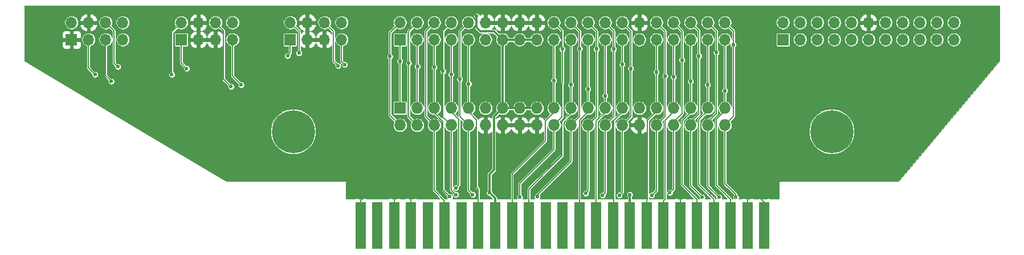
<source format=gtl>
G04 #@! TF.GenerationSoftware,KiCad,Pcbnew,(5.1.5-0-10_14)*
G04 #@! TF.CreationDate,2020-05-05T19:19:41-07:00*
G04 #@! TF.ProjectId,N64 Cart IDC Breakout,4e363420-4361-4727-9420-494443204272,rev?*
G04 #@! TF.SameCoordinates,Original*
G04 #@! TF.FileFunction,Copper,L1,Top*
G04 #@! TF.FilePolarity,Positive*
%FSLAX46Y46*%
G04 Gerber Fmt 4.6, Leading zero omitted, Abs format (unit mm)*
G04 Created by KiCad (PCBNEW (5.1.5-0-10_14)) date 2020-05-05 19:19:41*
%MOMM*%
%LPD*%
G04 APERTURE LIST*
%ADD10R,1.500000X7.000000*%
%ADD11O,1.700000X1.700000*%
%ADD12R,1.700000X1.700000*%
%ADD13C,6.400000*%
%ADD14O,1.727200X1.727200*%
%ADD15R,1.727200X1.727200*%
%ADD16C,0.600000*%
%ADD17C,0.152400*%
%ADD18C,0.304800*%
%ADD19C,0.025400*%
G04 APERTURE END LIST*
D10*
X162750000Y-126000000D03*
X160250000Y-126000000D03*
X157750000Y-126000000D03*
X155250000Y-126000000D03*
X152750000Y-126000000D03*
X150250000Y-126000000D03*
X147750000Y-126000000D03*
X145250000Y-126000000D03*
X142750000Y-126000000D03*
X140250000Y-126000000D03*
X137750000Y-126000000D03*
X135250000Y-126000000D03*
X132750000Y-126000000D03*
X130250000Y-126000000D03*
X127750000Y-126000000D03*
X125250000Y-126000000D03*
X122750000Y-126000000D03*
X120250000Y-126000000D03*
X117750000Y-126000000D03*
X115250000Y-126000000D03*
X112750000Y-126000000D03*
X110250000Y-126000000D03*
X107750000Y-126000000D03*
X105250000Y-126000000D03*
X102750000Y-126000000D03*
D11*
X67420000Y-95760000D03*
X67420000Y-98300000D03*
X64880000Y-95760000D03*
X64880000Y-98300000D03*
X62340000Y-95760000D03*
X62340000Y-98300000D03*
X59800000Y-95760000D03*
D12*
X59800000Y-98300000D03*
D11*
X99920000Y-95760000D03*
X99920000Y-98300000D03*
X97380000Y-95760000D03*
X97380000Y-98300000D03*
X94840000Y-95760000D03*
X94840000Y-98300000D03*
X92300000Y-95760000D03*
D12*
X92300000Y-98300000D03*
D11*
X83720000Y-95760000D03*
X83720000Y-98300000D03*
X81180000Y-95760000D03*
X81180000Y-98300000D03*
X78640000Y-95760000D03*
X78640000Y-98300000D03*
X76100000Y-95760000D03*
D12*
X76100000Y-98300000D03*
D11*
X190900000Y-95760000D03*
X190900000Y-98300000D03*
X188360000Y-95760000D03*
X188360000Y-98300000D03*
X185820000Y-95760000D03*
X185820000Y-98300000D03*
X183280000Y-95760000D03*
X183280000Y-98300000D03*
X180740000Y-95760000D03*
X180740000Y-98300000D03*
X178200000Y-95760000D03*
X178200000Y-98300000D03*
X175660000Y-95760000D03*
X175660000Y-98300000D03*
X173120000Y-95760000D03*
X173120000Y-98300000D03*
X170580000Y-95760000D03*
X170580000Y-98300000D03*
X168040000Y-95760000D03*
X168040000Y-98300000D03*
X165500000Y-95760000D03*
D12*
X165500000Y-98300000D03*
D11*
X156860000Y-95760000D03*
X156860000Y-98300000D03*
X154320000Y-95760000D03*
X154320000Y-98300000D03*
X151780000Y-95760000D03*
X151780000Y-98300000D03*
X149240000Y-95760000D03*
X149240000Y-98300000D03*
X146700000Y-95760000D03*
X146700000Y-98300000D03*
X144160000Y-95760000D03*
X144160000Y-98300000D03*
X141620000Y-95760000D03*
X141620000Y-98300000D03*
X139080000Y-95760000D03*
X139080000Y-98300000D03*
X136540000Y-95760000D03*
X136540000Y-98300000D03*
X134000000Y-95760000D03*
X134000000Y-98300000D03*
X131460000Y-95760000D03*
X131460000Y-98300000D03*
X128920000Y-95760000D03*
X128920000Y-98300000D03*
X126380000Y-95760000D03*
X126380000Y-98300000D03*
X123840000Y-95760000D03*
X123840000Y-98300000D03*
X121300000Y-95760000D03*
X121300000Y-98300000D03*
X118760000Y-95760000D03*
X118760000Y-98300000D03*
X116220000Y-95760000D03*
X116220000Y-98300000D03*
X113680000Y-95760000D03*
X113680000Y-98300000D03*
X111140000Y-95760000D03*
X111140000Y-98300000D03*
X108600000Y-95760000D03*
D12*
X108600000Y-98300000D03*
D13*
X92750000Y-112000000D03*
X172750000Y-112000000D03*
D14*
X156860000Y-111040000D03*
X156860000Y-108500000D03*
X154320000Y-111040000D03*
X154320000Y-108500000D03*
X151780000Y-111040000D03*
X151780000Y-108500000D03*
X149240000Y-111040000D03*
X149240000Y-108500000D03*
X146700000Y-111040000D03*
X146700000Y-108500000D03*
X144160000Y-111040000D03*
X144160000Y-108500000D03*
X141620000Y-111040000D03*
X141620000Y-108500000D03*
X139080000Y-111040000D03*
X139080000Y-108500000D03*
X136540000Y-111040000D03*
X136540000Y-108500000D03*
X134000000Y-111040000D03*
X134000000Y-108500000D03*
X131460000Y-111040000D03*
X131460000Y-108500000D03*
X128920000Y-111040000D03*
X128920000Y-108500000D03*
X126380000Y-111040000D03*
X126380000Y-108500000D03*
X123840000Y-111040000D03*
X123840000Y-108500000D03*
X121300000Y-111040000D03*
X121300000Y-108500000D03*
X118760000Y-111040000D03*
X118760000Y-108500000D03*
X116220000Y-111040000D03*
X116220000Y-108500000D03*
X113680000Y-111040000D03*
X113680000Y-108500000D03*
X111140000Y-111040000D03*
X111140000Y-108500000D03*
X108600000Y-111040000D03*
D15*
X108600000Y-108500000D03*
D16*
X107800000Y-121200000D03*
X110300000Y-121200000D03*
X160300000Y-121500000D03*
X133500000Y-119400000D03*
X118000000Y-120700000D03*
X119400000Y-119000000D03*
X116800000Y-118600000D03*
X115600000Y-119000000D03*
X126365000Y-118872000D03*
X127800000Y-119500000D03*
X135900000Y-118400000D03*
X137200000Y-113300000D03*
X138400000Y-119300000D03*
X139800000Y-119300000D03*
X147400000Y-119000000D03*
X148600000Y-113400000D03*
X151200000Y-118500000D03*
X152400000Y-113300000D03*
X155000000Y-118800000D03*
X156300000Y-118100000D03*
X115570000Y-101219000D03*
X115600000Y-106600000D03*
X110600000Y-100100000D03*
X110500000Y-106600000D03*
X131300000Y-121400000D03*
X113600000Y-121700000D03*
X150200000Y-121200000D03*
X103800000Y-121200000D03*
X161700000Y-121499998D03*
X132080000Y-102362000D03*
X135890000Y-102870000D03*
X139700000Y-102997000D03*
X148590000Y-107188000D03*
X152400000Y-107061000D03*
X157480000Y-107061000D03*
X158500000Y-121800000D03*
X158114998Y-99060002D03*
X156000000Y-121800000D03*
X155600000Y-100207658D03*
X153500000Y-121800002D03*
X153000000Y-100746000D03*
X148700000Y-121100000D03*
X150500000Y-101341000D03*
X146000000Y-121500000D03*
X147998498Y-103715502D03*
X121900000Y-121100000D03*
X120000000Y-94800000D03*
X142748000Y-121412000D03*
X141200000Y-121500000D03*
X142900000Y-102600000D03*
X138700000Y-121500000D03*
X140335000Y-99695002D03*
X136200000Y-121200000D03*
X137795000Y-99695000D03*
X129000000Y-121700000D03*
X135300000Y-99650000D03*
X126400000Y-121800000D03*
X132715000Y-99695000D03*
X119400000Y-121400000D03*
X117500000Y-104200000D03*
X85000000Y-105028610D03*
X116900000Y-121400000D03*
X115000000Y-103000000D03*
X74699996Y-103500000D03*
X63300000Y-103500006D03*
X116000000Y-121700000D03*
X113700000Y-102400000D03*
X76900000Y-102600000D03*
X66700000Y-102300000D03*
X116900000Y-120400000D03*
X116200000Y-103500000D03*
X65700002Y-104500000D03*
X156860000Y-105897390D03*
X154320000Y-105008390D03*
X151780000Y-104506000D03*
X149240000Y-103850390D03*
X146700000Y-103128600D03*
X141620000Y-101966000D03*
X139080000Y-106665000D03*
X136540000Y-105649000D03*
X134000000Y-105014000D03*
X131460000Y-104379000D03*
X118800000Y-104900000D03*
X83500000Y-105300000D03*
X100400000Y-102028612D03*
X109900000Y-101800000D03*
X111199996Y-102300000D03*
X99400000Y-102199998D03*
X93600001Y-100300000D03*
X107100000Y-100800000D03*
X91900000Y-100700000D03*
X108600002Y-101500000D03*
D17*
X160250000Y-121550000D02*
X160300000Y-121500000D01*
X160250000Y-126000000D02*
X160250000Y-121550000D01*
X110250000Y-121250000D02*
X110300000Y-121200000D01*
X110250000Y-126000000D02*
X110250000Y-121250000D01*
X107750000Y-121250000D02*
X107800000Y-121200000D01*
X107750000Y-126000000D02*
X107750000Y-121250000D01*
X150250000Y-126000000D02*
X150250000Y-121250000D01*
X150250000Y-121250000D02*
X150200000Y-121200000D01*
X102750000Y-122250000D02*
X103500001Y-121499999D01*
X103500001Y-121499999D02*
X103800000Y-121200000D01*
X102750000Y-126000000D02*
X102750000Y-122250000D01*
X162750000Y-122549998D02*
X161700000Y-121499998D01*
X162750000Y-126000000D02*
X162750000Y-122549998D01*
X156900000Y-119775736D02*
X158500000Y-121375736D01*
X156900000Y-111080000D02*
X156900000Y-119775736D01*
X158500000Y-121375736D02*
X158500000Y-121800000D01*
X156860000Y-111040000D02*
X156900000Y-111080000D01*
X158114998Y-109785002D02*
X158114998Y-99484266D01*
X158114998Y-99484266D02*
X158114998Y-99060002D01*
X156860000Y-111040000D02*
X158114998Y-109785002D01*
X156860000Y-95760000D02*
X158114998Y-97014998D01*
X158114998Y-97014998D02*
X158114998Y-99060002D01*
X154320000Y-120120000D02*
X156000000Y-121800000D01*
X154320000Y-111040000D02*
X154320000Y-120120000D01*
X155600000Y-97040000D02*
X154320000Y-95760000D01*
X154320000Y-110580000D02*
X155600000Y-109300000D01*
X154320000Y-111040000D02*
X154320000Y-110580000D01*
X155600000Y-109300000D02*
X155600000Y-105100000D01*
X155600000Y-105100000D02*
X155600000Y-97040000D01*
X151780000Y-111040000D02*
X151780000Y-120080002D01*
X151780000Y-120080002D02*
X153500000Y-121800002D01*
X151780000Y-110620000D02*
X153000000Y-109400000D01*
X151780000Y-111040000D02*
X151780000Y-110620000D01*
X153000000Y-109400000D02*
X153000000Y-104400000D01*
X152629999Y-96609999D02*
X151780000Y-95760000D01*
X153000000Y-96980000D02*
X152629999Y-96609999D01*
X153000000Y-104400000D02*
X153000000Y-96980000D01*
X149240000Y-111040000D02*
X149240000Y-120560000D01*
X149240000Y-120560000D02*
X148700000Y-121100000D01*
X149240000Y-95760000D02*
X150500000Y-97020000D01*
X150500000Y-97020000D02*
X150500000Y-101341000D01*
X150500000Y-109342000D02*
X150500000Y-103681531D01*
X149240000Y-110602000D02*
X150500000Y-109342000D01*
X150500000Y-103681531D02*
X150500000Y-101341000D01*
X149240000Y-111040000D02*
X149240000Y-110602000D01*
X146700000Y-120800000D02*
X146700000Y-111040000D01*
X146000000Y-121500000D02*
X146700000Y-120800000D01*
X146700000Y-95760000D02*
X148000000Y-97060000D01*
X147998498Y-97101502D02*
X147998498Y-102647645D01*
X146700000Y-111040000D02*
X147998498Y-109741502D01*
X147998498Y-102647645D02*
X147998498Y-103071909D01*
X148000000Y-97100000D02*
X147998498Y-97101502D01*
X147998498Y-109741502D02*
X147998498Y-103715502D01*
X147998498Y-103715502D02*
X147998498Y-103071909D01*
D18*
X121900000Y-118384000D02*
X121900000Y-121100000D01*
X122555000Y-117729000D02*
X121900000Y-118384000D01*
X122555000Y-109785000D02*
X122555000Y-117729000D01*
X123840000Y-108500000D02*
X122555000Y-109785000D01*
X122750000Y-121950000D02*
X122750000Y-126000000D01*
X121900000Y-121100000D02*
X122750000Y-121950000D01*
X142748000Y-125998000D02*
X142750000Y-126000000D01*
X142748000Y-121412000D02*
X142748000Y-125998000D01*
X123840000Y-108500000D02*
X126380000Y-108500000D01*
X126380000Y-108500000D02*
X128920000Y-108500000D01*
X123840000Y-98300000D02*
X126380000Y-98300000D01*
X126380000Y-98300000D02*
X128920000Y-98300000D01*
X123840000Y-99502081D02*
X123840000Y-108500000D01*
X123840000Y-98300000D02*
X123840000Y-99502081D01*
X120000000Y-95224264D02*
X120000000Y-94800000D01*
X120000000Y-96464053D02*
X120000000Y-95224264D01*
X120563947Y-97028000D02*
X120000000Y-96464053D01*
X122568000Y-97028000D02*
X120563947Y-97028000D01*
X123840000Y-98300000D02*
X122568000Y-97028000D01*
D17*
X141620000Y-121080000D02*
X141620000Y-111040000D01*
X141200000Y-121500000D02*
X141620000Y-121080000D01*
X141620000Y-95760000D02*
X142900000Y-97040000D01*
X141620000Y-111040000D02*
X142900000Y-109760000D01*
X142900000Y-102175736D02*
X142900000Y-102600000D01*
X142900000Y-109760000D02*
X142900000Y-103024264D01*
X142900000Y-97040000D02*
X142900000Y-102175736D01*
X142900000Y-103024264D02*
X142900000Y-102600000D01*
X142900000Y-102600000D02*
X142900000Y-102600000D01*
X139080000Y-121120000D02*
X139080000Y-111040000D01*
X138700000Y-121500000D02*
X139080000Y-121120000D01*
X140335000Y-109785000D02*
X140335000Y-99695002D01*
X139080000Y-111040000D02*
X140335000Y-109785000D01*
X139080000Y-95760000D02*
X140335000Y-97015000D01*
X140335000Y-97015000D02*
X140335000Y-99695002D01*
X136540000Y-120860000D02*
X136540000Y-111040000D01*
X136200000Y-121200000D02*
X136540000Y-120860000D01*
X137800000Y-109780000D02*
X137800000Y-106675000D01*
X136540000Y-95760000D02*
X137800000Y-97020000D01*
X136540000Y-111040000D02*
X137800000Y-109780000D01*
X137800000Y-97020000D02*
X137795000Y-99695000D01*
X137795000Y-99695000D02*
X137800000Y-101243043D01*
X137800000Y-106675000D02*
X137800000Y-101243043D01*
X134000000Y-111040000D02*
X135300000Y-109740000D01*
X135300000Y-109740000D02*
X135300000Y-100633421D01*
X134000000Y-95760000D02*
X135300000Y-97060000D01*
X135300000Y-97060000D02*
X135300000Y-99650000D01*
X135300000Y-99650000D02*
X135300000Y-100633421D01*
X129000000Y-121444000D02*
X134000000Y-116444000D01*
X134000000Y-116444000D02*
X134000000Y-111040000D01*
X129000000Y-121700000D02*
X129000000Y-121444000D01*
X131460000Y-111040000D02*
X132700000Y-109800000D01*
X131460000Y-95760000D02*
X132700000Y-97000000D01*
X132700000Y-97000000D02*
X132700000Y-99500000D01*
X132715000Y-99695000D02*
X132700000Y-99500000D01*
X132700000Y-109800000D02*
X132715000Y-99695000D01*
X131460000Y-114666000D02*
X131460000Y-111040000D01*
X126400000Y-119726000D02*
X131460000Y-114666000D01*
X126400000Y-121800000D02*
X126400000Y-119726000D01*
X118760000Y-112261314D02*
X118760000Y-111040000D01*
X118760000Y-120760000D02*
X118760000Y-112261314D01*
X119400000Y-121400000D02*
X118760000Y-120760000D01*
X118760000Y-95760000D02*
X117500000Y-97020000D01*
X118760000Y-111040000D02*
X117500000Y-109780000D01*
X117500000Y-97020000D02*
X117500000Y-104200000D01*
X117500000Y-109780000D02*
X117500000Y-104200000D01*
X83700000Y-103728610D02*
X85000000Y-105028610D01*
X83700000Y-98320000D02*
X83700000Y-103728610D01*
X83720000Y-98300000D02*
X83700000Y-98320000D01*
X116220000Y-120720000D02*
X116220000Y-111040000D01*
X116900000Y-121400000D02*
X116220000Y-120720000D01*
X116220000Y-95760000D02*
X115000000Y-96980000D01*
X115000000Y-109820000D02*
X115000000Y-103000000D01*
X115000000Y-96980000D02*
X115000000Y-103000000D01*
X116220000Y-111040000D02*
X115000000Y-109820000D01*
X74699996Y-97160004D02*
X74699996Y-103500000D01*
X76100000Y-95760000D02*
X74699996Y-97160004D01*
X62300000Y-102500006D02*
X63300000Y-103500006D01*
X62300000Y-98340000D02*
X62300000Y-102500006D01*
X62340000Y-98300000D02*
X62300000Y-98340000D01*
X115700001Y-121400001D02*
X116000000Y-121700000D01*
X115000001Y-120700001D02*
X115700001Y-121400001D01*
X115000001Y-110500001D02*
X115000001Y-120700001D01*
X113680000Y-109180000D02*
X115000001Y-110500001D01*
X113680000Y-108500000D02*
X113680000Y-109180000D01*
X113680000Y-102380000D02*
X113700000Y-102400000D01*
X113680000Y-98300000D02*
X113680000Y-102380000D01*
X113680000Y-108500000D02*
X113680000Y-102420000D01*
X113680000Y-102420000D02*
X113700000Y-102400000D01*
X76100000Y-98300000D02*
X76100000Y-101800000D01*
X76100000Y-101800000D02*
X76900000Y-102600000D01*
X66100000Y-101800000D02*
X66100000Y-96980000D01*
X66100000Y-96980000D02*
X65729999Y-96609999D01*
X66600000Y-102300000D02*
X66100000Y-101800000D01*
X65729999Y-96609999D02*
X64880000Y-95760000D01*
X66700000Y-102300000D02*
X66600000Y-102300000D01*
X116220000Y-109070000D02*
X116220000Y-108500000D01*
X117359801Y-110209801D02*
X116220000Y-109070000D01*
X117359801Y-119940199D02*
X117359801Y-110209801D01*
X116900000Y-120400000D02*
X117359801Y-119940199D01*
X116220000Y-98300000D02*
X116220000Y-103480000D01*
X116220000Y-103480000D02*
X116200000Y-103500000D01*
X116220000Y-108500000D02*
X116220000Y-103520000D01*
X116220000Y-103520000D02*
X116200000Y-103500000D01*
X64880000Y-98300000D02*
X64880000Y-103679998D01*
X64880000Y-103679998D02*
X65400003Y-104200001D01*
X65400003Y-104200001D02*
X65700002Y-104500000D01*
X155600000Y-110200000D02*
X156860000Y-108940000D01*
X155600000Y-120000000D02*
X155600000Y-110200000D01*
X156860000Y-108940000D02*
X156860000Y-108500000D01*
X157750000Y-122150000D02*
X155600000Y-120000000D01*
X157750000Y-126000000D02*
X157750000Y-122150000D01*
X156860000Y-98300000D02*
X156860000Y-105897390D01*
X156860000Y-108500000D02*
X156860000Y-105897390D01*
X154320000Y-108880000D02*
X154320000Y-108500000D01*
X153000000Y-119898800D02*
X153000000Y-110200000D01*
X153000000Y-110200000D02*
X154320000Y-108880000D01*
X155250000Y-122148800D02*
X153000000Y-119898800D01*
X155250000Y-126000000D02*
X155250000Y-122148800D01*
X154320000Y-98300000D02*
X154320000Y-105008390D01*
X154320000Y-108500000D02*
X154320000Y-105008390D01*
X151780000Y-98300000D02*
X151780000Y-104506000D01*
X151780000Y-104980000D02*
X151780000Y-108500000D01*
X151780000Y-104506000D02*
X151780000Y-104980000D01*
X150500000Y-110406000D02*
X151780000Y-109126000D01*
X150500000Y-119900000D02*
X150500000Y-110406000D01*
X151780000Y-109126000D02*
X151780000Y-108500000D01*
X152750000Y-122150000D02*
X150500000Y-119900000D01*
X152750000Y-126000000D02*
X152750000Y-122150000D01*
X148000000Y-122097600D02*
X148000000Y-110300000D01*
X149240000Y-109060000D02*
X149240000Y-108500000D01*
X148000000Y-110300000D02*
X149240000Y-109060000D01*
X147750000Y-122347600D02*
X148000000Y-122097600D01*
X147750000Y-126000000D02*
X147750000Y-122347600D01*
X149240000Y-98300000D02*
X149240000Y-103850390D01*
X149240000Y-108500000D02*
X149240000Y-103850390D01*
X145400000Y-110300000D02*
X146700000Y-109000000D01*
X145400000Y-122197600D02*
X145400000Y-110300000D01*
X146700000Y-109000000D02*
X146700000Y-108500000D01*
X145250000Y-122347600D02*
X145400000Y-122197600D01*
X145250000Y-126000000D02*
X145250000Y-122347600D01*
X146700000Y-108500000D02*
X146700000Y-103700000D01*
X146700000Y-98300000D02*
X146700000Y-103700000D01*
X141620000Y-109080000D02*
X141620000Y-108500000D01*
X140400000Y-110300000D02*
X141620000Y-109080000D01*
X140400000Y-125850000D02*
X140400000Y-110300000D01*
X140250000Y-126000000D02*
X140400000Y-125850000D01*
X141620000Y-108500000D02*
X141620000Y-103219996D01*
X141620000Y-98300000D02*
X141620000Y-101966000D01*
X141620000Y-101966000D02*
X141620000Y-103219996D01*
X139080000Y-109120000D02*
X139080000Y-108500000D01*
X137750000Y-110450000D02*
X139080000Y-109120000D01*
X137750000Y-126000000D02*
X137750000Y-110450000D01*
X139080000Y-98300000D02*
X139080000Y-102580000D01*
X139080000Y-108500000D02*
X139080000Y-106665000D01*
X139080000Y-106665000D02*
X139080000Y-102620000D01*
X136540000Y-109060000D02*
X136540000Y-108500000D01*
X135250000Y-110350000D02*
X136540000Y-109060000D01*
X135250000Y-126000000D02*
X135250000Y-110350000D01*
X136540000Y-98300000D02*
X136540000Y-101739994D01*
X136540000Y-108500000D02*
X136540000Y-105649000D01*
X136540000Y-105649000D02*
X136540000Y-101739994D01*
X134000000Y-109200000D02*
X134000000Y-108500000D01*
X132700000Y-110500000D02*
X134000000Y-109200000D01*
X132700000Y-115600000D02*
X132700000Y-110500000D01*
X127750000Y-120550000D02*
X132700000Y-115600000D01*
X127750000Y-126000000D02*
X127750000Y-120550000D01*
X134000000Y-101400004D02*
X133999996Y-101400000D01*
X134000000Y-108500000D02*
X134000000Y-105014000D01*
X134000000Y-98300000D02*
X134000000Y-101399996D01*
X134000000Y-101399996D02*
X133999996Y-101400000D01*
X134000000Y-105014000D02*
X134000000Y-101400004D01*
X131460000Y-100139998D02*
X131499998Y-100100000D01*
X131460000Y-108500000D02*
X131460000Y-104379000D01*
X131460000Y-98300000D02*
X131460000Y-100060002D01*
X131460000Y-100060002D02*
X131499998Y-100100000D01*
X131460000Y-104379000D02*
X131460000Y-100139998D01*
X130200000Y-110400000D02*
X131460000Y-109140000D01*
X130200000Y-113386000D02*
X130200000Y-110400000D01*
X131460000Y-109140000D02*
X131460000Y-108500000D01*
X125250000Y-118336000D02*
X130200000Y-113386000D01*
X125250000Y-126000000D02*
X125250000Y-118336000D01*
X118760000Y-109010000D02*
X118760000Y-108500000D01*
X120000000Y-110250000D02*
X118760000Y-109010000D01*
X120000000Y-120300000D02*
X120000000Y-110250000D01*
X120250000Y-120550000D02*
X120000000Y-120300000D01*
X120250000Y-126000000D02*
X120250000Y-120550000D01*
X118760000Y-104940000D02*
X118800000Y-104900000D01*
X118760000Y-104860000D02*
X118800000Y-104900000D01*
X118760000Y-98300000D02*
X118760000Y-104860000D01*
X118760000Y-108500000D02*
X118760000Y-104940000D01*
X83200001Y-105000001D02*
X83500000Y-105300000D01*
X82400000Y-96980000D02*
X82400000Y-104200000D01*
X82400000Y-104200000D02*
X83200001Y-105000001D01*
X81180000Y-95760000D02*
X82400000Y-96980000D01*
X113680000Y-112261314D02*
X113680000Y-111040000D01*
X113680000Y-120777600D02*
X113680000Y-112261314D01*
X115250000Y-122347600D02*
X113680000Y-120777600D01*
X115250000Y-126000000D02*
X115250000Y-122347600D01*
X113680000Y-95760000D02*
X112400000Y-97040000D01*
X112400000Y-97040000D02*
X112400000Y-100800000D01*
X113680000Y-111040000D02*
X112400000Y-109760000D01*
X112400000Y-109760000D02*
X112400000Y-100800000D01*
X99920000Y-101548612D02*
X100400000Y-102028612D01*
X99920000Y-98300000D02*
X99920000Y-101548612D01*
X111140000Y-111040000D02*
X109900000Y-109800000D01*
X109900000Y-97000000D02*
X109900000Y-101800000D01*
X111140000Y-95760000D02*
X109900000Y-97000000D01*
X109900000Y-109800000D02*
X109900000Y-101800000D01*
X111140000Y-108500000D02*
X111140000Y-102359996D01*
X111140000Y-102359996D02*
X111199996Y-102300000D01*
X111140000Y-102240004D02*
X111199996Y-102300000D01*
X111140000Y-98300000D02*
X111140000Y-102240004D01*
X99100001Y-101899999D02*
X99400000Y-102199998D01*
X98700000Y-101499998D02*
X99100001Y-101899999D01*
X98700000Y-97080000D02*
X98700000Y-101499998D01*
X97380000Y-95760000D02*
X98700000Y-97080000D01*
X93600001Y-97060001D02*
X93600001Y-99875736D01*
X93600001Y-99875736D02*
X93600001Y-100300000D01*
X92300000Y-95760000D02*
X93600001Y-97060001D01*
X107100000Y-97260000D02*
X107100000Y-100800000D01*
X108600000Y-95760000D02*
X107100000Y-97260000D01*
X108600000Y-111040000D02*
X107100000Y-109540000D01*
X107100000Y-109540000D02*
X107100000Y-100800000D01*
X92300000Y-100300000D02*
X91900000Y-100700000D01*
X92300000Y-98300000D02*
X92300000Y-100300000D01*
X108600000Y-108500000D02*
X108600000Y-101500002D01*
X108600000Y-101500002D02*
X108600002Y-101500000D01*
X108600000Y-98300000D02*
X108600000Y-101499998D01*
X108600000Y-101499998D02*
X108600002Y-101500000D01*
D19*
G36*
X197687300Y-101477300D02*
G01*
X182720633Y-119437300D01*
X165003075Y-119437300D01*
X165000000Y-119436997D01*
X164996925Y-119437300D01*
X164987709Y-119438208D01*
X164975890Y-119441793D01*
X164964997Y-119447615D01*
X164955450Y-119455450D01*
X164947615Y-119464997D01*
X164941793Y-119475890D01*
X164938208Y-119487709D01*
X164936997Y-119500000D01*
X164937301Y-119503085D01*
X164937301Y-121987300D01*
X163603608Y-121987300D01*
X163602075Y-121986835D01*
X163500000Y-121976781D01*
X163121475Y-121979300D01*
X163113475Y-121987300D01*
X162386525Y-121987300D01*
X162378525Y-121979300D01*
X162000000Y-121976781D01*
X161897925Y-121986835D01*
X161896392Y-121987300D01*
X161103608Y-121987300D01*
X161102075Y-121986835D01*
X161000000Y-121976781D01*
X160621475Y-121979300D01*
X160613475Y-121987300D01*
X159886525Y-121987300D01*
X159878525Y-121979300D01*
X159500000Y-121976781D01*
X159397925Y-121986835D01*
X159396392Y-121987300D01*
X158925838Y-121987300D01*
X158947226Y-121935665D01*
X158965100Y-121845808D01*
X158965100Y-121754192D01*
X158947226Y-121664335D01*
X158912166Y-121579693D01*
X158861266Y-121503516D01*
X158796484Y-121438734D01*
X158741300Y-121401861D01*
X158741300Y-121387585D01*
X158742467Y-121375736D01*
X158737808Y-121328432D01*
X158724010Y-121282948D01*
X158701604Y-121241028D01*
X158679003Y-121213489D01*
X158679001Y-121213487D01*
X158671450Y-121204286D01*
X158662249Y-121196735D01*
X157141300Y-119675787D01*
X157141300Y-112032899D01*
X157160061Y-112029167D01*
X157347272Y-111951622D01*
X157515758Y-111839043D01*
X157659043Y-111695758D01*
X157677211Y-111668567D01*
X169384900Y-111668567D01*
X169384900Y-112331433D01*
X169514219Y-112981563D01*
X169767887Y-113593972D01*
X170136156Y-114145126D01*
X170604874Y-114613844D01*
X171156028Y-114982113D01*
X171768437Y-115235781D01*
X172418567Y-115365100D01*
X173081433Y-115365100D01*
X173731563Y-115235781D01*
X174343972Y-114982113D01*
X174895126Y-114613844D01*
X175363844Y-114145126D01*
X175732113Y-113593972D01*
X175985781Y-112981563D01*
X176115100Y-112331433D01*
X176115100Y-111668567D01*
X175985781Y-111018437D01*
X175732113Y-110406028D01*
X175363844Y-109854874D01*
X174895126Y-109386156D01*
X174343972Y-109017887D01*
X173731563Y-108764219D01*
X173081433Y-108634900D01*
X172418567Y-108634900D01*
X171768437Y-108764219D01*
X171156028Y-109017887D01*
X170604874Y-109386156D01*
X170136156Y-109854874D01*
X169767887Y-110406028D01*
X169514219Y-111018437D01*
X169384900Y-111668567D01*
X157677211Y-111668567D01*
X157771622Y-111527272D01*
X157849167Y-111340061D01*
X157888700Y-111141318D01*
X157888700Y-110938682D01*
X157849167Y-110739939D01*
X157771622Y-110552728D01*
X157738337Y-110502913D01*
X158277247Y-109964003D01*
X158286448Y-109956452D01*
X158294003Y-109947247D01*
X158316601Y-109919710D01*
X158316602Y-109919709D01*
X158339008Y-109877790D01*
X158352806Y-109832305D01*
X158356298Y-109796851D01*
X158356298Y-109796841D01*
X158357464Y-109785003D01*
X158356298Y-109773164D01*
X158356298Y-99458141D01*
X158411482Y-99421268D01*
X158476264Y-99356486D01*
X158527164Y-99280309D01*
X158562224Y-99195667D01*
X158580098Y-99105810D01*
X158580098Y-99014194D01*
X158562224Y-98924337D01*
X158527164Y-98839695D01*
X158476264Y-98763518D01*
X158411482Y-98698736D01*
X158356298Y-98661863D01*
X158356298Y-97450000D01*
X164484102Y-97450000D01*
X164484102Y-99150000D01*
X164487290Y-99182365D01*
X164496730Y-99213486D01*
X164512061Y-99242168D01*
X164532692Y-99267308D01*
X164557832Y-99287939D01*
X164586514Y-99303270D01*
X164617635Y-99312710D01*
X164650000Y-99315898D01*
X166350000Y-99315898D01*
X166382365Y-99312710D01*
X166413486Y-99303270D01*
X166442168Y-99287939D01*
X166467308Y-99267308D01*
X166487939Y-99242168D01*
X166503270Y-99213486D01*
X166512710Y-99182365D01*
X166515898Y-99150000D01*
X166515898Y-98200021D01*
X167024900Y-98200021D01*
X167024900Y-98399979D01*
X167063909Y-98596094D01*
X167140430Y-98780830D01*
X167251520Y-98947089D01*
X167392911Y-99088480D01*
X167559170Y-99199570D01*
X167743906Y-99276091D01*
X167940021Y-99315100D01*
X168139979Y-99315100D01*
X168336094Y-99276091D01*
X168520830Y-99199570D01*
X168687089Y-99088480D01*
X168828480Y-98947089D01*
X168939570Y-98780830D01*
X169016091Y-98596094D01*
X169055100Y-98399979D01*
X169055100Y-98200021D01*
X169564900Y-98200021D01*
X169564900Y-98399979D01*
X169603909Y-98596094D01*
X169680430Y-98780830D01*
X169791520Y-98947089D01*
X169932911Y-99088480D01*
X170099170Y-99199570D01*
X170283906Y-99276091D01*
X170480021Y-99315100D01*
X170679979Y-99315100D01*
X170876094Y-99276091D01*
X171060830Y-99199570D01*
X171227089Y-99088480D01*
X171368480Y-98947089D01*
X171479570Y-98780830D01*
X171556091Y-98596094D01*
X171595100Y-98399979D01*
X171595100Y-98200021D01*
X172104900Y-98200021D01*
X172104900Y-98399979D01*
X172143909Y-98596094D01*
X172220430Y-98780830D01*
X172331520Y-98947089D01*
X172472911Y-99088480D01*
X172639170Y-99199570D01*
X172823906Y-99276091D01*
X173020021Y-99315100D01*
X173219979Y-99315100D01*
X173416094Y-99276091D01*
X173600830Y-99199570D01*
X173767089Y-99088480D01*
X173908480Y-98947089D01*
X174019570Y-98780830D01*
X174096091Y-98596094D01*
X174135100Y-98399979D01*
X174135100Y-98200021D01*
X174644900Y-98200021D01*
X174644900Y-98399979D01*
X174683909Y-98596094D01*
X174760430Y-98780830D01*
X174871520Y-98947089D01*
X175012911Y-99088480D01*
X175179170Y-99199570D01*
X175363906Y-99276091D01*
X175560021Y-99315100D01*
X175759979Y-99315100D01*
X175956094Y-99276091D01*
X176140830Y-99199570D01*
X176307089Y-99088480D01*
X176448480Y-98947089D01*
X176559570Y-98780830D01*
X176636091Y-98596094D01*
X176675100Y-98399979D01*
X176675100Y-98200021D01*
X177184900Y-98200021D01*
X177184900Y-98399979D01*
X177223909Y-98596094D01*
X177300430Y-98780830D01*
X177411520Y-98947089D01*
X177552911Y-99088480D01*
X177719170Y-99199570D01*
X177903906Y-99276091D01*
X178100021Y-99315100D01*
X178299979Y-99315100D01*
X178496094Y-99276091D01*
X178680830Y-99199570D01*
X178847089Y-99088480D01*
X178988480Y-98947089D01*
X179099570Y-98780830D01*
X179176091Y-98596094D01*
X179215100Y-98399979D01*
X179215100Y-98200021D01*
X179724900Y-98200021D01*
X179724900Y-98399979D01*
X179763909Y-98596094D01*
X179840430Y-98780830D01*
X179951520Y-98947089D01*
X180092911Y-99088480D01*
X180259170Y-99199570D01*
X180443906Y-99276091D01*
X180640021Y-99315100D01*
X180839979Y-99315100D01*
X181036094Y-99276091D01*
X181220830Y-99199570D01*
X181387089Y-99088480D01*
X181528480Y-98947089D01*
X181639570Y-98780830D01*
X181716091Y-98596094D01*
X181755100Y-98399979D01*
X181755100Y-98200021D01*
X182264900Y-98200021D01*
X182264900Y-98399979D01*
X182303909Y-98596094D01*
X182380430Y-98780830D01*
X182491520Y-98947089D01*
X182632911Y-99088480D01*
X182799170Y-99199570D01*
X182983906Y-99276091D01*
X183180021Y-99315100D01*
X183379979Y-99315100D01*
X183576094Y-99276091D01*
X183760830Y-99199570D01*
X183927089Y-99088480D01*
X184068480Y-98947089D01*
X184179570Y-98780830D01*
X184256091Y-98596094D01*
X184295100Y-98399979D01*
X184295100Y-98200021D01*
X184804900Y-98200021D01*
X184804900Y-98399979D01*
X184843909Y-98596094D01*
X184920430Y-98780830D01*
X185031520Y-98947089D01*
X185172911Y-99088480D01*
X185339170Y-99199570D01*
X185523906Y-99276091D01*
X185720021Y-99315100D01*
X185919979Y-99315100D01*
X186116094Y-99276091D01*
X186300830Y-99199570D01*
X186467089Y-99088480D01*
X186608480Y-98947089D01*
X186719570Y-98780830D01*
X186796091Y-98596094D01*
X186835100Y-98399979D01*
X186835100Y-98200021D01*
X187344900Y-98200021D01*
X187344900Y-98399979D01*
X187383909Y-98596094D01*
X187460430Y-98780830D01*
X187571520Y-98947089D01*
X187712911Y-99088480D01*
X187879170Y-99199570D01*
X188063906Y-99276091D01*
X188260021Y-99315100D01*
X188459979Y-99315100D01*
X188656094Y-99276091D01*
X188840830Y-99199570D01*
X189007089Y-99088480D01*
X189148480Y-98947089D01*
X189259570Y-98780830D01*
X189336091Y-98596094D01*
X189375100Y-98399979D01*
X189375100Y-98200021D01*
X189884900Y-98200021D01*
X189884900Y-98399979D01*
X189923909Y-98596094D01*
X190000430Y-98780830D01*
X190111520Y-98947089D01*
X190252911Y-99088480D01*
X190419170Y-99199570D01*
X190603906Y-99276091D01*
X190800021Y-99315100D01*
X190999979Y-99315100D01*
X191196094Y-99276091D01*
X191380830Y-99199570D01*
X191547089Y-99088480D01*
X191688480Y-98947089D01*
X191799570Y-98780830D01*
X191876091Y-98596094D01*
X191915100Y-98399979D01*
X191915100Y-98200021D01*
X191876091Y-98003906D01*
X191799570Y-97819170D01*
X191688480Y-97652911D01*
X191547089Y-97511520D01*
X191380830Y-97400430D01*
X191196094Y-97323909D01*
X190999979Y-97284900D01*
X190800021Y-97284900D01*
X190603906Y-97323909D01*
X190419170Y-97400430D01*
X190252911Y-97511520D01*
X190111520Y-97652911D01*
X190000430Y-97819170D01*
X189923909Y-98003906D01*
X189884900Y-98200021D01*
X189375100Y-98200021D01*
X189336091Y-98003906D01*
X189259570Y-97819170D01*
X189148480Y-97652911D01*
X189007089Y-97511520D01*
X188840830Y-97400430D01*
X188656094Y-97323909D01*
X188459979Y-97284900D01*
X188260021Y-97284900D01*
X188063906Y-97323909D01*
X187879170Y-97400430D01*
X187712911Y-97511520D01*
X187571520Y-97652911D01*
X187460430Y-97819170D01*
X187383909Y-98003906D01*
X187344900Y-98200021D01*
X186835100Y-98200021D01*
X186796091Y-98003906D01*
X186719570Y-97819170D01*
X186608480Y-97652911D01*
X186467089Y-97511520D01*
X186300830Y-97400430D01*
X186116094Y-97323909D01*
X185919979Y-97284900D01*
X185720021Y-97284900D01*
X185523906Y-97323909D01*
X185339170Y-97400430D01*
X185172911Y-97511520D01*
X185031520Y-97652911D01*
X184920430Y-97819170D01*
X184843909Y-98003906D01*
X184804900Y-98200021D01*
X184295100Y-98200021D01*
X184256091Y-98003906D01*
X184179570Y-97819170D01*
X184068480Y-97652911D01*
X183927089Y-97511520D01*
X183760830Y-97400430D01*
X183576094Y-97323909D01*
X183379979Y-97284900D01*
X183180021Y-97284900D01*
X182983906Y-97323909D01*
X182799170Y-97400430D01*
X182632911Y-97511520D01*
X182491520Y-97652911D01*
X182380430Y-97819170D01*
X182303909Y-98003906D01*
X182264900Y-98200021D01*
X181755100Y-98200021D01*
X181716091Y-98003906D01*
X181639570Y-97819170D01*
X181528480Y-97652911D01*
X181387089Y-97511520D01*
X181220830Y-97400430D01*
X181036094Y-97323909D01*
X180839979Y-97284900D01*
X180640021Y-97284900D01*
X180443906Y-97323909D01*
X180259170Y-97400430D01*
X180092911Y-97511520D01*
X179951520Y-97652911D01*
X179840430Y-97819170D01*
X179763909Y-98003906D01*
X179724900Y-98200021D01*
X179215100Y-98200021D01*
X179176091Y-98003906D01*
X179099570Y-97819170D01*
X178988480Y-97652911D01*
X178847089Y-97511520D01*
X178680830Y-97400430D01*
X178496094Y-97323909D01*
X178299979Y-97284900D01*
X178100021Y-97284900D01*
X177903906Y-97323909D01*
X177719170Y-97400430D01*
X177552911Y-97511520D01*
X177411520Y-97652911D01*
X177300430Y-97819170D01*
X177223909Y-98003906D01*
X177184900Y-98200021D01*
X176675100Y-98200021D01*
X176636091Y-98003906D01*
X176559570Y-97819170D01*
X176448480Y-97652911D01*
X176307089Y-97511520D01*
X176140830Y-97400430D01*
X175956094Y-97323909D01*
X175759979Y-97284900D01*
X175560021Y-97284900D01*
X175363906Y-97323909D01*
X175179170Y-97400430D01*
X175012911Y-97511520D01*
X174871520Y-97652911D01*
X174760430Y-97819170D01*
X174683909Y-98003906D01*
X174644900Y-98200021D01*
X174135100Y-98200021D01*
X174096091Y-98003906D01*
X174019570Y-97819170D01*
X173908480Y-97652911D01*
X173767089Y-97511520D01*
X173600830Y-97400430D01*
X173416094Y-97323909D01*
X173219979Y-97284900D01*
X173020021Y-97284900D01*
X172823906Y-97323909D01*
X172639170Y-97400430D01*
X172472911Y-97511520D01*
X172331520Y-97652911D01*
X172220430Y-97819170D01*
X172143909Y-98003906D01*
X172104900Y-98200021D01*
X171595100Y-98200021D01*
X171556091Y-98003906D01*
X171479570Y-97819170D01*
X171368480Y-97652911D01*
X171227089Y-97511520D01*
X171060830Y-97400430D01*
X170876094Y-97323909D01*
X170679979Y-97284900D01*
X170480021Y-97284900D01*
X170283906Y-97323909D01*
X170099170Y-97400430D01*
X169932911Y-97511520D01*
X169791520Y-97652911D01*
X169680430Y-97819170D01*
X169603909Y-98003906D01*
X169564900Y-98200021D01*
X169055100Y-98200021D01*
X169016091Y-98003906D01*
X168939570Y-97819170D01*
X168828480Y-97652911D01*
X168687089Y-97511520D01*
X168520830Y-97400430D01*
X168336094Y-97323909D01*
X168139979Y-97284900D01*
X167940021Y-97284900D01*
X167743906Y-97323909D01*
X167559170Y-97400430D01*
X167392911Y-97511520D01*
X167251520Y-97652911D01*
X167140430Y-97819170D01*
X167063909Y-98003906D01*
X167024900Y-98200021D01*
X166515898Y-98200021D01*
X166515898Y-97450000D01*
X166512710Y-97417635D01*
X166503270Y-97386514D01*
X166487939Y-97357832D01*
X166467308Y-97332692D01*
X166442168Y-97312061D01*
X166413486Y-97296730D01*
X166382365Y-97287290D01*
X166350000Y-97284102D01*
X164650000Y-97284102D01*
X164617635Y-97287290D01*
X164586514Y-97296730D01*
X164557832Y-97312061D01*
X164532692Y-97332692D01*
X164512061Y-97357832D01*
X164496730Y-97386514D01*
X164487290Y-97417635D01*
X164484102Y-97450000D01*
X158356298Y-97450000D01*
X158356298Y-97026836D01*
X158357464Y-97014997D01*
X158356298Y-97003159D01*
X158356298Y-97003149D01*
X158352806Y-96967695D01*
X158339008Y-96922210D01*
X158316602Y-96880291D01*
X158308848Y-96870842D01*
X158294001Y-96852751D01*
X158293999Y-96852749D01*
X158286448Y-96843548D01*
X158277247Y-96835997D01*
X157728532Y-96287282D01*
X157759570Y-96240830D01*
X157836091Y-96056094D01*
X157875100Y-95859979D01*
X157875100Y-95660021D01*
X164484900Y-95660021D01*
X164484900Y-95859979D01*
X164523909Y-96056094D01*
X164600430Y-96240830D01*
X164711520Y-96407089D01*
X164852911Y-96548480D01*
X165019170Y-96659570D01*
X165203906Y-96736091D01*
X165400021Y-96775100D01*
X165599979Y-96775100D01*
X165796094Y-96736091D01*
X165980830Y-96659570D01*
X166147089Y-96548480D01*
X166288480Y-96407089D01*
X166399570Y-96240830D01*
X166476091Y-96056094D01*
X166515100Y-95859979D01*
X166515100Y-95660021D01*
X167024900Y-95660021D01*
X167024900Y-95859979D01*
X167063909Y-96056094D01*
X167140430Y-96240830D01*
X167251520Y-96407089D01*
X167392911Y-96548480D01*
X167559170Y-96659570D01*
X167743906Y-96736091D01*
X167940021Y-96775100D01*
X168139979Y-96775100D01*
X168336094Y-96736091D01*
X168520830Y-96659570D01*
X168687089Y-96548480D01*
X168828480Y-96407089D01*
X168939570Y-96240830D01*
X169016091Y-96056094D01*
X169055100Y-95859979D01*
X169055100Y-95660021D01*
X169564900Y-95660021D01*
X169564900Y-95859979D01*
X169603909Y-96056094D01*
X169680430Y-96240830D01*
X169791520Y-96407089D01*
X169932911Y-96548480D01*
X170099170Y-96659570D01*
X170283906Y-96736091D01*
X170480021Y-96775100D01*
X170679979Y-96775100D01*
X170876094Y-96736091D01*
X171060830Y-96659570D01*
X171227089Y-96548480D01*
X171368480Y-96407089D01*
X171479570Y-96240830D01*
X171556091Y-96056094D01*
X171595100Y-95859979D01*
X171595100Y-95660021D01*
X172104900Y-95660021D01*
X172104900Y-95859979D01*
X172143909Y-96056094D01*
X172220430Y-96240830D01*
X172331520Y-96407089D01*
X172472911Y-96548480D01*
X172639170Y-96659570D01*
X172823906Y-96736091D01*
X173020021Y-96775100D01*
X173219979Y-96775100D01*
X173416094Y-96736091D01*
X173600830Y-96659570D01*
X173767089Y-96548480D01*
X173908480Y-96407089D01*
X174019570Y-96240830D01*
X174096091Y-96056094D01*
X174135100Y-95859979D01*
X174135100Y-95660021D01*
X174644900Y-95660021D01*
X174644900Y-95859979D01*
X174683909Y-96056094D01*
X174760430Y-96240830D01*
X174871520Y-96407089D01*
X175012911Y-96548480D01*
X175179170Y-96659570D01*
X175363906Y-96736091D01*
X175560021Y-96775100D01*
X175759979Y-96775100D01*
X175956094Y-96736091D01*
X176140830Y-96659570D01*
X176307089Y-96548480D01*
X176448480Y-96407089D01*
X176559570Y-96240830D01*
X176572585Y-96209407D01*
X176905056Y-96209407D01*
X177017613Y-96453403D01*
X177175608Y-96670752D01*
X177372970Y-96853101D01*
X177602115Y-96993443D01*
X177750595Y-97054933D01*
X177958700Y-96976831D01*
X177958700Y-96001300D01*
X178441300Y-96001300D01*
X178441300Y-96976831D01*
X178649405Y-97054933D01*
X178797885Y-96993443D01*
X179027030Y-96853101D01*
X179224392Y-96670752D01*
X179382387Y-96453403D01*
X179494944Y-96209407D01*
X179419129Y-96001300D01*
X178441300Y-96001300D01*
X177958700Y-96001300D01*
X176980871Y-96001300D01*
X176905056Y-96209407D01*
X176572585Y-96209407D01*
X176636091Y-96056094D01*
X176675100Y-95859979D01*
X176675100Y-95660021D01*
X179724900Y-95660021D01*
X179724900Y-95859979D01*
X179763909Y-96056094D01*
X179840430Y-96240830D01*
X179951520Y-96407089D01*
X180092911Y-96548480D01*
X180259170Y-96659570D01*
X180443906Y-96736091D01*
X180640021Y-96775100D01*
X180839979Y-96775100D01*
X181036094Y-96736091D01*
X181220830Y-96659570D01*
X181387089Y-96548480D01*
X181528480Y-96407089D01*
X181639570Y-96240830D01*
X181716091Y-96056094D01*
X181755100Y-95859979D01*
X181755100Y-95660021D01*
X182264900Y-95660021D01*
X182264900Y-95859979D01*
X182303909Y-96056094D01*
X182380430Y-96240830D01*
X182491520Y-96407089D01*
X182632911Y-96548480D01*
X182799170Y-96659570D01*
X182983906Y-96736091D01*
X183180021Y-96775100D01*
X183379979Y-96775100D01*
X183576094Y-96736091D01*
X183760830Y-96659570D01*
X183927089Y-96548480D01*
X184068480Y-96407089D01*
X184179570Y-96240830D01*
X184256091Y-96056094D01*
X184295100Y-95859979D01*
X184295100Y-95660021D01*
X184804900Y-95660021D01*
X184804900Y-95859979D01*
X184843909Y-96056094D01*
X184920430Y-96240830D01*
X185031520Y-96407089D01*
X185172911Y-96548480D01*
X185339170Y-96659570D01*
X185523906Y-96736091D01*
X185720021Y-96775100D01*
X185919979Y-96775100D01*
X186116094Y-96736091D01*
X186300830Y-96659570D01*
X186467089Y-96548480D01*
X186608480Y-96407089D01*
X186719570Y-96240830D01*
X186796091Y-96056094D01*
X186835100Y-95859979D01*
X186835100Y-95660021D01*
X187344900Y-95660021D01*
X187344900Y-95859979D01*
X187383909Y-96056094D01*
X187460430Y-96240830D01*
X187571520Y-96407089D01*
X187712911Y-96548480D01*
X187879170Y-96659570D01*
X188063906Y-96736091D01*
X188260021Y-96775100D01*
X188459979Y-96775100D01*
X188656094Y-96736091D01*
X188840830Y-96659570D01*
X189007089Y-96548480D01*
X189148480Y-96407089D01*
X189259570Y-96240830D01*
X189336091Y-96056094D01*
X189375100Y-95859979D01*
X189375100Y-95660021D01*
X189884900Y-95660021D01*
X189884900Y-95859979D01*
X189923909Y-96056094D01*
X190000430Y-96240830D01*
X190111520Y-96407089D01*
X190252911Y-96548480D01*
X190419170Y-96659570D01*
X190603906Y-96736091D01*
X190800021Y-96775100D01*
X190999979Y-96775100D01*
X191196094Y-96736091D01*
X191380830Y-96659570D01*
X191547089Y-96548480D01*
X191688480Y-96407089D01*
X191799570Y-96240830D01*
X191876091Y-96056094D01*
X191915100Y-95859979D01*
X191915100Y-95660021D01*
X191876091Y-95463906D01*
X191799570Y-95279170D01*
X191688480Y-95112911D01*
X191547089Y-94971520D01*
X191380830Y-94860430D01*
X191196094Y-94783909D01*
X190999979Y-94744900D01*
X190800021Y-94744900D01*
X190603906Y-94783909D01*
X190419170Y-94860430D01*
X190252911Y-94971520D01*
X190111520Y-95112911D01*
X190000430Y-95279170D01*
X189923909Y-95463906D01*
X189884900Y-95660021D01*
X189375100Y-95660021D01*
X189336091Y-95463906D01*
X189259570Y-95279170D01*
X189148480Y-95112911D01*
X189007089Y-94971520D01*
X188840830Y-94860430D01*
X188656094Y-94783909D01*
X188459979Y-94744900D01*
X188260021Y-94744900D01*
X188063906Y-94783909D01*
X187879170Y-94860430D01*
X187712911Y-94971520D01*
X187571520Y-95112911D01*
X187460430Y-95279170D01*
X187383909Y-95463906D01*
X187344900Y-95660021D01*
X186835100Y-95660021D01*
X186796091Y-95463906D01*
X186719570Y-95279170D01*
X186608480Y-95112911D01*
X186467089Y-94971520D01*
X186300830Y-94860430D01*
X186116094Y-94783909D01*
X185919979Y-94744900D01*
X185720021Y-94744900D01*
X185523906Y-94783909D01*
X185339170Y-94860430D01*
X185172911Y-94971520D01*
X185031520Y-95112911D01*
X184920430Y-95279170D01*
X184843909Y-95463906D01*
X184804900Y-95660021D01*
X184295100Y-95660021D01*
X184256091Y-95463906D01*
X184179570Y-95279170D01*
X184068480Y-95112911D01*
X183927089Y-94971520D01*
X183760830Y-94860430D01*
X183576094Y-94783909D01*
X183379979Y-94744900D01*
X183180021Y-94744900D01*
X182983906Y-94783909D01*
X182799170Y-94860430D01*
X182632911Y-94971520D01*
X182491520Y-95112911D01*
X182380430Y-95279170D01*
X182303909Y-95463906D01*
X182264900Y-95660021D01*
X181755100Y-95660021D01*
X181716091Y-95463906D01*
X181639570Y-95279170D01*
X181528480Y-95112911D01*
X181387089Y-94971520D01*
X181220830Y-94860430D01*
X181036094Y-94783909D01*
X180839979Y-94744900D01*
X180640021Y-94744900D01*
X180443906Y-94783909D01*
X180259170Y-94860430D01*
X180092911Y-94971520D01*
X179951520Y-95112911D01*
X179840430Y-95279170D01*
X179763909Y-95463906D01*
X179724900Y-95660021D01*
X176675100Y-95660021D01*
X176636091Y-95463906D01*
X176572586Y-95310593D01*
X176905056Y-95310593D01*
X176980871Y-95518700D01*
X177958700Y-95518700D01*
X177958700Y-94543169D01*
X178441300Y-94543169D01*
X178441300Y-95518700D01*
X179419129Y-95518700D01*
X179494944Y-95310593D01*
X179382387Y-95066597D01*
X179224392Y-94849248D01*
X179027030Y-94666899D01*
X178797885Y-94526557D01*
X178649405Y-94465067D01*
X178441300Y-94543169D01*
X177958700Y-94543169D01*
X177750595Y-94465067D01*
X177602115Y-94526557D01*
X177372970Y-94666899D01*
X177175608Y-94849248D01*
X177017613Y-95066597D01*
X176905056Y-95310593D01*
X176572586Y-95310593D01*
X176559570Y-95279170D01*
X176448480Y-95112911D01*
X176307089Y-94971520D01*
X176140830Y-94860430D01*
X175956094Y-94783909D01*
X175759979Y-94744900D01*
X175560021Y-94744900D01*
X175363906Y-94783909D01*
X175179170Y-94860430D01*
X175012911Y-94971520D01*
X174871520Y-95112911D01*
X174760430Y-95279170D01*
X174683909Y-95463906D01*
X174644900Y-95660021D01*
X174135100Y-95660021D01*
X174096091Y-95463906D01*
X174019570Y-95279170D01*
X173908480Y-95112911D01*
X173767089Y-94971520D01*
X173600830Y-94860430D01*
X173416094Y-94783909D01*
X173219979Y-94744900D01*
X173020021Y-94744900D01*
X172823906Y-94783909D01*
X172639170Y-94860430D01*
X172472911Y-94971520D01*
X172331520Y-95112911D01*
X172220430Y-95279170D01*
X172143909Y-95463906D01*
X172104900Y-95660021D01*
X171595100Y-95660021D01*
X171556091Y-95463906D01*
X171479570Y-95279170D01*
X171368480Y-95112911D01*
X171227089Y-94971520D01*
X171060830Y-94860430D01*
X170876094Y-94783909D01*
X170679979Y-94744900D01*
X170480021Y-94744900D01*
X170283906Y-94783909D01*
X170099170Y-94860430D01*
X169932911Y-94971520D01*
X169791520Y-95112911D01*
X169680430Y-95279170D01*
X169603909Y-95463906D01*
X169564900Y-95660021D01*
X169055100Y-95660021D01*
X169016091Y-95463906D01*
X168939570Y-95279170D01*
X168828480Y-95112911D01*
X168687089Y-94971520D01*
X168520830Y-94860430D01*
X168336094Y-94783909D01*
X168139979Y-94744900D01*
X167940021Y-94744900D01*
X167743906Y-94783909D01*
X167559170Y-94860430D01*
X167392911Y-94971520D01*
X167251520Y-95112911D01*
X167140430Y-95279170D01*
X167063909Y-95463906D01*
X167024900Y-95660021D01*
X166515100Y-95660021D01*
X166476091Y-95463906D01*
X166399570Y-95279170D01*
X166288480Y-95112911D01*
X166147089Y-94971520D01*
X165980830Y-94860430D01*
X165796094Y-94783909D01*
X165599979Y-94744900D01*
X165400021Y-94744900D01*
X165203906Y-94783909D01*
X165019170Y-94860430D01*
X164852911Y-94971520D01*
X164711520Y-95112911D01*
X164600430Y-95279170D01*
X164523909Y-95463906D01*
X164484900Y-95660021D01*
X157875100Y-95660021D01*
X157836091Y-95463906D01*
X157759570Y-95279170D01*
X157648480Y-95112911D01*
X157507089Y-94971520D01*
X157340830Y-94860430D01*
X157156094Y-94783909D01*
X156959979Y-94744900D01*
X156760021Y-94744900D01*
X156563906Y-94783909D01*
X156379170Y-94860430D01*
X156212911Y-94971520D01*
X156071520Y-95112911D01*
X155960430Y-95279170D01*
X155883909Y-95463906D01*
X155844900Y-95660021D01*
X155844900Y-95859979D01*
X155883909Y-96056094D01*
X155960430Y-96240830D01*
X156071520Y-96407089D01*
X156212911Y-96548480D01*
X156379170Y-96659570D01*
X156563906Y-96736091D01*
X156760021Y-96775100D01*
X156959979Y-96775100D01*
X157156094Y-96736091D01*
X157340830Y-96659570D01*
X157387282Y-96628532D01*
X157873698Y-97114948D01*
X157873699Y-98192975D01*
X157836091Y-98003906D01*
X157759570Y-97819170D01*
X157648480Y-97652911D01*
X157507089Y-97511520D01*
X157340830Y-97400430D01*
X157156094Y-97323909D01*
X156959979Y-97284900D01*
X156760021Y-97284900D01*
X156563906Y-97323909D01*
X156379170Y-97400430D01*
X156212911Y-97511520D01*
X156071520Y-97652911D01*
X155960430Y-97819170D01*
X155883909Y-98003906D01*
X155844900Y-98200021D01*
X155844900Y-98399979D01*
X155883909Y-98596094D01*
X155960430Y-98780830D01*
X156071520Y-98947089D01*
X156212911Y-99088480D01*
X156379170Y-99199570D01*
X156563906Y-99276091D01*
X156618700Y-99286990D01*
X156618701Y-105499250D01*
X156563516Y-105536124D01*
X156498734Y-105600906D01*
X156447834Y-105677083D01*
X156412774Y-105761725D01*
X156394900Y-105851582D01*
X156394900Y-105943198D01*
X156412774Y-106033055D01*
X156447834Y-106117697D01*
X156498734Y-106193874D01*
X156563516Y-106258656D01*
X156618701Y-106295529D01*
X156618700Y-107499144D01*
X156559939Y-107510833D01*
X156372728Y-107588378D01*
X156204242Y-107700957D01*
X156060957Y-107844242D01*
X155948378Y-108012728D01*
X155870833Y-108199939D01*
X155841300Y-108348409D01*
X155841300Y-100605797D01*
X155896484Y-100568924D01*
X155961266Y-100504142D01*
X156012166Y-100427965D01*
X156047226Y-100343323D01*
X156065100Y-100253466D01*
X156065100Y-100161850D01*
X156047226Y-100071993D01*
X156012166Y-99987351D01*
X155961266Y-99911174D01*
X155896484Y-99846392D01*
X155841300Y-99809519D01*
X155841300Y-97051838D01*
X155842466Y-97039999D01*
X155841300Y-97028161D01*
X155841300Y-97028151D01*
X155837808Y-96992697D01*
X155824010Y-96947212D01*
X155801604Y-96905293D01*
X155787864Y-96888551D01*
X155779003Y-96877753D01*
X155779001Y-96877751D01*
X155771450Y-96868550D01*
X155762249Y-96860999D01*
X155188532Y-96287282D01*
X155219570Y-96240830D01*
X155296091Y-96056094D01*
X155335100Y-95859979D01*
X155335100Y-95660021D01*
X155296091Y-95463906D01*
X155219570Y-95279170D01*
X155108480Y-95112911D01*
X154967089Y-94971520D01*
X154800830Y-94860430D01*
X154616094Y-94783909D01*
X154419979Y-94744900D01*
X154220021Y-94744900D01*
X154023906Y-94783909D01*
X153839170Y-94860430D01*
X153672911Y-94971520D01*
X153531520Y-95112911D01*
X153420430Y-95279170D01*
X153343909Y-95463906D01*
X153304900Y-95660021D01*
X153304900Y-95859979D01*
X153343909Y-96056094D01*
X153420430Y-96240830D01*
X153531520Y-96407089D01*
X153672911Y-96548480D01*
X153839170Y-96659570D01*
X154023906Y-96736091D01*
X154220021Y-96775100D01*
X154419979Y-96775100D01*
X154616094Y-96736091D01*
X154800830Y-96659570D01*
X154847282Y-96628532D01*
X155358701Y-97139951D01*
X155358701Y-99809519D01*
X155303516Y-99846392D01*
X155238734Y-99911174D01*
X155187834Y-99987351D01*
X155152774Y-100071993D01*
X155134900Y-100161850D01*
X155134900Y-100253466D01*
X155152774Y-100343323D01*
X155187834Y-100427965D01*
X155238734Y-100504142D01*
X155303516Y-100568924D01*
X155358701Y-100605797D01*
X155358700Y-105111848D01*
X155358701Y-105111858D01*
X155358700Y-109200050D01*
X154526524Y-110032227D01*
X154421318Y-110011300D01*
X154218682Y-110011300D01*
X154019939Y-110050833D01*
X153832728Y-110128378D01*
X153664242Y-110240957D01*
X153520957Y-110384242D01*
X153408378Y-110552728D01*
X153330833Y-110739939D01*
X153291300Y-110938682D01*
X153291300Y-111141318D01*
X153330833Y-111340061D01*
X153408378Y-111527272D01*
X153520957Y-111695758D01*
X153664242Y-111839043D01*
X153832728Y-111951622D01*
X154019939Y-112029167D01*
X154078700Y-112040855D01*
X154078701Y-120108151D01*
X154077534Y-120120000D01*
X154078701Y-120131849D01*
X154079170Y-120136608D01*
X154082193Y-120167303D01*
X154095990Y-120212787D01*
X154118397Y-120254707D01*
X154140997Y-120282246D01*
X154141000Y-120282249D01*
X154148551Y-120291450D01*
X154157752Y-120299001D01*
X155547848Y-121689098D01*
X155534900Y-121754192D01*
X155534900Y-121845808D01*
X155552774Y-121935665D01*
X155574162Y-121987300D01*
X155429616Y-121987300D01*
X155429003Y-121986553D01*
X155429001Y-121986551D01*
X155421450Y-121977350D01*
X155412249Y-121969799D01*
X153241300Y-119798851D01*
X153241300Y-110299949D01*
X154046750Y-109494500D01*
X154218682Y-109528700D01*
X154421318Y-109528700D01*
X154620061Y-109489167D01*
X154807272Y-109411622D01*
X154975758Y-109299043D01*
X155119043Y-109155758D01*
X155231622Y-108987272D01*
X155309167Y-108800061D01*
X155348700Y-108601318D01*
X155348700Y-108398682D01*
X155309167Y-108199939D01*
X155231622Y-108012728D01*
X155119043Y-107844242D01*
X154975758Y-107700957D01*
X154807272Y-107588378D01*
X154620061Y-107510833D01*
X154561300Y-107499145D01*
X154561300Y-105406529D01*
X154616484Y-105369656D01*
X154681266Y-105304874D01*
X154732166Y-105228697D01*
X154767226Y-105144055D01*
X154785100Y-105054198D01*
X154785100Y-104962582D01*
X154767226Y-104872725D01*
X154732166Y-104788083D01*
X154681266Y-104711906D01*
X154616484Y-104647124D01*
X154561300Y-104610251D01*
X154561300Y-99286990D01*
X154616094Y-99276091D01*
X154800830Y-99199570D01*
X154967089Y-99088480D01*
X155108480Y-98947089D01*
X155219570Y-98780830D01*
X155296091Y-98596094D01*
X155335100Y-98399979D01*
X155335100Y-98200021D01*
X155296091Y-98003906D01*
X155219570Y-97819170D01*
X155108480Y-97652911D01*
X154967089Y-97511520D01*
X154800830Y-97400430D01*
X154616094Y-97323909D01*
X154419979Y-97284900D01*
X154220021Y-97284900D01*
X154023906Y-97323909D01*
X153839170Y-97400430D01*
X153672911Y-97511520D01*
X153531520Y-97652911D01*
X153420430Y-97819170D01*
X153343909Y-98003906D01*
X153304900Y-98200021D01*
X153304900Y-98399979D01*
X153343909Y-98596094D01*
X153420430Y-98780830D01*
X153531520Y-98947089D01*
X153672911Y-99088480D01*
X153839170Y-99199570D01*
X154023906Y-99276091D01*
X154078700Y-99286990D01*
X154078701Y-104610250D01*
X154023516Y-104647124D01*
X153958734Y-104711906D01*
X153907834Y-104788083D01*
X153872774Y-104872725D01*
X153854900Y-104962582D01*
X153854900Y-105054198D01*
X153872774Y-105144055D01*
X153907834Y-105228697D01*
X153958734Y-105304874D01*
X154023516Y-105369656D01*
X154078701Y-105406529D01*
X154078700Y-107499144D01*
X154019939Y-107510833D01*
X153832728Y-107588378D01*
X153664242Y-107700957D01*
X153520957Y-107844242D01*
X153408378Y-108012728D01*
X153330833Y-108199939D01*
X153291300Y-108398682D01*
X153291300Y-108601318D01*
X153330833Y-108800061D01*
X153408378Y-108987272D01*
X153520957Y-109155758D01*
X153611975Y-109246776D01*
X152837752Y-110020999D01*
X152828551Y-110028550D01*
X152821000Y-110037751D01*
X152820997Y-110037754D01*
X152798397Y-110065293D01*
X152775990Y-110107213D01*
X152762193Y-110152697D01*
X152757534Y-110200000D01*
X152758701Y-110211849D01*
X152758701Y-110714672D01*
X152691622Y-110552728D01*
X152579043Y-110384242D01*
X152468025Y-110273224D01*
X153162249Y-109579001D01*
X153171450Y-109571450D01*
X153179047Y-109562193D01*
X153201604Y-109534708D01*
X153224010Y-109492788D01*
X153237808Y-109447304D01*
X153242467Y-109400000D01*
X153241300Y-109388151D01*
X153241300Y-101144139D01*
X153296484Y-101107266D01*
X153361266Y-101042484D01*
X153412166Y-100966307D01*
X153447226Y-100881665D01*
X153465100Y-100791808D01*
X153465100Y-100700192D01*
X153447226Y-100610335D01*
X153412166Y-100525693D01*
X153361266Y-100449516D01*
X153296484Y-100384734D01*
X153241300Y-100347861D01*
X153241300Y-96991838D01*
X153242466Y-96979999D01*
X153241300Y-96968161D01*
X153241300Y-96968151D01*
X153237808Y-96932697D01*
X153224010Y-96887212D01*
X153201604Y-96845293D01*
X153192343Y-96834008D01*
X153179003Y-96817753D01*
X153179001Y-96817751D01*
X153171450Y-96808550D01*
X153162249Y-96800999D01*
X152809006Y-96447757D01*
X152809002Y-96447752D01*
X152648532Y-96287282D01*
X152679570Y-96240830D01*
X152756091Y-96056094D01*
X152795100Y-95859979D01*
X152795100Y-95660021D01*
X152756091Y-95463906D01*
X152679570Y-95279170D01*
X152568480Y-95112911D01*
X152427089Y-94971520D01*
X152260830Y-94860430D01*
X152076094Y-94783909D01*
X151879979Y-94744900D01*
X151680021Y-94744900D01*
X151483906Y-94783909D01*
X151299170Y-94860430D01*
X151132911Y-94971520D01*
X150991520Y-95112911D01*
X150880430Y-95279170D01*
X150803909Y-95463906D01*
X150764900Y-95660021D01*
X150764900Y-95859979D01*
X150803909Y-96056094D01*
X150880430Y-96240830D01*
X150991520Y-96407089D01*
X151132911Y-96548480D01*
X151299170Y-96659570D01*
X151483906Y-96736091D01*
X151680021Y-96775100D01*
X151879979Y-96775100D01*
X152076094Y-96736091D01*
X152260830Y-96659570D01*
X152307282Y-96628532D01*
X152467752Y-96789002D01*
X152467757Y-96789006D01*
X152758701Y-97079951D01*
X152758701Y-98017027D01*
X152756091Y-98003906D01*
X152679570Y-97819170D01*
X152568480Y-97652911D01*
X152427089Y-97511520D01*
X152260830Y-97400430D01*
X152076094Y-97323909D01*
X151879979Y-97284900D01*
X151680021Y-97284900D01*
X151483906Y-97323909D01*
X151299170Y-97400430D01*
X151132911Y-97511520D01*
X150991520Y-97652911D01*
X150880430Y-97819170D01*
X150803909Y-98003906D01*
X150764900Y-98200021D01*
X150764900Y-98399979D01*
X150803909Y-98596094D01*
X150880430Y-98780830D01*
X150991520Y-98947089D01*
X151132911Y-99088480D01*
X151299170Y-99199570D01*
X151483906Y-99276091D01*
X151538700Y-99286990D01*
X151538701Y-104107860D01*
X151483516Y-104144734D01*
X151418734Y-104209516D01*
X151367834Y-104285693D01*
X151332774Y-104370335D01*
X151314900Y-104460192D01*
X151314900Y-104551808D01*
X151332774Y-104641665D01*
X151367834Y-104726307D01*
X151418734Y-104802484D01*
X151483516Y-104867266D01*
X151538701Y-104904139D01*
X151538701Y-104968142D01*
X151538700Y-104968152D01*
X151538701Y-107499144D01*
X151479939Y-107510833D01*
X151292728Y-107588378D01*
X151124242Y-107700957D01*
X150980957Y-107844242D01*
X150868378Y-108012728D01*
X150790833Y-108199939D01*
X150751300Y-108398682D01*
X150751300Y-108601318D01*
X150790833Y-108800061D01*
X150868378Y-108987272D01*
X150980957Y-109155758D01*
X151124242Y-109299043D01*
X151209044Y-109355706D01*
X150337752Y-110226999D01*
X150328551Y-110234550D01*
X150321000Y-110243751D01*
X150320997Y-110243754D01*
X150298397Y-110271293D01*
X150275990Y-110313213D01*
X150262193Y-110358697D01*
X150257534Y-110406000D01*
X150258701Y-110417849D01*
X150258701Y-110888414D01*
X150229167Y-110739939D01*
X150151622Y-110552728D01*
X150039043Y-110384242D01*
X149919025Y-110264224D01*
X150662249Y-109521001D01*
X150671450Y-109513450D01*
X150688482Y-109492697D01*
X150701603Y-109476708D01*
X150701604Y-109476707D01*
X150724010Y-109434788D01*
X150737808Y-109389303D01*
X150741300Y-109353849D01*
X150741300Y-109353839D01*
X150742466Y-109342001D01*
X150741300Y-109330162D01*
X150741300Y-101739139D01*
X150796484Y-101702266D01*
X150861266Y-101637484D01*
X150912166Y-101561307D01*
X150947226Y-101476665D01*
X150965100Y-101386808D01*
X150965100Y-101295192D01*
X150947226Y-101205335D01*
X150912166Y-101120693D01*
X150861266Y-101044516D01*
X150796484Y-100979734D01*
X150741300Y-100942861D01*
X150741300Y-97031838D01*
X150742466Y-97019999D01*
X150741300Y-97008161D01*
X150741300Y-97008151D01*
X150737808Y-96972697D01*
X150724010Y-96927212D01*
X150701604Y-96885293D01*
X150693850Y-96875844D01*
X150679003Y-96857753D01*
X150679001Y-96857751D01*
X150671450Y-96848550D01*
X150662249Y-96840999D01*
X150108532Y-96287282D01*
X150139570Y-96240830D01*
X150216091Y-96056094D01*
X150255100Y-95859979D01*
X150255100Y-95660021D01*
X150216091Y-95463906D01*
X150139570Y-95279170D01*
X150028480Y-95112911D01*
X149887089Y-94971520D01*
X149720830Y-94860430D01*
X149536094Y-94783909D01*
X149339979Y-94744900D01*
X149140021Y-94744900D01*
X148943906Y-94783909D01*
X148759170Y-94860430D01*
X148592911Y-94971520D01*
X148451520Y-95112911D01*
X148340430Y-95279170D01*
X148263909Y-95463906D01*
X148224900Y-95660021D01*
X148224900Y-95859979D01*
X148263909Y-96056094D01*
X148340430Y-96240830D01*
X148451520Y-96407089D01*
X148592911Y-96548480D01*
X148759170Y-96659570D01*
X148943906Y-96736091D01*
X149140021Y-96775100D01*
X149339979Y-96775100D01*
X149536094Y-96736091D01*
X149720830Y-96659570D01*
X149767282Y-96628532D01*
X150258700Y-97119950D01*
X150258701Y-100942861D01*
X150203516Y-100979734D01*
X150138734Y-101044516D01*
X150087834Y-101120693D01*
X150052774Y-101205335D01*
X150034900Y-101295192D01*
X150034900Y-101386808D01*
X150052774Y-101476665D01*
X150087834Y-101561307D01*
X150138734Y-101637484D01*
X150203516Y-101702266D01*
X150258701Y-101739139D01*
X150258700Y-103693379D01*
X150258701Y-103693389D01*
X150258700Y-108348409D01*
X150229167Y-108199939D01*
X150151622Y-108012728D01*
X150039043Y-107844242D01*
X149895758Y-107700957D01*
X149727272Y-107588378D01*
X149540061Y-107510833D01*
X149481300Y-107499145D01*
X149481300Y-104248529D01*
X149536484Y-104211656D01*
X149601266Y-104146874D01*
X149652166Y-104070697D01*
X149687226Y-103986055D01*
X149705100Y-103896198D01*
X149705100Y-103804582D01*
X149687226Y-103714725D01*
X149652166Y-103630083D01*
X149601266Y-103553906D01*
X149536484Y-103489124D01*
X149481300Y-103452251D01*
X149481300Y-99286990D01*
X149536094Y-99276091D01*
X149720830Y-99199570D01*
X149887089Y-99088480D01*
X150028480Y-98947089D01*
X150139570Y-98780830D01*
X150216091Y-98596094D01*
X150255100Y-98399979D01*
X150255100Y-98200021D01*
X150216091Y-98003906D01*
X150139570Y-97819170D01*
X150028480Y-97652911D01*
X149887089Y-97511520D01*
X149720830Y-97400430D01*
X149536094Y-97323909D01*
X149339979Y-97284900D01*
X149140021Y-97284900D01*
X148943906Y-97323909D01*
X148759170Y-97400430D01*
X148592911Y-97511520D01*
X148451520Y-97652911D01*
X148340430Y-97819170D01*
X148263909Y-98003906D01*
X148239798Y-98125122D01*
X148239798Y-97127089D01*
X148242466Y-97100001D01*
X148240497Y-97080005D01*
X148242467Y-97060000D01*
X148237808Y-97012696D01*
X148224010Y-96967212D01*
X148201604Y-96925292D01*
X148179003Y-96897753D01*
X147568532Y-96287282D01*
X147599570Y-96240830D01*
X147676091Y-96056094D01*
X147715100Y-95859979D01*
X147715100Y-95660021D01*
X147676091Y-95463906D01*
X147599570Y-95279170D01*
X147488480Y-95112911D01*
X147347089Y-94971520D01*
X147180830Y-94860430D01*
X146996094Y-94783909D01*
X146799979Y-94744900D01*
X146600021Y-94744900D01*
X146403906Y-94783909D01*
X146219170Y-94860430D01*
X146052911Y-94971520D01*
X145911520Y-95112911D01*
X145800430Y-95279170D01*
X145723909Y-95463906D01*
X145684900Y-95660021D01*
X145684900Y-95859979D01*
X145723909Y-96056094D01*
X145800430Y-96240830D01*
X145911520Y-96407089D01*
X146052911Y-96548480D01*
X146219170Y-96659570D01*
X146403906Y-96736091D01*
X146600021Y-96775100D01*
X146799979Y-96775100D01*
X146996094Y-96736091D01*
X147180830Y-96659570D01*
X147227282Y-96628532D01*
X147757198Y-97158448D01*
X147757199Y-102635787D01*
X147757198Y-102635797D01*
X147757199Y-103060060D01*
X147757199Y-103317363D01*
X147702014Y-103354236D01*
X147637232Y-103419018D01*
X147586332Y-103495195D01*
X147551272Y-103579837D01*
X147533398Y-103669694D01*
X147533398Y-103761310D01*
X147551272Y-103851167D01*
X147586332Y-103935809D01*
X147637232Y-104011986D01*
X147702014Y-104076768D01*
X147757199Y-104113642D01*
X147757198Y-109641552D01*
X147237087Y-110161663D01*
X147187272Y-110128378D01*
X147000061Y-110050833D01*
X146801318Y-110011300D01*
X146598682Y-110011300D01*
X146399939Y-110050833D01*
X146212728Y-110128378D01*
X146044242Y-110240957D01*
X145900957Y-110384242D01*
X145788378Y-110552728D01*
X145710833Y-110739939D01*
X145671300Y-110938682D01*
X145671300Y-111141318D01*
X145710833Y-111340061D01*
X145788378Y-111527272D01*
X145900957Y-111695758D01*
X146044242Y-111839043D01*
X146212728Y-111951622D01*
X146399939Y-112029167D01*
X146458701Y-112040856D01*
X146458700Y-120700050D01*
X146110902Y-121047848D01*
X146045808Y-121034900D01*
X145954192Y-121034900D01*
X145864335Y-121052774D01*
X145779693Y-121087834D01*
X145703516Y-121138734D01*
X145641300Y-121200950D01*
X145641300Y-110399949D01*
X146526840Y-109514410D01*
X146598682Y-109528700D01*
X146801318Y-109528700D01*
X147000061Y-109489167D01*
X147187272Y-109411622D01*
X147355758Y-109299043D01*
X147499043Y-109155758D01*
X147611622Y-108987272D01*
X147689167Y-108800061D01*
X147728700Y-108601318D01*
X147728700Y-108398682D01*
X147689167Y-108199939D01*
X147611622Y-108012728D01*
X147499043Y-107844242D01*
X147355758Y-107700957D01*
X147187272Y-107588378D01*
X147000061Y-107510833D01*
X146941300Y-107499145D01*
X146941300Y-103526739D01*
X146996484Y-103489866D01*
X147061266Y-103425084D01*
X147112166Y-103348907D01*
X147147226Y-103264265D01*
X147165100Y-103174408D01*
X147165100Y-103082792D01*
X147147226Y-102992935D01*
X147112166Y-102908293D01*
X147061266Y-102832116D01*
X146996484Y-102767334D01*
X146941300Y-102730461D01*
X146941300Y-99286990D01*
X146996094Y-99276091D01*
X147180830Y-99199570D01*
X147347089Y-99088480D01*
X147488480Y-98947089D01*
X147599570Y-98780830D01*
X147676091Y-98596094D01*
X147715100Y-98399979D01*
X147715100Y-98200021D01*
X147676091Y-98003906D01*
X147599570Y-97819170D01*
X147488480Y-97652911D01*
X147347089Y-97511520D01*
X147180830Y-97400430D01*
X146996094Y-97323909D01*
X146799979Y-97284900D01*
X146600021Y-97284900D01*
X146403906Y-97323909D01*
X146219170Y-97400430D01*
X146052911Y-97511520D01*
X145911520Y-97652911D01*
X145800430Y-97819170D01*
X145723909Y-98003906D01*
X145684900Y-98200021D01*
X145684900Y-98399979D01*
X145723909Y-98596094D01*
X145800430Y-98780830D01*
X145911520Y-98947089D01*
X146052911Y-99088480D01*
X146219170Y-99199570D01*
X146403906Y-99276091D01*
X146458700Y-99286990D01*
X146458701Y-102730461D01*
X146403516Y-102767334D01*
X146338734Y-102832116D01*
X146287834Y-102908293D01*
X146252774Y-102992935D01*
X146234900Y-103082792D01*
X146234900Y-103174408D01*
X146252774Y-103264265D01*
X146287834Y-103348907D01*
X146338734Y-103425084D01*
X146403516Y-103489866D01*
X146458701Y-103526740D01*
X146458701Y-103688151D01*
X146458700Y-107499145D01*
X146399939Y-107510833D01*
X146212728Y-107588378D01*
X146044242Y-107700957D01*
X145900957Y-107844242D01*
X145788378Y-108012728D01*
X145710833Y-108199939D01*
X145671300Y-108398682D01*
X145671300Y-108601318D01*
X145710833Y-108800061D01*
X145788378Y-108987272D01*
X145900957Y-109155758D01*
X146044242Y-109299043D01*
X146053513Y-109305238D01*
X145237752Y-110120999D01*
X145228551Y-110128550D01*
X145221000Y-110137751D01*
X145220997Y-110137754D01*
X145213857Y-110146454D01*
X145196169Y-110122031D01*
X144997172Y-109937523D01*
X144766003Y-109795383D01*
X144611566Y-109731423D01*
X144401300Y-109809308D01*
X144401300Y-110798700D01*
X144421300Y-110798700D01*
X144421300Y-111281300D01*
X144401300Y-111281300D01*
X144401300Y-112270692D01*
X144611566Y-112348577D01*
X144766003Y-112284617D01*
X144997172Y-112142477D01*
X145158701Y-111992709D01*
X145158700Y-121987300D01*
X143065500Y-121987300D01*
X143065500Y-121752250D01*
X143109266Y-121708484D01*
X143160166Y-121632307D01*
X143195226Y-121547665D01*
X143213100Y-121457808D01*
X143213100Y-121366192D01*
X143195226Y-121276335D01*
X143160166Y-121191693D01*
X143109266Y-121115516D01*
X143044484Y-121050734D01*
X142968307Y-120999834D01*
X142883665Y-120964774D01*
X142793808Y-120946900D01*
X142702192Y-120946900D01*
X142612335Y-120964774D01*
X142527693Y-120999834D01*
X142451516Y-121050734D01*
X142386734Y-121115516D01*
X142335834Y-121191693D01*
X142300774Y-121276335D01*
X142282900Y-121366192D01*
X142282900Y-121457808D01*
X142300774Y-121547665D01*
X142335834Y-121632307D01*
X142386734Y-121708484D01*
X142430500Y-121752250D01*
X142430500Y-121987300D01*
X140641300Y-121987300D01*
X140641300Y-111365331D01*
X140708378Y-111527272D01*
X140820957Y-111695758D01*
X140964242Y-111839043D01*
X141132728Y-111951622D01*
X141319939Y-112029167D01*
X141378701Y-112040856D01*
X141378700Y-120980050D01*
X141310902Y-121047848D01*
X141245808Y-121034900D01*
X141154192Y-121034900D01*
X141064335Y-121052774D01*
X140979693Y-121087834D01*
X140903516Y-121138734D01*
X140838734Y-121203516D01*
X140787834Y-121279693D01*
X140752774Y-121364335D01*
X140734900Y-121454192D01*
X140734900Y-121545808D01*
X140752774Y-121635665D01*
X140787834Y-121720307D01*
X140838734Y-121796484D01*
X140903516Y-121861266D01*
X140979693Y-121912166D01*
X141064335Y-121947226D01*
X141154192Y-121965100D01*
X141245808Y-121965100D01*
X141335665Y-121947226D01*
X141420307Y-121912166D01*
X141496484Y-121861266D01*
X141561266Y-121796484D01*
X141612166Y-121720307D01*
X141647226Y-121635665D01*
X141665100Y-121545808D01*
X141665100Y-121454192D01*
X141652152Y-121389098D01*
X141782249Y-121259001D01*
X141791450Y-121251450D01*
X141799003Y-121242247D01*
X141821604Y-121214708D01*
X141844010Y-121172788D01*
X141857808Y-121127304D01*
X141862467Y-121080000D01*
X141861300Y-121068151D01*
X141861300Y-112040855D01*
X141920061Y-112029167D01*
X142107272Y-111951622D01*
X142275758Y-111839043D01*
X142419043Y-111695758D01*
X142531622Y-111527272D01*
X142546411Y-111491568D01*
X142851413Y-111491568D01*
X142964654Y-111738184D01*
X143123831Y-111957969D01*
X143322828Y-112142477D01*
X143553997Y-112284617D01*
X143708434Y-112348577D01*
X143918700Y-112270692D01*
X143918700Y-111281300D01*
X142927058Y-111281300D01*
X142851413Y-111491568D01*
X142546411Y-111491568D01*
X142609167Y-111340061D01*
X142648700Y-111141318D01*
X142648700Y-110938682D01*
X142609167Y-110739939D01*
X142546412Y-110588432D01*
X142851413Y-110588432D01*
X142927058Y-110798700D01*
X143918700Y-110798700D01*
X143918700Y-109809308D01*
X143708434Y-109731423D01*
X143553997Y-109795383D01*
X143322828Y-109937523D01*
X143123831Y-110122031D01*
X142964654Y-110341816D01*
X142851413Y-110588432D01*
X142546412Y-110588432D01*
X142531622Y-110552728D01*
X142498337Y-110502913D01*
X143062249Y-109939001D01*
X143071450Y-109931450D01*
X143079004Y-109922246D01*
X143101603Y-109894708D01*
X143102452Y-109893120D01*
X143124010Y-109852788D01*
X143137808Y-109807303D01*
X143141300Y-109771849D01*
X143141300Y-109771839D01*
X143142466Y-109760001D01*
X143141300Y-109748162D01*
X143141300Y-108651591D01*
X143170833Y-108800061D01*
X143248378Y-108987272D01*
X143360957Y-109155758D01*
X143504242Y-109299043D01*
X143672728Y-109411622D01*
X143859939Y-109489167D01*
X144058682Y-109528700D01*
X144261318Y-109528700D01*
X144460061Y-109489167D01*
X144647272Y-109411622D01*
X144815758Y-109299043D01*
X144959043Y-109155758D01*
X145071622Y-108987272D01*
X145149167Y-108800061D01*
X145188700Y-108601318D01*
X145188700Y-108398682D01*
X145149167Y-108199939D01*
X145071622Y-108012728D01*
X144959043Y-107844242D01*
X144815758Y-107700957D01*
X144647272Y-107588378D01*
X144460061Y-107510833D01*
X144261318Y-107471300D01*
X144058682Y-107471300D01*
X143859939Y-107510833D01*
X143672728Y-107588378D01*
X143504242Y-107700957D01*
X143360957Y-107844242D01*
X143248378Y-108012728D01*
X143170833Y-108199939D01*
X143141300Y-108348409D01*
X143141300Y-102998139D01*
X143196484Y-102961266D01*
X143261266Y-102896484D01*
X143312166Y-102820307D01*
X143347226Y-102735665D01*
X143365100Y-102645808D01*
X143365100Y-102554192D01*
X143347226Y-102464335D01*
X143312166Y-102379693D01*
X143261266Y-102303516D01*
X143196484Y-102238734D01*
X143141300Y-102201861D01*
X143141300Y-98200021D01*
X143144900Y-98200021D01*
X143144900Y-98399979D01*
X143183909Y-98596094D01*
X143260430Y-98780830D01*
X143371520Y-98947089D01*
X143512911Y-99088480D01*
X143679170Y-99199570D01*
X143863906Y-99276091D01*
X144060021Y-99315100D01*
X144259979Y-99315100D01*
X144456094Y-99276091D01*
X144640830Y-99199570D01*
X144807089Y-99088480D01*
X144948480Y-98947089D01*
X145059570Y-98780830D01*
X145136091Y-98596094D01*
X145175100Y-98399979D01*
X145175100Y-98200021D01*
X145136091Y-98003906D01*
X145059570Y-97819170D01*
X144948480Y-97652911D01*
X144807089Y-97511520D01*
X144640830Y-97400430D01*
X144456094Y-97323909D01*
X144259979Y-97284900D01*
X144060021Y-97284900D01*
X143863906Y-97323909D01*
X143679170Y-97400430D01*
X143512911Y-97511520D01*
X143371520Y-97652911D01*
X143260430Y-97819170D01*
X143183909Y-98003906D01*
X143144900Y-98200021D01*
X143141300Y-98200021D01*
X143141300Y-97051838D01*
X143142466Y-97039999D01*
X143141300Y-97028161D01*
X143141300Y-97028151D01*
X143137808Y-96992697D01*
X143124010Y-96947212D01*
X143101604Y-96905293D01*
X143087864Y-96888551D01*
X143079003Y-96877753D01*
X143079001Y-96877751D01*
X143071450Y-96868550D01*
X143062249Y-96860999D01*
X142488532Y-96287282D01*
X142519570Y-96240830D01*
X142532585Y-96209407D01*
X142865056Y-96209407D01*
X142977613Y-96453403D01*
X143135608Y-96670752D01*
X143332970Y-96853101D01*
X143562115Y-96993443D01*
X143710595Y-97054933D01*
X143918700Y-96976831D01*
X143918700Y-96001300D01*
X144401300Y-96001300D01*
X144401300Y-96976831D01*
X144609405Y-97054933D01*
X144757885Y-96993443D01*
X144987030Y-96853101D01*
X145184392Y-96670752D01*
X145342387Y-96453403D01*
X145454944Y-96209407D01*
X145379129Y-96001300D01*
X144401300Y-96001300D01*
X143918700Y-96001300D01*
X142940871Y-96001300D01*
X142865056Y-96209407D01*
X142532585Y-96209407D01*
X142596091Y-96056094D01*
X142635100Y-95859979D01*
X142635100Y-95660021D01*
X142596091Y-95463906D01*
X142532586Y-95310593D01*
X142865056Y-95310593D01*
X142940871Y-95518700D01*
X143918700Y-95518700D01*
X143918700Y-94543169D01*
X144401300Y-94543169D01*
X144401300Y-95518700D01*
X145379129Y-95518700D01*
X145454944Y-95310593D01*
X145342387Y-95066597D01*
X145184392Y-94849248D01*
X144987030Y-94666899D01*
X144757885Y-94526557D01*
X144609405Y-94465067D01*
X144401300Y-94543169D01*
X143918700Y-94543169D01*
X143710595Y-94465067D01*
X143562115Y-94526557D01*
X143332970Y-94666899D01*
X143135608Y-94849248D01*
X142977613Y-95066597D01*
X142865056Y-95310593D01*
X142532586Y-95310593D01*
X142519570Y-95279170D01*
X142408480Y-95112911D01*
X142267089Y-94971520D01*
X142100830Y-94860430D01*
X141916094Y-94783909D01*
X141719979Y-94744900D01*
X141520021Y-94744900D01*
X141323906Y-94783909D01*
X141139170Y-94860430D01*
X140972911Y-94971520D01*
X140831520Y-95112911D01*
X140720430Y-95279170D01*
X140643909Y-95463906D01*
X140604900Y-95660021D01*
X140604900Y-95859979D01*
X140643909Y-96056094D01*
X140720430Y-96240830D01*
X140831520Y-96407089D01*
X140972911Y-96548480D01*
X141139170Y-96659570D01*
X141323906Y-96736091D01*
X141520021Y-96775100D01*
X141719979Y-96775100D01*
X141916094Y-96736091D01*
X142100830Y-96659570D01*
X142147282Y-96628532D01*
X142658700Y-97139950D01*
X142658701Y-102163878D01*
X142658700Y-102163888D01*
X142658700Y-102201861D01*
X142603516Y-102238734D01*
X142538734Y-102303516D01*
X142487834Y-102379693D01*
X142452774Y-102464335D01*
X142434900Y-102554192D01*
X142434900Y-102645808D01*
X142452774Y-102735665D01*
X142487834Y-102820307D01*
X142538734Y-102896484D01*
X142603516Y-102961266D01*
X142658700Y-102998139D01*
X142658700Y-103036112D01*
X142658701Y-103036122D01*
X142658700Y-109660050D01*
X142157087Y-110161663D01*
X142107272Y-110128378D01*
X141920061Y-110050833D01*
X141721318Y-110011300D01*
X141518682Y-110011300D01*
X141319939Y-110050833D01*
X141132728Y-110128378D01*
X140964242Y-110240957D01*
X140820957Y-110384242D01*
X140708378Y-110552728D01*
X140641300Y-110714669D01*
X140641300Y-110399949D01*
X141513567Y-109527683D01*
X141518682Y-109528700D01*
X141721318Y-109528700D01*
X141920061Y-109489167D01*
X142107272Y-109411622D01*
X142275758Y-109299043D01*
X142419043Y-109155758D01*
X142531622Y-108987272D01*
X142609167Y-108800061D01*
X142648700Y-108601318D01*
X142648700Y-108398682D01*
X142609167Y-108199939D01*
X142531622Y-108012728D01*
X142419043Y-107844242D01*
X142275758Y-107700957D01*
X142107272Y-107588378D01*
X141920061Y-107510833D01*
X141861300Y-107499145D01*
X141861300Y-102364139D01*
X141916484Y-102327266D01*
X141981266Y-102262484D01*
X142032166Y-102186307D01*
X142067226Y-102101665D01*
X142085100Y-102011808D01*
X142085100Y-101920192D01*
X142067226Y-101830335D01*
X142032166Y-101745693D01*
X141981266Y-101669516D01*
X141916484Y-101604734D01*
X141861300Y-101567861D01*
X141861300Y-99286990D01*
X141916094Y-99276091D01*
X142100830Y-99199570D01*
X142267089Y-99088480D01*
X142408480Y-98947089D01*
X142519570Y-98780830D01*
X142596091Y-98596094D01*
X142635100Y-98399979D01*
X142635100Y-98200021D01*
X142596091Y-98003906D01*
X142519570Y-97819170D01*
X142408480Y-97652911D01*
X142267089Y-97511520D01*
X142100830Y-97400430D01*
X141916094Y-97323909D01*
X141719979Y-97284900D01*
X141520021Y-97284900D01*
X141323906Y-97323909D01*
X141139170Y-97400430D01*
X140972911Y-97511520D01*
X140831520Y-97652911D01*
X140720430Y-97819170D01*
X140643909Y-98003906D01*
X140604900Y-98200021D01*
X140604900Y-98399979D01*
X140643909Y-98596094D01*
X140720430Y-98780830D01*
X140831520Y-98947089D01*
X140972911Y-99088480D01*
X141139170Y-99199570D01*
X141323906Y-99276091D01*
X141378700Y-99286990D01*
X141378701Y-101567861D01*
X141323516Y-101604734D01*
X141258734Y-101669516D01*
X141207834Y-101745693D01*
X141172774Y-101830335D01*
X141154900Y-101920192D01*
X141154900Y-102011808D01*
X141172774Y-102101665D01*
X141207834Y-102186307D01*
X141258734Y-102262484D01*
X141323516Y-102327266D01*
X141378700Y-102364139D01*
X141378701Y-103208147D01*
X141378700Y-107499145D01*
X141319939Y-107510833D01*
X141132728Y-107588378D01*
X140964242Y-107700957D01*
X140820957Y-107844242D01*
X140708378Y-108012728D01*
X140630833Y-108199939D01*
X140591300Y-108398682D01*
X140591300Y-108601318D01*
X140630833Y-108800061D01*
X140708378Y-108987272D01*
X140820957Y-109155758D01*
X140964242Y-109299043D01*
X141021469Y-109337281D01*
X140577133Y-109781618D01*
X140576300Y-109773162D01*
X140576300Y-100093141D01*
X140631484Y-100056268D01*
X140696266Y-99991486D01*
X140747166Y-99915309D01*
X140782226Y-99830667D01*
X140800100Y-99740810D01*
X140800100Y-99649194D01*
X140782226Y-99559337D01*
X140747166Y-99474695D01*
X140696266Y-99398518D01*
X140631484Y-99333736D01*
X140576300Y-99296863D01*
X140576300Y-97026838D01*
X140577466Y-97014999D01*
X140576300Y-97003161D01*
X140576300Y-97003151D01*
X140572808Y-96967697D01*
X140559010Y-96922212D01*
X140536604Y-96880293D01*
X140518106Y-96857753D01*
X140514003Y-96852753D01*
X140514001Y-96852751D01*
X140506450Y-96843550D01*
X140497249Y-96835999D01*
X139948532Y-96287282D01*
X139979570Y-96240830D01*
X140056091Y-96056094D01*
X140095100Y-95859979D01*
X140095100Y-95660021D01*
X140056091Y-95463906D01*
X139979570Y-95279170D01*
X139868480Y-95112911D01*
X139727089Y-94971520D01*
X139560830Y-94860430D01*
X139376094Y-94783909D01*
X139179979Y-94744900D01*
X138980021Y-94744900D01*
X138783906Y-94783909D01*
X138599170Y-94860430D01*
X138432911Y-94971520D01*
X138291520Y-95112911D01*
X138180430Y-95279170D01*
X138103909Y-95463906D01*
X138064900Y-95660021D01*
X138064900Y-95859979D01*
X138103909Y-96056094D01*
X138180430Y-96240830D01*
X138291520Y-96407089D01*
X138432911Y-96548480D01*
X138599170Y-96659570D01*
X138783906Y-96736091D01*
X138980021Y-96775100D01*
X139179979Y-96775100D01*
X139376094Y-96736091D01*
X139560830Y-96659570D01*
X139607282Y-96628532D01*
X140093700Y-97114950D01*
X140093700Y-98192985D01*
X140056091Y-98003906D01*
X139979570Y-97819170D01*
X139868480Y-97652911D01*
X139727089Y-97511520D01*
X139560830Y-97400430D01*
X139376094Y-97323909D01*
X139179979Y-97284900D01*
X138980021Y-97284900D01*
X138783906Y-97323909D01*
X138599170Y-97400430D01*
X138432911Y-97511520D01*
X138291520Y-97652911D01*
X138180430Y-97819170D01*
X138103909Y-98003906D01*
X138064900Y-98200021D01*
X138064900Y-98399979D01*
X138103909Y-98596094D01*
X138180430Y-98780830D01*
X138291520Y-98947089D01*
X138432911Y-99088480D01*
X138599170Y-99199570D01*
X138783906Y-99276091D01*
X138838700Y-99286990D01*
X138838701Y-102591849D01*
X138839504Y-102600000D01*
X138838701Y-102608151D01*
X138838700Y-106266861D01*
X138783516Y-106303734D01*
X138718734Y-106368516D01*
X138667834Y-106444693D01*
X138632774Y-106529335D01*
X138614900Y-106619192D01*
X138614900Y-106710808D01*
X138632774Y-106800665D01*
X138667834Y-106885307D01*
X138718734Y-106961484D01*
X138783516Y-107026266D01*
X138838701Y-107063139D01*
X138838701Y-107499144D01*
X138779939Y-107510833D01*
X138592728Y-107588378D01*
X138424242Y-107700957D01*
X138280957Y-107844242D01*
X138168378Y-108012728D01*
X138090833Y-108199939D01*
X138051300Y-108398682D01*
X138051300Y-108601318D01*
X138090833Y-108800061D01*
X138168378Y-108987272D01*
X138280957Y-109155758D01*
X138424242Y-109299043D01*
X138505447Y-109353303D01*
X138038503Y-109820248D01*
X138041300Y-109791849D01*
X138041300Y-109791839D01*
X138042466Y-109780001D01*
X138041300Y-109768162D01*
X138041300Y-101254500D01*
X138041337Y-101254112D01*
X138041300Y-101242658D01*
X138041300Y-101231194D01*
X138041262Y-101230805D01*
X138037584Y-100092281D01*
X138091484Y-100056266D01*
X138156266Y-99991484D01*
X138207166Y-99915307D01*
X138242226Y-99830665D01*
X138260100Y-99740808D01*
X138260100Y-99649192D01*
X138242226Y-99559335D01*
X138207166Y-99474693D01*
X138156266Y-99398516D01*
X138091484Y-99333734D01*
X138037043Y-99297358D01*
X138041277Y-97032070D01*
X138042466Y-97019999D01*
X138040181Y-96996802D01*
X138037896Y-96973142D01*
X138037829Y-96972920D01*
X138037807Y-96972696D01*
X138031061Y-96950459D01*
X138024183Y-96927631D01*
X138024075Y-96927427D01*
X138024009Y-96927211D01*
X138012959Y-96906538D01*
X138001855Y-96885670D01*
X138001711Y-96885494D01*
X138001603Y-96885292D01*
X137986529Y-96866923D01*
X137971770Y-96848871D01*
X137962411Y-96841161D01*
X137408532Y-96287282D01*
X137439570Y-96240830D01*
X137516091Y-96056094D01*
X137555100Y-95859979D01*
X137555100Y-95660021D01*
X137516091Y-95463906D01*
X137439570Y-95279170D01*
X137328480Y-95112911D01*
X137187089Y-94971520D01*
X137020830Y-94860430D01*
X136836094Y-94783909D01*
X136639979Y-94744900D01*
X136440021Y-94744900D01*
X136243906Y-94783909D01*
X136059170Y-94860430D01*
X135892911Y-94971520D01*
X135751520Y-95112911D01*
X135640430Y-95279170D01*
X135563909Y-95463906D01*
X135524900Y-95660021D01*
X135524900Y-95859979D01*
X135563909Y-96056094D01*
X135640430Y-96240830D01*
X135751520Y-96407089D01*
X135892911Y-96548480D01*
X136059170Y-96659570D01*
X136243906Y-96736091D01*
X136440021Y-96775100D01*
X136639979Y-96775100D01*
X136836094Y-96736091D01*
X137020830Y-96659570D01*
X137067282Y-96628532D01*
X137558514Y-97119763D01*
X137554445Y-99296363D01*
X137498516Y-99333734D01*
X137433734Y-99398516D01*
X137382834Y-99474693D01*
X137347774Y-99559335D01*
X137329900Y-99649192D01*
X137329900Y-99740808D01*
X137347774Y-99830665D01*
X137382834Y-99915307D01*
X137433734Y-99991484D01*
X137498516Y-100056266D01*
X137554988Y-100093999D01*
X137558701Y-101243597D01*
X137558700Y-106686848D01*
X137558701Y-106686858D01*
X137558700Y-108348409D01*
X137529167Y-108199939D01*
X137451622Y-108012728D01*
X137339043Y-107844242D01*
X137195758Y-107700957D01*
X137027272Y-107588378D01*
X136840061Y-107510833D01*
X136781300Y-107499145D01*
X136781300Y-106047139D01*
X136836484Y-106010266D01*
X136901266Y-105945484D01*
X136952166Y-105869307D01*
X136987226Y-105784665D01*
X137005100Y-105694808D01*
X137005100Y-105603192D01*
X136987226Y-105513335D01*
X136952166Y-105428693D01*
X136901266Y-105352516D01*
X136836484Y-105287734D01*
X136781300Y-105250861D01*
X136781300Y-99286990D01*
X136836094Y-99276091D01*
X137020830Y-99199570D01*
X137187089Y-99088480D01*
X137328480Y-98947089D01*
X137439570Y-98780830D01*
X137516091Y-98596094D01*
X137555100Y-98399979D01*
X137555100Y-98200021D01*
X137516091Y-98003906D01*
X137439570Y-97819170D01*
X137328480Y-97652911D01*
X137187089Y-97511520D01*
X137020830Y-97400430D01*
X136836094Y-97323909D01*
X136639979Y-97284900D01*
X136440021Y-97284900D01*
X136243906Y-97323909D01*
X136059170Y-97400430D01*
X135892911Y-97511520D01*
X135751520Y-97652911D01*
X135640430Y-97819170D01*
X135563909Y-98003906D01*
X135541300Y-98117571D01*
X135541300Y-97071849D01*
X135542467Y-97060000D01*
X135537808Y-97012696D01*
X135524010Y-96967212D01*
X135501604Y-96925292D01*
X135479003Y-96897753D01*
X135479001Y-96897751D01*
X135471450Y-96888550D01*
X135462249Y-96880999D01*
X134868532Y-96287282D01*
X134899570Y-96240830D01*
X134976091Y-96056094D01*
X135015100Y-95859979D01*
X135015100Y-95660021D01*
X134976091Y-95463906D01*
X134899570Y-95279170D01*
X134788480Y-95112911D01*
X134647089Y-94971520D01*
X134480830Y-94860430D01*
X134296094Y-94783909D01*
X134099979Y-94744900D01*
X133900021Y-94744900D01*
X133703906Y-94783909D01*
X133519170Y-94860430D01*
X133352911Y-94971520D01*
X133211520Y-95112911D01*
X133100430Y-95279170D01*
X133023909Y-95463906D01*
X132984900Y-95660021D01*
X132984900Y-95859979D01*
X133023909Y-96056094D01*
X133100430Y-96240830D01*
X133211520Y-96407089D01*
X133352911Y-96548480D01*
X133519170Y-96659570D01*
X133703906Y-96736091D01*
X133900021Y-96775100D01*
X134099979Y-96775100D01*
X134296094Y-96736091D01*
X134480830Y-96659570D01*
X134527282Y-96628532D01*
X135058700Y-97159950D01*
X135058701Y-99251861D01*
X135003516Y-99288734D01*
X134938734Y-99353516D01*
X134887834Y-99429693D01*
X134852774Y-99514335D01*
X134834900Y-99604192D01*
X134834900Y-99695808D01*
X134852774Y-99785665D01*
X134887834Y-99870307D01*
X134938734Y-99946484D01*
X135003516Y-100011266D01*
X135058700Y-100048139D01*
X135058701Y-100621572D01*
X135058700Y-109640050D01*
X134537087Y-110161663D01*
X134487272Y-110128378D01*
X134300061Y-110050833D01*
X134101318Y-110011300D01*
X133898682Y-110011300D01*
X133699939Y-110050833D01*
X133512728Y-110128378D01*
X133344242Y-110240957D01*
X133200957Y-110384242D01*
X133088378Y-110552728D01*
X133010833Y-110739939D01*
X132971300Y-110938682D01*
X132971300Y-111141318D01*
X133010833Y-111340061D01*
X133088378Y-111527272D01*
X133200957Y-111695758D01*
X133344242Y-111839043D01*
X133512728Y-111951622D01*
X133699939Y-112029167D01*
X133758701Y-112040856D01*
X133758700Y-116344050D01*
X128839824Y-121262927D01*
X128779693Y-121287834D01*
X128703516Y-121338734D01*
X128638734Y-121403516D01*
X128587834Y-121479693D01*
X128552774Y-121564335D01*
X128534900Y-121654192D01*
X128534900Y-121745808D01*
X128552774Y-121835665D01*
X128587834Y-121920307D01*
X128632597Y-121987300D01*
X127991300Y-121987300D01*
X127991300Y-120649949D01*
X132862249Y-115779001D01*
X132871450Y-115771450D01*
X132901604Y-115734707D01*
X132924010Y-115692788D01*
X132937808Y-115647303D01*
X132941300Y-115611849D01*
X132941300Y-115611839D01*
X132942466Y-115600001D01*
X132941300Y-115588162D01*
X132941300Y-110599949D01*
X134012550Y-109528700D01*
X134101318Y-109528700D01*
X134300061Y-109489167D01*
X134487272Y-109411622D01*
X134655758Y-109299043D01*
X134799043Y-109155758D01*
X134911622Y-108987272D01*
X134989167Y-108800061D01*
X135028700Y-108601318D01*
X135028700Y-108398682D01*
X134989167Y-108199939D01*
X134911622Y-108012728D01*
X134799043Y-107844242D01*
X134655758Y-107700957D01*
X134487272Y-107588378D01*
X134300061Y-107510833D01*
X134241300Y-107499145D01*
X134241300Y-105412139D01*
X134296484Y-105375266D01*
X134361266Y-105310484D01*
X134412166Y-105234307D01*
X134447226Y-105149665D01*
X134465100Y-105059808D01*
X134465100Y-104968192D01*
X134447226Y-104878335D01*
X134412166Y-104793693D01*
X134361266Y-104717516D01*
X134296484Y-104652734D01*
X134241300Y-104615861D01*
X134241300Y-101411853D01*
X134242467Y-101400004D01*
X134242467Y-101399996D01*
X134241300Y-101388147D01*
X134241300Y-99286990D01*
X134296094Y-99276091D01*
X134480830Y-99199570D01*
X134647089Y-99088480D01*
X134788480Y-98947089D01*
X134899570Y-98780830D01*
X134976091Y-98596094D01*
X135015100Y-98399979D01*
X135015100Y-98200021D01*
X134976091Y-98003906D01*
X134899570Y-97819170D01*
X134788480Y-97652911D01*
X134647089Y-97511520D01*
X134480830Y-97400430D01*
X134296094Y-97323909D01*
X134099979Y-97284900D01*
X133900021Y-97284900D01*
X133703906Y-97323909D01*
X133519170Y-97400430D01*
X133352911Y-97511520D01*
X133211520Y-97652911D01*
X133100430Y-97819170D01*
X133023909Y-98003906D01*
X132984900Y-98200021D01*
X132984900Y-98399979D01*
X133023909Y-98596094D01*
X133100430Y-98780830D01*
X133211520Y-98947089D01*
X133352911Y-99088480D01*
X133519170Y-99199570D01*
X133703906Y-99276091D01*
X133758700Y-99286990D01*
X133758701Y-101388111D01*
X133757530Y-101400000D01*
X133758701Y-101411889D01*
X133758700Y-104615861D01*
X133703516Y-104652734D01*
X133638734Y-104717516D01*
X133587834Y-104793693D01*
X133552774Y-104878335D01*
X133534900Y-104968192D01*
X133534900Y-105059808D01*
X133552774Y-105149665D01*
X133587834Y-105234307D01*
X133638734Y-105310484D01*
X133703516Y-105375266D01*
X133758701Y-105412139D01*
X133758700Y-107499144D01*
X133699939Y-107510833D01*
X133512728Y-107588378D01*
X133344242Y-107700957D01*
X133200957Y-107844242D01*
X133088378Y-108012728D01*
X133010833Y-108199939D01*
X132971300Y-108398682D01*
X132971300Y-108601318D01*
X133010833Y-108800061D01*
X133088378Y-108987272D01*
X133200957Y-109155758D01*
X133344242Y-109299043D01*
X133473404Y-109385346D01*
X132537752Y-110320999D01*
X132528551Y-110328550D01*
X132521000Y-110337751D01*
X132520997Y-110337754D01*
X132498397Y-110365293D01*
X132475990Y-110407213D01*
X132465199Y-110442787D01*
X132462193Y-110452697D01*
X132458794Y-110487212D01*
X132457534Y-110500000D01*
X132458701Y-110511849D01*
X132458701Y-110787869D01*
X132449167Y-110739939D01*
X132371622Y-110552728D01*
X132338337Y-110502913D01*
X132862126Y-109979124D01*
X132871195Y-109971704D01*
X132878870Y-109962380D01*
X132879003Y-109962247D01*
X132886828Y-109952712D01*
X132901403Y-109935006D01*
X132901485Y-109934853D01*
X132901604Y-109934708D01*
X132912951Y-109913478D01*
X132923872Y-109893120D01*
X132923924Y-109892948D01*
X132924010Y-109892788D01*
X132930882Y-109870135D01*
X132937737Y-109847655D01*
X132937755Y-109847476D01*
X132937807Y-109847304D01*
X132940108Y-109823943D01*
X132941282Y-109812207D01*
X132941282Y-109812026D01*
X132942467Y-109800000D01*
X132941317Y-109788331D01*
X132955708Y-100093534D01*
X133011484Y-100056266D01*
X133076266Y-99991484D01*
X133127166Y-99915307D01*
X133162226Y-99830665D01*
X133180100Y-99740808D01*
X133180100Y-99649192D01*
X133162226Y-99559335D01*
X133127166Y-99474693D01*
X133076266Y-99398516D01*
X133011484Y-99333734D01*
X132941300Y-99286838D01*
X132941300Y-97011846D01*
X132942467Y-97000000D01*
X132941300Y-96988151D01*
X132937808Y-96952697D01*
X132924010Y-96907212D01*
X132914035Y-96888550D01*
X132901604Y-96865292D01*
X132879003Y-96837753D01*
X132879001Y-96837751D01*
X132871450Y-96828550D01*
X132862249Y-96820999D01*
X132328532Y-96287282D01*
X132359570Y-96240830D01*
X132436091Y-96056094D01*
X132475100Y-95859979D01*
X132475100Y-95660021D01*
X132436091Y-95463906D01*
X132359570Y-95279170D01*
X132248480Y-95112911D01*
X132107089Y-94971520D01*
X131940830Y-94860430D01*
X131756094Y-94783909D01*
X131559979Y-94744900D01*
X131360021Y-94744900D01*
X131163906Y-94783909D01*
X130979170Y-94860430D01*
X130812911Y-94971520D01*
X130671520Y-95112911D01*
X130560430Y-95279170D01*
X130483909Y-95463906D01*
X130444900Y-95660021D01*
X130444900Y-95859979D01*
X130483909Y-96056094D01*
X130560430Y-96240830D01*
X130671520Y-96407089D01*
X130812911Y-96548480D01*
X130979170Y-96659570D01*
X131163906Y-96736091D01*
X131360021Y-96775100D01*
X131559979Y-96775100D01*
X131756094Y-96736091D01*
X131940830Y-96659570D01*
X131987282Y-96628532D01*
X132458700Y-97099950D01*
X132458700Y-98117571D01*
X132436091Y-98003906D01*
X132359570Y-97819170D01*
X132248480Y-97652911D01*
X132107089Y-97511520D01*
X131940830Y-97400430D01*
X131756094Y-97323909D01*
X131559979Y-97284900D01*
X131360021Y-97284900D01*
X131163906Y-97323909D01*
X130979170Y-97400430D01*
X130812911Y-97511520D01*
X130671520Y-97652911D01*
X130560430Y-97819170D01*
X130483909Y-98003906D01*
X130444900Y-98200021D01*
X130444900Y-98399979D01*
X130483909Y-98596094D01*
X130560430Y-98780830D01*
X130671520Y-98947089D01*
X130812911Y-99088480D01*
X130979170Y-99199570D01*
X131163906Y-99276091D01*
X131218701Y-99286990D01*
X131218701Y-100048154D01*
X131217534Y-100060002D01*
X131221474Y-100100000D01*
X131220768Y-100107168D01*
X131217534Y-100139998D01*
X131218701Y-100151847D01*
X131218700Y-103980861D01*
X131163516Y-104017734D01*
X131098734Y-104082516D01*
X131047834Y-104158693D01*
X131012774Y-104243335D01*
X130994900Y-104333192D01*
X130994900Y-104424808D01*
X131012774Y-104514665D01*
X131047834Y-104599307D01*
X131098734Y-104675484D01*
X131163516Y-104740266D01*
X131218701Y-104777139D01*
X131218700Y-107499144D01*
X131159939Y-107510833D01*
X130972728Y-107588378D01*
X130804242Y-107700957D01*
X130660957Y-107844242D01*
X130548378Y-108012728D01*
X130470833Y-108199939D01*
X130431300Y-108398682D01*
X130431300Y-108601318D01*
X130470833Y-108800061D01*
X130548378Y-108987272D01*
X130660957Y-109155758D01*
X130804242Y-109299043D01*
X130897437Y-109361314D01*
X130037752Y-110220999D01*
X130031539Y-110226098D01*
X129956169Y-110122031D01*
X129757172Y-109937523D01*
X129526003Y-109795383D01*
X129371566Y-109731423D01*
X129161300Y-109809308D01*
X129161300Y-110798700D01*
X129181300Y-110798700D01*
X129181300Y-111281300D01*
X129161300Y-111281300D01*
X129161300Y-112270692D01*
X129371566Y-112348577D01*
X129526003Y-112284617D01*
X129757172Y-112142477D01*
X129956169Y-111957969D01*
X129958700Y-111954474D01*
X129958700Y-113286050D01*
X125087752Y-118156999D01*
X125078551Y-118164550D01*
X125071000Y-118173751D01*
X125070997Y-118173754D01*
X125048397Y-118201293D01*
X125025990Y-118243213D01*
X125012193Y-118288697D01*
X125008937Y-118321760D01*
X125007534Y-118336000D01*
X125008701Y-118347849D01*
X125008701Y-121987300D01*
X123067500Y-121987300D01*
X123067500Y-121965603D01*
X123069037Y-121950000D01*
X123062906Y-121887759D01*
X123044751Y-121827910D01*
X123015269Y-121772753D01*
X123000038Y-121754194D01*
X122975593Y-121724407D01*
X122963477Y-121714464D01*
X122365100Y-121116088D01*
X122365100Y-121054192D01*
X122347226Y-120964335D01*
X122312166Y-120879693D01*
X122261266Y-120803516D01*
X122217500Y-120759750D01*
X122217500Y-118515512D01*
X122768476Y-117964537D01*
X122780593Y-117954593D01*
X122820269Y-117906247D01*
X122849751Y-117851090D01*
X122867906Y-117791241D01*
X122872500Y-117744596D01*
X122874036Y-117729000D01*
X122872500Y-117713404D01*
X122872500Y-112021638D01*
X123002828Y-112142477D01*
X123233997Y-112284617D01*
X123388434Y-112348577D01*
X123598700Y-112270692D01*
X123598700Y-111281300D01*
X124081300Y-111281300D01*
X124081300Y-112270692D01*
X124291566Y-112348577D01*
X124446003Y-112284617D01*
X124677172Y-112142477D01*
X124876169Y-111957969D01*
X125035346Y-111738184D01*
X125110000Y-111575603D01*
X125184654Y-111738184D01*
X125343831Y-111957969D01*
X125542828Y-112142477D01*
X125773997Y-112284617D01*
X125928434Y-112348577D01*
X126138700Y-112270692D01*
X126138700Y-111281300D01*
X126621300Y-111281300D01*
X126621300Y-112270692D01*
X126831566Y-112348577D01*
X126986003Y-112284617D01*
X127217172Y-112142477D01*
X127416169Y-111957969D01*
X127575346Y-111738184D01*
X127650000Y-111575603D01*
X127724654Y-111738184D01*
X127883831Y-111957969D01*
X128082828Y-112142477D01*
X128313997Y-112284617D01*
X128468434Y-112348577D01*
X128678700Y-112270692D01*
X128678700Y-111281300D01*
X127687058Y-111281300D01*
X127650000Y-111384309D01*
X127612942Y-111281300D01*
X126621300Y-111281300D01*
X126138700Y-111281300D01*
X125147058Y-111281300D01*
X125110000Y-111384309D01*
X125072942Y-111281300D01*
X124081300Y-111281300D01*
X123598700Y-111281300D01*
X123578700Y-111281300D01*
X123578700Y-110798700D01*
X123598700Y-110798700D01*
X123598700Y-109809308D01*
X124081300Y-109809308D01*
X124081300Y-110798700D01*
X125072942Y-110798700D01*
X125110000Y-110695691D01*
X125147058Y-110798700D01*
X126138700Y-110798700D01*
X126138700Y-109809308D01*
X126621300Y-109809308D01*
X126621300Y-110798700D01*
X127612942Y-110798700D01*
X127650000Y-110695691D01*
X127687058Y-110798700D01*
X128678700Y-110798700D01*
X128678700Y-109809308D01*
X128468434Y-109731423D01*
X128313997Y-109795383D01*
X128082828Y-109937523D01*
X127883831Y-110122031D01*
X127724654Y-110341816D01*
X127650000Y-110504397D01*
X127575346Y-110341816D01*
X127416169Y-110122031D01*
X127217172Y-109937523D01*
X126986003Y-109795383D01*
X126831566Y-109731423D01*
X126621300Y-109809308D01*
X126138700Y-109809308D01*
X125928434Y-109731423D01*
X125773997Y-109795383D01*
X125542828Y-109937523D01*
X125343831Y-110122031D01*
X125184654Y-110341816D01*
X125110000Y-110504397D01*
X125035346Y-110341816D01*
X124876169Y-110122031D01*
X124677172Y-109937523D01*
X124446003Y-109795383D01*
X124291566Y-109731423D01*
X124081300Y-109809308D01*
X123598700Y-109809308D01*
X123388434Y-109731423D01*
X123233997Y-109795383D01*
X123002828Y-109937523D01*
X122872500Y-110058362D01*
X122872500Y-109916512D01*
X123370167Y-109418845D01*
X123539939Y-109489167D01*
X123738682Y-109528700D01*
X123941318Y-109528700D01*
X124140061Y-109489167D01*
X124327272Y-109411622D01*
X124495758Y-109299043D01*
X124639043Y-109155758D01*
X124751622Y-108987272D01*
X124821944Y-108817500D01*
X125398056Y-108817500D01*
X125468378Y-108987272D01*
X125580957Y-109155758D01*
X125724242Y-109299043D01*
X125892728Y-109411622D01*
X126079939Y-109489167D01*
X126278682Y-109528700D01*
X126481318Y-109528700D01*
X126680061Y-109489167D01*
X126867272Y-109411622D01*
X127035758Y-109299043D01*
X127179043Y-109155758D01*
X127291622Y-108987272D01*
X127361944Y-108817500D01*
X127938056Y-108817500D01*
X128008378Y-108987272D01*
X128120957Y-109155758D01*
X128264242Y-109299043D01*
X128432728Y-109411622D01*
X128619939Y-109489167D01*
X128818682Y-109528700D01*
X129021318Y-109528700D01*
X129220061Y-109489167D01*
X129407272Y-109411622D01*
X129575758Y-109299043D01*
X129719043Y-109155758D01*
X129831622Y-108987272D01*
X129909167Y-108800061D01*
X129948700Y-108601318D01*
X129948700Y-108398682D01*
X129909167Y-108199939D01*
X129831622Y-108012728D01*
X129719043Y-107844242D01*
X129575758Y-107700957D01*
X129407272Y-107588378D01*
X129220061Y-107510833D01*
X129021318Y-107471300D01*
X128818682Y-107471300D01*
X128619939Y-107510833D01*
X128432728Y-107588378D01*
X128264242Y-107700957D01*
X128120957Y-107844242D01*
X128008378Y-108012728D01*
X127938056Y-108182500D01*
X127361944Y-108182500D01*
X127291622Y-108012728D01*
X127179043Y-107844242D01*
X127035758Y-107700957D01*
X126867272Y-107588378D01*
X126680061Y-107510833D01*
X126481318Y-107471300D01*
X126278682Y-107471300D01*
X126079939Y-107510833D01*
X125892728Y-107588378D01*
X125724242Y-107700957D01*
X125580957Y-107844242D01*
X125468378Y-108012728D01*
X125398056Y-108182500D01*
X124821944Y-108182500D01*
X124751622Y-108012728D01*
X124639043Y-107844242D01*
X124495758Y-107700957D01*
X124327272Y-107588378D01*
X124157500Y-107518056D01*
X124157500Y-99267224D01*
X124320830Y-99199570D01*
X124487089Y-99088480D01*
X124628480Y-98947089D01*
X124739570Y-98780830D01*
X124807224Y-98617500D01*
X125412776Y-98617500D01*
X125480430Y-98780830D01*
X125591520Y-98947089D01*
X125732911Y-99088480D01*
X125899170Y-99199570D01*
X126083906Y-99276091D01*
X126280021Y-99315100D01*
X126479979Y-99315100D01*
X126676094Y-99276091D01*
X126860830Y-99199570D01*
X127027089Y-99088480D01*
X127168480Y-98947089D01*
X127279570Y-98780830D01*
X127347224Y-98617500D01*
X127952776Y-98617500D01*
X128020430Y-98780830D01*
X128131520Y-98947089D01*
X128272911Y-99088480D01*
X128439170Y-99199570D01*
X128623906Y-99276091D01*
X128820021Y-99315100D01*
X129019979Y-99315100D01*
X129216094Y-99276091D01*
X129400830Y-99199570D01*
X129567089Y-99088480D01*
X129708480Y-98947089D01*
X129819570Y-98780830D01*
X129896091Y-98596094D01*
X129935100Y-98399979D01*
X129935100Y-98200021D01*
X129896091Y-98003906D01*
X129819570Y-97819170D01*
X129708480Y-97652911D01*
X129567089Y-97511520D01*
X129400830Y-97400430D01*
X129216094Y-97323909D01*
X129019979Y-97284900D01*
X128820021Y-97284900D01*
X128623906Y-97323909D01*
X128439170Y-97400430D01*
X128272911Y-97511520D01*
X128131520Y-97652911D01*
X128020430Y-97819170D01*
X127952776Y-97982500D01*
X127347224Y-97982500D01*
X127279570Y-97819170D01*
X127168480Y-97652911D01*
X127027089Y-97511520D01*
X126860830Y-97400430D01*
X126676094Y-97323909D01*
X126479979Y-97284900D01*
X126280021Y-97284900D01*
X126083906Y-97323909D01*
X125899170Y-97400430D01*
X125732911Y-97511520D01*
X125591520Y-97652911D01*
X125480430Y-97819170D01*
X125412776Y-97982500D01*
X124807224Y-97982500D01*
X124739570Y-97819170D01*
X124628480Y-97652911D01*
X124487089Y-97511520D01*
X124320830Y-97400430D01*
X124136094Y-97323909D01*
X123939979Y-97284900D01*
X123740021Y-97284900D01*
X123543906Y-97323909D01*
X123380576Y-97391563D01*
X122803542Y-96814530D01*
X122793593Y-96802407D01*
X122745247Y-96762731D01*
X122690090Y-96733249D01*
X122630241Y-96715094D01*
X122583596Y-96710500D01*
X122568000Y-96708964D01*
X122552404Y-96710500D01*
X122281372Y-96710500D01*
X122324392Y-96670752D01*
X122482387Y-96453403D01*
X122570000Y-96263479D01*
X122657613Y-96453403D01*
X122815608Y-96670752D01*
X123012970Y-96853101D01*
X123242115Y-96993443D01*
X123390595Y-97054933D01*
X123598700Y-96976831D01*
X123598700Y-96001300D01*
X124081300Y-96001300D01*
X124081300Y-96976831D01*
X124289405Y-97054933D01*
X124437885Y-96993443D01*
X124667030Y-96853101D01*
X124864392Y-96670752D01*
X125022387Y-96453403D01*
X125110000Y-96263479D01*
X125197613Y-96453403D01*
X125355608Y-96670752D01*
X125552970Y-96853101D01*
X125782115Y-96993443D01*
X125930595Y-97054933D01*
X126138700Y-96976831D01*
X126138700Y-96001300D01*
X126621300Y-96001300D01*
X126621300Y-96976831D01*
X126829405Y-97054933D01*
X126977885Y-96993443D01*
X127207030Y-96853101D01*
X127404392Y-96670752D01*
X127562387Y-96453403D01*
X127650000Y-96263479D01*
X127737613Y-96453403D01*
X127895608Y-96670752D01*
X128092970Y-96853101D01*
X128322115Y-96993443D01*
X128470595Y-97054933D01*
X128678700Y-96976831D01*
X128678700Y-96001300D01*
X129161300Y-96001300D01*
X129161300Y-96976831D01*
X129369405Y-97054933D01*
X129517885Y-96993443D01*
X129747030Y-96853101D01*
X129944392Y-96670752D01*
X130102387Y-96453403D01*
X130214944Y-96209407D01*
X130139129Y-96001300D01*
X129161300Y-96001300D01*
X128678700Y-96001300D01*
X127700871Y-96001300D01*
X127650000Y-96140937D01*
X127599129Y-96001300D01*
X126621300Y-96001300D01*
X126138700Y-96001300D01*
X125160871Y-96001300D01*
X125110000Y-96140937D01*
X125059129Y-96001300D01*
X124081300Y-96001300D01*
X123598700Y-96001300D01*
X122620871Y-96001300D01*
X122570000Y-96140937D01*
X122519129Y-96001300D01*
X121541300Y-96001300D01*
X121541300Y-96021300D01*
X121058700Y-96021300D01*
X121058700Y-96001300D01*
X121038700Y-96001300D01*
X121038700Y-95518700D01*
X121058700Y-95518700D01*
X121058700Y-94543169D01*
X121541300Y-94543169D01*
X121541300Y-95518700D01*
X122519129Y-95518700D01*
X122570000Y-95379063D01*
X122620871Y-95518700D01*
X123598700Y-95518700D01*
X123598700Y-94543169D01*
X124081300Y-94543169D01*
X124081300Y-95518700D01*
X125059129Y-95518700D01*
X125110000Y-95379063D01*
X125160871Y-95518700D01*
X126138700Y-95518700D01*
X126138700Y-94543169D01*
X126621300Y-94543169D01*
X126621300Y-95518700D01*
X127599129Y-95518700D01*
X127650000Y-95379063D01*
X127700871Y-95518700D01*
X128678700Y-95518700D01*
X128678700Y-94543169D01*
X129161300Y-94543169D01*
X129161300Y-95518700D01*
X130139129Y-95518700D01*
X130214944Y-95310593D01*
X130102387Y-95066597D01*
X129944392Y-94849248D01*
X129747030Y-94666899D01*
X129517885Y-94526557D01*
X129369405Y-94465067D01*
X129161300Y-94543169D01*
X128678700Y-94543169D01*
X128470595Y-94465067D01*
X128322115Y-94526557D01*
X128092970Y-94666899D01*
X127895608Y-94849248D01*
X127737613Y-95066597D01*
X127650000Y-95256521D01*
X127562387Y-95066597D01*
X127404392Y-94849248D01*
X127207030Y-94666899D01*
X126977885Y-94526557D01*
X126829405Y-94465067D01*
X126621300Y-94543169D01*
X126138700Y-94543169D01*
X125930595Y-94465067D01*
X125782115Y-94526557D01*
X125552970Y-94666899D01*
X125355608Y-94849248D01*
X125197613Y-95066597D01*
X125110000Y-95256521D01*
X125022387Y-95066597D01*
X124864392Y-94849248D01*
X124667030Y-94666899D01*
X124437885Y-94526557D01*
X124289405Y-94465067D01*
X124081300Y-94543169D01*
X123598700Y-94543169D01*
X123390595Y-94465067D01*
X123242115Y-94526557D01*
X123012970Y-94666899D01*
X122815608Y-94849248D01*
X122657613Y-95066597D01*
X122570000Y-95256521D01*
X122482387Y-95066597D01*
X122324392Y-94849248D01*
X122127030Y-94666899D01*
X121897885Y-94526557D01*
X121749405Y-94465067D01*
X121541300Y-94543169D01*
X121058700Y-94543169D01*
X120850595Y-94465067D01*
X120702115Y-94526557D01*
X120472970Y-94666899D01*
X120451654Y-94686594D01*
X120447226Y-94664335D01*
X120412166Y-94579693D01*
X120361266Y-94503516D01*
X120296484Y-94438734D01*
X120220307Y-94387834D01*
X120135665Y-94352774D01*
X120045808Y-94334900D01*
X119954192Y-94334900D01*
X119864335Y-94352774D01*
X119779693Y-94387834D01*
X119703516Y-94438734D01*
X119638734Y-94503516D01*
X119587834Y-94579693D01*
X119552774Y-94664335D01*
X119534900Y-94754192D01*
X119534900Y-94845808D01*
X119552774Y-94935665D01*
X119587834Y-95020307D01*
X119638734Y-95096484D01*
X119682500Y-95140250D01*
X119682500Y-95239859D01*
X119682501Y-95239869D01*
X119682501Y-95334529D01*
X119659570Y-95279170D01*
X119548480Y-95112911D01*
X119407089Y-94971520D01*
X119240830Y-94860430D01*
X119056094Y-94783909D01*
X118859979Y-94744900D01*
X118660021Y-94744900D01*
X118463906Y-94783909D01*
X118279170Y-94860430D01*
X118112911Y-94971520D01*
X117971520Y-95112911D01*
X117860430Y-95279170D01*
X117783909Y-95463906D01*
X117744900Y-95660021D01*
X117744900Y-95859979D01*
X117783909Y-96056094D01*
X117860430Y-96240830D01*
X117891468Y-96287282D01*
X117337757Y-96840994D01*
X117328550Y-96848550D01*
X117298396Y-96885293D01*
X117275990Y-96927213D01*
X117262192Y-96972698D01*
X117258700Y-97008152D01*
X117258700Y-97008162D01*
X117257534Y-97020000D01*
X117258700Y-97031838D01*
X117258701Y-103801860D01*
X117203516Y-103838734D01*
X117138734Y-103903516D01*
X117087834Y-103979693D01*
X117052774Y-104064335D01*
X117034900Y-104154192D01*
X117034900Y-104245808D01*
X117052774Y-104335665D01*
X117087834Y-104420307D01*
X117138734Y-104496484D01*
X117203516Y-104561266D01*
X117258701Y-104598140D01*
X117258700Y-109767450D01*
X116824525Y-109333276D01*
X116875758Y-109299043D01*
X117019043Y-109155758D01*
X117131622Y-108987272D01*
X117209167Y-108800061D01*
X117248700Y-108601318D01*
X117248700Y-108398682D01*
X117209167Y-108199939D01*
X117131622Y-108012728D01*
X117019043Y-107844242D01*
X116875758Y-107700957D01*
X116707272Y-107588378D01*
X116520061Y-107510833D01*
X116461300Y-107499145D01*
X116461300Y-103884775D01*
X116496484Y-103861266D01*
X116561266Y-103796484D01*
X116612166Y-103720307D01*
X116647226Y-103635665D01*
X116665100Y-103545808D01*
X116665100Y-103454192D01*
X116647226Y-103364335D01*
X116612166Y-103279693D01*
X116561266Y-103203516D01*
X116496484Y-103138734D01*
X116461300Y-103115225D01*
X116461300Y-99286990D01*
X116516094Y-99276091D01*
X116700830Y-99199570D01*
X116867089Y-99088480D01*
X117008480Y-98947089D01*
X117119570Y-98780830D01*
X117196091Y-98596094D01*
X117235100Y-98399979D01*
X117235100Y-98200021D01*
X117196091Y-98003906D01*
X117119570Y-97819170D01*
X117008480Y-97652911D01*
X116867089Y-97511520D01*
X116700830Y-97400430D01*
X116516094Y-97323909D01*
X116319979Y-97284900D01*
X116120021Y-97284900D01*
X115923906Y-97323909D01*
X115739170Y-97400430D01*
X115572911Y-97511520D01*
X115431520Y-97652911D01*
X115320430Y-97819170D01*
X115243909Y-98003906D01*
X115241300Y-98017023D01*
X115241300Y-97079949D01*
X115692718Y-96628532D01*
X115739170Y-96659570D01*
X115923906Y-96736091D01*
X116120021Y-96775100D01*
X116319979Y-96775100D01*
X116516094Y-96736091D01*
X116700830Y-96659570D01*
X116867089Y-96548480D01*
X117008480Y-96407089D01*
X117119570Y-96240830D01*
X117196091Y-96056094D01*
X117235100Y-95859979D01*
X117235100Y-95660021D01*
X117196091Y-95463906D01*
X117119570Y-95279170D01*
X117008480Y-95112911D01*
X116867089Y-94971520D01*
X116700830Y-94860430D01*
X116516094Y-94783909D01*
X116319979Y-94744900D01*
X116120021Y-94744900D01*
X115923906Y-94783909D01*
X115739170Y-94860430D01*
X115572911Y-94971520D01*
X115431520Y-95112911D01*
X115320430Y-95279170D01*
X115243909Y-95463906D01*
X115204900Y-95660021D01*
X115204900Y-95859979D01*
X115243909Y-96056094D01*
X115320430Y-96240830D01*
X115351468Y-96287282D01*
X114837757Y-96800994D01*
X114828550Y-96808550D01*
X114798396Y-96845293D01*
X114775990Y-96887213D01*
X114762192Y-96932698D01*
X114758700Y-96968152D01*
X114758700Y-96968162D01*
X114757534Y-96980000D01*
X114758700Y-96991838D01*
X114758701Y-102601860D01*
X114703516Y-102638734D01*
X114638734Y-102703516D01*
X114587834Y-102779693D01*
X114552774Y-102864335D01*
X114534900Y-102954192D01*
X114534900Y-103045808D01*
X114552774Y-103135665D01*
X114587834Y-103220307D01*
X114638734Y-103296484D01*
X114703516Y-103361266D01*
X114758701Y-103398140D01*
X114758700Y-109808162D01*
X114757534Y-109820000D01*
X114758700Y-109831838D01*
X114758700Y-109831848D01*
X114762192Y-109867302D01*
X114775990Y-109912787D01*
X114798396Y-109954707D01*
X114809559Y-109968309D01*
X114218585Y-109377336D01*
X114335758Y-109299043D01*
X114479043Y-109155758D01*
X114591622Y-108987272D01*
X114669167Y-108800061D01*
X114708700Y-108601318D01*
X114708700Y-108398682D01*
X114669167Y-108199939D01*
X114591622Y-108012728D01*
X114479043Y-107844242D01*
X114335758Y-107700957D01*
X114167272Y-107588378D01*
X113980061Y-107510833D01*
X113921300Y-107499145D01*
X113921300Y-102811502D01*
X113996484Y-102761266D01*
X114061266Y-102696484D01*
X114112166Y-102620307D01*
X114147226Y-102535665D01*
X114165100Y-102445808D01*
X114165100Y-102354192D01*
X114147226Y-102264335D01*
X114112166Y-102179693D01*
X114061266Y-102103516D01*
X113996484Y-102038734D01*
X113921300Y-101988498D01*
X113921300Y-99286990D01*
X113976094Y-99276091D01*
X114160830Y-99199570D01*
X114327089Y-99088480D01*
X114468480Y-98947089D01*
X114579570Y-98780830D01*
X114656091Y-98596094D01*
X114695100Y-98399979D01*
X114695100Y-98200021D01*
X114656091Y-98003906D01*
X114579570Y-97819170D01*
X114468480Y-97652911D01*
X114327089Y-97511520D01*
X114160830Y-97400430D01*
X113976094Y-97323909D01*
X113779979Y-97284900D01*
X113580021Y-97284900D01*
X113383906Y-97323909D01*
X113199170Y-97400430D01*
X113032911Y-97511520D01*
X112891520Y-97652911D01*
X112780430Y-97819170D01*
X112703909Y-98003906D01*
X112664900Y-98200021D01*
X112664900Y-98399979D01*
X112703909Y-98596094D01*
X112780430Y-98780830D01*
X112891520Y-98947089D01*
X113032911Y-99088480D01*
X113199170Y-99199570D01*
X113383906Y-99276091D01*
X113438700Y-99286990D01*
X113438701Y-102015224D01*
X113403516Y-102038734D01*
X113338734Y-102103516D01*
X113287834Y-102179693D01*
X113252774Y-102264335D01*
X113234900Y-102354192D01*
X113234900Y-102445808D01*
X113252774Y-102535665D01*
X113287834Y-102620307D01*
X113338734Y-102696484D01*
X113403516Y-102761266D01*
X113438701Y-102784776D01*
X113438700Y-107499145D01*
X113379939Y-107510833D01*
X113192728Y-107588378D01*
X113024242Y-107700957D01*
X112880957Y-107844242D01*
X112768378Y-108012728D01*
X112690833Y-108199939D01*
X112651300Y-108398682D01*
X112651300Y-108601318D01*
X112690833Y-108800061D01*
X112768378Y-108987272D01*
X112880957Y-109155758D01*
X113024242Y-109299043D01*
X113192728Y-109411622D01*
X113379939Y-109489167D01*
X113578682Y-109528700D01*
X113687451Y-109528700D01*
X114758701Y-110599951D01*
X114758702Y-120688152D01*
X114757535Y-120700001D01*
X114762194Y-120747304D01*
X114775991Y-120792788D01*
X114798398Y-120834708D01*
X114820998Y-120862247D01*
X114821001Y-120862250D01*
X114828552Y-120871451D01*
X114837753Y-120879002D01*
X115537754Y-121579004D01*
X115537759Y-121579008D01*
X115547848Y-121589097D01*
X115534900Y-121654192D01*
X115534900Y-121745808D01*
X115552774Y-121835665D01*
X115587834Y-121920307D01*
X115632597Y-121987300D01*
X115230950Y-121987300D01*
X113921300Y-120677651D01*
X113921300Y-112040855D01*
X113980061Y-112029167D01*
X114167272Y-111951622D01*
X114335758Y-111839043D01*
X114479043Y-111695758D01*
X114591622Y-111527272D01*
X114669167Y-111340061D01*
X114708700Y-111141318D01*
X114708700Y-110938682D01*
X114669167Y-110739939D01*
X114591622Y-110552728D01*
X114479043Y-110384242D01*
X114335758Y-110240957D01*
X114167272Y-110128378D01*
X113980061Y-110050833D01*
X113781318Y-110011300D01*
X113578682Y-110011300D01*
X113379939Y-110050833D01*
X113192728Y-110128378D01*
X113142913Y-110161663D01*
X112641300Y-109660051D01*
X112641300Y-97139949D01*
X113152718Y-96628532D01*
X113199170Y-96659570D01*
X113383906Y-96736091D01*
X113580021Y-96775100D01*
X113779979Y-96775100D01*
X113976094Y-96736091D01*
X114160830Y-96659570D01*
X114327089Y-96548480D01*
X114468480Y-96407089D01*
X114579570Y-96240830D01*
X114656091Y-96056094D01*
X114695100Y-95859979D01*
X114695100Y-95660021D01*
X114656091Y-95463906D01*
X114579570Y-95279170D01*
X114468480Y-95112911D01*
X114327089Y-94971520D01*
X114160830Y-94860430D01*
X113976094Y-94783909D01*
X113779979Y-94744900D01*
X113580021Y-94744900D01*
X113383906Y-94783909D01*
X113199170Y-94860430D01*
X113032911Y-94971520D01*
X112891520Y-95112911D01*
X112780430Y-95279170D01*
X112703909Y-95463906D01*
X112664900Y-95660021D01*
X112664900Y-95859979D01*
X112703909Y-96056094D01*
X112780430Y-96240830D01*
X112811468Y-96287282D01*
X112237757Y-96860994D01*
X112228550Y-96868550D01*
X112198396Y-96905293D01*
X112175990Y-96947213D01*
X112162192Y-96992698D01*
X112158700Y-97028152D01*
X112158700Y-97028162D01*
X112157534Y-97040000D01*
X112158700Y-97051839D01*
X112158701Y-100788151D01*
X112158700Y-108348409D01*
X112129167Y-108199939D01*
X112051622Y-108012728D01*
X111939043Y-107844242D01*
X111795758Y-107700957D01*
X111627272Y-107588378D01*
X111440061Y-107510833D01*
X111381300Y-107499145D01*
X111381300Y-102728322D01*
X111420303Y-102712166D01*
X111496480Y-102661266D01*
X111561262Y-102596484D01*
X111612162Y-102520307D01*
X111647222Y-102435665D01*
X111665096Y-102345808D01*
X111665096Y-102254192D01*
X111647222Y-102164335D01*
X111612162Y-102079693D01*
X111561262Y-102003516D01*
X111496480Y-101938734D01*
X111420303Y-101887834D01*
X111381300Y-101871678D01*
X111381300Y-99286990D01*
X111436094Y-99276091D01*
X111620830Y-99199570D01*
X111787089Y-99088480D01*
X111928480Y-98947089D01*
X112039570Y-98780830D01*
X112116091Y-98596094D01*
X112155100Y-98399979D01*
X112155100Y-98200021D01*
X112116091Y-98003906D01*
X112039570Y-97819170D01*
X111928480Y-97652911D01*
X111787089Y-97511520D01*
X111620830Y-97400430D01*
X111436094Y-97323909D01*
X111239979Y-97284900D01*
X111040021Y-97284900D01*
X110843906Y-97323909D01*
X110659170Y-97400430D01*
X110492911Y-97511520D01*
X110351520Y-97652911D01*
X110240430Y-97819170D01*
X110163909Y-98003906D01*
X110141300Y-98117571D01*
X110141300Y-97099949D01*
X110612718Y-96628532D01*
X110659170Y-96659570D01*
X110843906Y-96736091D01*
X111040021Y-96775100D01*
X111239979Y-96775100D01*
X111436094Y-96736091D01*
X111620830Y-96659570D01*
X111787089Y-96548480D01*
X111928480Y-96407089D01*
X112039570Y-96240830D01*
X112116091Y-96056094D01*
X112155100Y-95859979D01*
X112155100Y-95660021D01*
X112116091Y-95463906D01*
X112039570Y-95279170D01*
X111928480Y-95112911D01*
X111787089Y-94971520D01*
X111620830Y-94860430D01*
X111436094Y-94783909D01*
X111239979Y-94744900D01*
X111040021Y-94744900D01*
X110843906Y-94783909D01*
X110659170Y-94860430D01*
X110492911Y-94971520D01*
X110351520Y-95112911D01*
X110240430Y-95279170D01*
X110163909Y-95463906D01*
X110124900Y-95660021D01*
X110124900Y-95859979D01*
X110163909Y-96056094D01*
X110240430Y-96240830D01*
X110271468Y-96287282D01*
X109737757Y-96820994D01*
X109728550Y-96828550D01*
X109698396Y-96865293D01*
X109675990Y-96907213D01*
X109662192Y-96952698D01*
X109658700Y-96988152D01*
X109658700Y-96988162D01*
X109657534Y-97000000D01*
X109658700Y-97011838D01*
X109658701Y-101401861D01*
X109603516Y-101438734D01*
X109538734Y-101503516D01*
X109487834Y-101579693D01*
X109452774Y-101664335D01*
X109434900Y-101754192D01*
X109434900Y-101845808D01*
X109452774Y-101935665D01*
X109487834Y-102020307D01*
X109538734Y-102096484D01*
X109603516Y-102161266D01*
X109658701Y-102198140D01*
X109658700Y-109788162D01*
X109657534Y-109800000D01*
X109658700Y-109811838D01*
X109658700Y-109811848D01*
X109662192Y-109847302D01*
X109675990Y-109892787D01*
X109698396Y-109934707D01*
X109728550Y-109971450D01*
X109737757Y-109979006D01*
X110261663Y-110502913D01*
X110228378Y-110552728D01*
X110150833Y-110739939D01*
X110111300Y-110938682D01*
X110111300Y-111141318D01*
X110150833Y-111340061D01*
X110228378Y-111527272D01*
X110340957Y-111695758D01*
X110484242Y-111839043D01*
X110652728Y-111951622D01*
X110839939Y-112029167D01*
X111038682Y-112068700D01*
X111241318Y-112068700D01*
X111440061Y-112029167D01*
X111627272Y-111951622D01*
X111795758Y-111839043D01*
X111939043Y-111695758D01*
X112051622Y-111527272D01*
X112129167Y-111340061D01*
X112168700Y-111141318D01*
X112168700Y-110938682D01*
X112129167Y-110739939D01*
X112051622Y-110552728D01*
X111939043Y-110384242D01*
X111795758Y-110240957D01*
X111627272Y-110128378D01*
X111440061Y-110050833D01*
X111241318Y-110011300D01*
X111038682Y-110011300D01*
X110839939Y-110050833D01*
X110652728Y-110128378D01*
X110602913Y-110161663D01*
X110141300Y-109700051D01*
X110141300Y-108752136D01*
X110150833Y-108800061D01*
X110228378Y-108987272D01*
X110340957Y-109155758D01*
X110484242Y-109299043D01*
X110652728Y-109411622D01*
X110839939Y-109489167D01*
X111038682Y-109528700D01*
X111241318Y-109528700D01*
X111440061Y-109489167D01*
X111627272Y-109411622D01*
X111795758Y-109299043D01*
X111939043Y-109155758D01*
X112051622Y-108987272D01*
X112129167Y-108800061D01*
X112158700Y-108651591D01*
X112158700Y-109748162D01*
X112157534Y-109760000D01*
X112158700Y-109771838D01*
X112158700Y-109771848D01*
X112162192Y-109807302D01*
X112175990Y-109852787D01*
X112198396Y-109894707D01*
X112228550Y-109931450D01*
X112237757Y-109939006D01*
X112801663Y-110502913D01*
X112768378Y-110552728D01*
X112690833Y-110739939D01*
X112651300Y-110938682D01*
X112651300Y-111141318D01*
X112690833Y-111340061D01*
X112768378Y-111527272D01*
X112880957Y-111695758D01*
X113024242Y-111839043D01*
X113192728Y-111951622D01*
X113379939Y-112029167D01*
X113438700Y-112040855D01*
X113438700Y-112273162D01*
X113438701Y-112273172D01*
X113438700Y-120765762D01*
X113437534Y-120777600D01*
X113438700Y-120789438D01*
X113438700Y-120789448D01*
X113442192Y-120824902D01*
X113455990Y-120870387D01*
X113478396Y-120912307D01*
X113508550Y-120949050D01*
X113517757Y-120956606D01*
X114548450Y-121987300D01*
X111103608Y-121987300D01*
X111102075Y-121986835D01*
X111000000Y-121976781D01*
X110621475Y-121979300D01*
X110613475Y-121987300D01*
X109886525Y-121987300D01*
X109878525Y-121979300D01*
X109500000Y-121976781D01*
X109397925Y-121986835D01*
X109396392Y-121987300D01*
X108603608Y-121987300D01*
X108602075Y-121986835D01*
X108500000Y-121976781D01*
X108121475Y-121979300D01*
X108113475Y-121987300D01*
X107386525Y-121987300D01*
X107378525Y-121979300D01*
X107000000Y-121976781D01*
X106897925Y-121986835D01*
X106896392Y-121987300D01*
X103603608Y-121987300D01*
X103602075Y-121986835D01*
X103500000Y-121976781D01*
X103121475Y-121979300D01*
X103113475Y-121987300D01*
X102386525Y-121987300D01*
X102378525Y-121979300D01*
X102000000Y-121976781D01*
X101897925Y-121986835D01*
X101896392Y-121987300D01*
X100562700Y-121987300D01*
X100562700Y-119503075D01*
X100563003Y-119500000D01*
X100561792Y-119487709D01*
X100558207Y-119475890D01*
X100552385Y-119464997D01*
X100544550Y-119455450D01*
X100535003Y-119447615D01*
X100524110Y-119441793D01*
X100512291Y-119438208D01*
X100503075Y-119437300D01*
X100500000Y-119436997D01*
X100496925Y-119437300D01*
X82767367Y-119437300D01*
X69819478Y-111668567D01*
X89384900Y-111668567D01*
X89384900Y-112331433D01*
X89514219Y-112981563D01*
X89767887Y-113593972D01*
X90136156Y-114145126D01*
X90604874Y-114613844D01*
X91156028Y-114982113D01*
X91768437Y-115235781D01*
X92418567Y-115365100D01*
X93081433Y-115365100D01*
X93731563Y-115235781D01*
X94343972Y-114982113D01*
X94895126Y-114613844D01*
X95363844Y-114145126D01*
X95732113Y-113593972D01*
X95985781Y-112981563D01*
X96115100Y-112331433D01*
X96115100Y-111668567D01*
X95985781Y-111018437D01*
X95732113Y-110406028D01*
X95363844Y-109854874D01*
X94895126Y-109386156D01*
X94343972Y-109017887D01*
X93731563Y-108764219D01*
X93081433Y-108634900D01*
X92418567Y-108634900D01*
X91768437Y-108764219D01*
X91156028Y-109017887D01*
X90604874Y-109386156D01*
X90136156Y-109854874D01*
X89767887Y-110406028D01*
X89514219Y-111018437D01*
X89384900Y-111668567D01*
X69819478Y-111668567D01*
X52812700Y-101464501D01*
X52812700Y-99150000D01*
X58426781Y-99150000D01*
X58436835Y-99252075D01*
X58466609Y-99350227D01*
X58514959Y-99440685D01*
X58580028Y-99519972D01*
X58659315Y-99585041D01*
X58749773Y-99633391D01*
X58847925Y-99663165D01*
X58950000Y-99673219D01*
X59428525Y-99670700D01*
X59558700Y-99540525D01*
X59558700Y-98541300D01*
X60041300Y-98541300D01*
X60041300Y-99540525D01*
X60171475Y-99670700D01*
X60650000Y-99673219D01*
X60752075Y-99663165D01*
X60850227Y-99633391D01*
X60940685Y-99585041D01*
X61019972Y-99519972D01*
X61085041Y-99440685D01*
X61133391Y-99350227D01*
X61163165Y-99252075D01*
X61173219Y-99150000D01*
X61170700Y-98671475D01*
X61040525Y-98541300D01*
X60041300Y-98541300D01*
X59558700Y-98541300D01*
X58559475Y-98541300D01*
X58429300Y-98671475D01*
X58426781Y-99150000D01*
X52812700Y-99150000D01*
X52812700Y-98200021D01*
X61324900Y-98200021D01*
X61324900Y-98399979D01*
X61363909Y-98596094D01*
X61440430Y-98780830D01*
X61551520Y-98947089D01*
X61692911Y-99088480D01*
X61859170Y-99199570D01*
X62043906Y-99276091D01*
X62058700Y-99279034D01*
X62058701Y-102488157D01*
X62057534Y-102500006D01*
X62058701Y-102511855D01*
X62059898Y-102524009D01*
X62062193Y-102547309D01*
X62075990Y-102592793D01*
X62098397Y-102634713D01*
X62120997Y-102662252D01*
X62121000Y-102662255D01*
X62128551Y-102671456D01*
X62137752Y-102679007D01*
X62847848Y-103389104D01*
X62834900Y-103454198D01*
X62834900Y-103545814D01*
X62852774Y-103635671D01*
X62887834Y-103720313D01*
X62938734Y-103796490D01*
X63003516Y-103861272D01*
X63079693Y-103912172D01*
X63164335Y-103947232D01*
X63254192Y-103965106D01*
X63345808Y-103965106D01*
X63435665Y-103947232D01*
X63520307Y-103912172D01*
X63596484Y-103861272D01*
X63661266Y-103796490D01*
X63712166Y-103720313D01*
X63747226Y-103635671D01*
X63765100Y-103545814D01*
X63765100Y-103454198D01*
X63747226Y-103364341D01*
X63712166Y-103279699D01*
X63661266Y-103203522D01*
X63596484Y-103138740D01*
X63520307Y-103087840D01*
X63435665Y-103052780D01*
X63345808Y-103034906D01*
X63254192Y-103034906D01*
X63189098Y-103047854D01*
X62541300Y-102400057D01*
X62541300Y-99294946D01*
X62636094Y-99276091D01*
X62820830Y-99199570D01*
X62987089Y-99088480D01*
X63128480Y-98947089D01*
X63239570Y-98780830D01*
X63316091Y-98596094D01*
X63355100Y-98399979D01*
X63355100Y-98200021D01*
X63316091Y-98003906D01*
X63239570Y-97819170D01*
X63128480Y-97652911D01*
X62987089Y-97511520D01*
X62820830Y-97400430D01*
X62636094Y-97323909D01*
X62439979Y-97284900D01*
X62240021Y-97284900D01*
X62043906Y-97323909D01*
X61859170Y-97400430D01*
X61692911Y-97511520D01*
X61551520Y-97652911D01*
X61440430Y-97819170D01*
X61363909Y-98003906D01*
X61324900Y-98200021D01*
X52812700Y-98200021D01*
X52812700Y-97450000D01*
X58426781Y-97450000D01*
X58429300Y-97928525D01*
X58559475Y-98058700D01*
X59558700Y-98058700D01*
X59558700Y-97059475D01*
X60041300Y-97059475D01*
X60041300Y-98058700D01*
X61040525Y-98058700D01*
X61170700Y-97928525D01*
X61173219Y-97450000D01*
X61163165Y-97347925D01*
X61133391Y-97249773D01*
X61085041Y-97159315D01*
X61019972Y-97080028D01*
X60940685Y-97014959D01*
X60850227Y-96966609D01*
X60752075Y-96936835D01*
X60650000Y-96926781D01*
X60171475Y-96929300D01*
X60041300Y-97059475D01*
X59558700Y-97059475D01*
X59428525Y-96929300D01*
X58950000Y-96926781D01*
X58847925Y-96936835D01*
X58749773Y-96966609D01*
X58659315Y-97014959D01*
X58580028Y-97080028D01*
X58514959Y-97159315D01*
X58466609Y-97249773D01*
X58436835Y-97347925D01*
X58426781Y-97450000D01*
X52812700Y-97450000D01*
X52812700Y-95660021D01*
X58784900Y-95660021D01*
X58784900Y-95859979D01*
X58823909Y-96056094D01*
X58900430Y-96240830D01*
X59011520Y-96407089D01*
X59152911Y-96548480D01*
X59319170Y-96659570D01*
X59503906Y-96736091D01*
X59700021Y-96775100D01*
X59899979Y-96775100D01*
X60096094Y-96736091D01*
X60280830Y-96659570D01*
X60447089Y-96548480D01*
X60588480Y-96407089D01*
X60699570Y-96240830D01*
X60712585Y-96209407D01*
X61045056Y-96209407D01*
X61157613Y-96453403D01*
X61315608Y-96670752D01*
X61512970Y-96853101D01*
X61742115Y-96993443D01*
X61890595Y-97054933D01*
X62098700Y-96976831D01*
X62098700Y-96001300D01*
X62581300Y-96001300D01*
X62581300Y-96976831D01*
X62789405Y-97054933D01*
X62937885Y-96993443D01*
X63167030Y-96853101D01*
X63364392Y-96670752D01*
X63522387Y-96453403D01*
X63634944Y-96209407D01*
X63559129Y-96001300D01*
X62581300Y-96001300D01*
X62098700Y-96001300D01*
X61120871Y-96001300D01*
X61045056Y-96209407D01*
X60712585Y-96209407D01*
X60776091Y-96056094D01*
X60815100Y-95859979D01*
X60815100Y-95660021D01*
X63864900Y-95660021D01*
X63864900Y-95859979D01*
X63903909Y-96056094D01*
X63980430Y-96240830D01*
X64091520Y-96407089D01*
X64232911Y-96548480D01*
X64399170Y-96659570D01*
X64583906Y-96736091D01*
X64780021Y-96775100D01*
X64979979Y-96775100D01*
X65176094Y-96736091D01*
X65360830Y-96659570D01*
X65407282Y-96628532D01*
X65567752Y-96789002D01*
X65567757Y-96789006D01*
X65858701Y-97079951D01*
X65858701Y-98017027D01*
X65856091Y-98003906D01*
X65779570Y-97819170D01*
X65668480Y-97652911D01*
X65527089Y-97511520D01*
X65360830Y-97400430D01*
X65176094Y-97323909D01*
X64979979Y-97284900D01*
X64780021Y-97284900D01*
X64583906Y-97323909D01*
X64399170Y-97400430D01*
X64232911Y-97511520D01*
X64091520Y-97652911D01*
X63980430Y-97819170D01*
X63903909Y-98003906D01*
X63864900Y-98200021D01*
X63864900Y-98399979D01*
X63903909Y-98596094D01*
X63980430Y-98780830D01*
X64091520Y-98947089D01*
X64232911Y-99088480D01*
X64399170Y-99199570D01*
X64583906Y-99276091D01*
X64638700Y-99286990D01*
X64638701Y-103668149D01*
X64637534Y-103679998D01*
X64642193Y-103727301D01*
X64655990Y-103772785D01*
X64678397Y-103814705D01*
X64700997Y-103842244D01*
X64701000Y-103842247D01*
X64708551Y-103851448D01*
X64717752Y-103858999D01*
X65237756Y-104379004D01*
X65237761Y-104379008D01*
X65247850Y-104389097D01*
X65234902Y-104454192D01*
X65234902Y-104545808D01*
X65252776Y-104635665D01*
X65287836Y-104720307D01*
X65338736Y-104796484D01*
X65403518Y-104861266D01*
X65479695Y-104912166D01*
X65564337Y-104947226D01*
X65654194Y-104965100D01*
X65745810Y-104965100D01*
X65835667Y-104947226D01*
X65920309Y-104912166D01*
X65996486Y-104861266D01*
X66061268Y-104796484D01*
X66112168Y-104720307D01*
X66147228Y-104635665D01*
X66165102Y-104545808D01*
X66165102Y-104454192D01*
X66147228Y-104364335D01*
X66112168Y-104279693D01*
X66061268Y-104203516D01*
X65996486Y-104138734D01*
X65920309Y-104087834D01*
X65835667Y-104052774D01*
X65745810Y-104034900D01*
X65654194Y-104034900D01*
X65589099Y-104047848D01*
X65579010Y-104037759D01*
X65579006Y-104037754D01*
X65121300Y-103580049D01*
X65121300Y-103454192D01*
X74234896Y-103454192D01*
X74234896Y-103545808D01*
X74252770Y-103635665D01*
X74287830Y-103720307D01*
X74338730Y-103796484D01*
X74403512Y-103861266D01*
X74479689Y-103912166D01*
X74564331Y-103947226D01*
X74654188Y-103965100D01*
X74745804Y-103965100D01*
X74835661Y-103947226D01*
X74920303Y-103912166D01*
X74996480Y-103861266D01*
X75061262Y-103796484D01*
X75112162Y-103720307D01*
X75147222Y-103635665D01*
X75165096Y-103545808D01*
X75165096Y-103454192D01*
X75147222Y-103364335D01*
X75112162Y-103279693D01*
X75061262Y-103203516D01*
X74996480Y-103138734D01*
X74941296Y-103101861D01*
X74941296Y-97450000D01*
X75084102Y-97450000D01*
X75084102Y-99150000D01*
X75087290Y-99182365D01*
X75096730Y-99213486D01*
X75112061Y-99242168D01*
X75132692Y-99267308D01*
X75157832Y-99287939D01*
X75186514Y-99303270D01*
X75217635Y-99312710D01*
X75250000Y-99315898D01*
X75858700Y-99315898D01*
X75858701Y-101788151D01*
X75857534Y-101800000D01*
X75862193Y-101847303D01*
X75875990Y-101892787D01*
X75898397Y-101934707D01*
X75920997Y-101962246D01*
X75921000Y-101962249D01*
X75928551Y-101971450D01*
X75937752Y-101979001D01*
X76447848Y-102489098D01*
X76434900Y-102554192D01*
X76434900Y-102645808D01*
X76452774Y-102735665D01*
X76487834Y-102820307D01*
X76538734Y-102896484D01*
X76603516Y-102961266D01*
X76679693Y-103012166D01*
X76764335Y-103047226D01*
X76854192Y-103065100D01*
X76945808Y-103065100D01*
X77035665Y-103047226D01*
X77120307Y-103012166D01*
X77196484Y-102961266D01*
X77261266Y-102896484D01*
X77312166Y-102820307D01*
X77347226Y-102735665D01*
X77365100Y-102645808D01*
X77365100Y-102554192D01*
X77347226Y-102464335D01*
X77312166Y-102379693D01*
X77261266Y-102303516D01*
X77196484Y-102238734D01*
X77120307Y-102187834D01*
X77035665Y-102152774D01*
X76945808Y-102134900D01*
X76854192Y-102134900D01*
X76789098Y-102147848D01*
X76341300Y-101700051D01*
X76341300Y-99315898D01*
X76950000Y-99315898D01*
X76982365Y-99312710D01*
X77013486Y-99303270D01*
X77042168Y-99287939D01*
X77067308Y-99267308D01*
X77087939Y-99242168D01*
X77103270Y-99213486D01*
X77112710Y-99182365D01*
X77115898Y-99150000D01*
X77115898Y-98749407D01*
X77345056Y-98749407D01*
X77457613Y-98993403D01*
X77615608Y-99210752D01*
X77812970Y-99393101D01*
X78042115Y-99533443D01*
X78190595Y-99594933D01*
X78398700Y-99516831D01*
X78398700Y-98541300D01*
X78881300Y-98541300D01*
X78881300Y-99516831D01*
X79089405Y-99594933D01*
X79237885Y-99533443D01*
X79467030Y-99393101D01*
X79664392Y-99210752D01*
X79822387Y-98993403D01*
X79910000Y-98803479D01*
X79997613Y-98993403D01*
X80155608Y-99210752D01*
X80352970Y-99393101D01*
X80582115Y-99533443D01*
X80730595Y-99594933D01*
X80938700Y-99516831D01*
X80938700Y-98541300D01*
X79960871Y-98541300D01*
X79910000Y-98680937D01*
X79859129Y-98541300D01*
X78881300Y-98541300D01*
X78398700Y-98541300D01*
X77420871Y-98541300D01*
X77345056Y-98749407D01*
X77115898Y-98749407D01*
X77115898Y-97450000D01*
X77112710Y-97417635D01*
X77103270Y-97386514D01*
X77087939Y-97357832D01*
X77067308Y-97332692D01*
X77042168Y-97312061D01*
X77013486Y-97296730D01*
X76982365Y-97287290D01*
X76950000Y-97284102D01*
X75250000Y-97284102D01*
X75217635Y-97287290D01*
X75186514Y-97296730D01*
X75157832Y-97312061D01*
X75132692Y-97332692D01*
X75112061Y-97357832D01*
X75096730Y-97386514D01*
X75087290Y-97417635D01*
X75084102Y-97450000D01*
X74941296Y-97450000D01*
X74941296Y-97259953D01*
X75572718Y-96628532D01*
X75619170Y-96659570D01*
X75803906Y-96736091D01*
X76000021Y-96775100D01*
X76199979Y-96775100D01*
X76396094Y-96736091D01*
X76580830Y-96659570D01*
X76747089Y-96548480D01*
X76888480Y-96407089D01*
X76999570Y-96240830D01*
X77012585Y-96209407D01*
X77345056Y-96209407D01*
X77457613Y-96453403D01*
X77615608Y-96670752D01*
X77812970Y-96853101D01*
X78042115Y-96993443D01*
X78130389Y-97030000D01*
X78042115Y-97066557D01*
X77812970Y-97206899D01*
X77615608Y-97389248D01*
X77457613Y-97606597D01*
X77345056Y-97850593D01*
X77420871Y-98058700D01*
X78398700Y-98058700D01*
X78398700Y-97083169D01*
X78257030Y-97030000D01*
X78398700Y-96976831D01*
X78398700Y-96001300D01*
X78881300Y-96001300D01*
X78881300Y-96976831D01*
X79022970Y-97030000D01*
X78881300Y-97083169D01*
X78881300Y-98058700D01*
X79859129Y-98058700D01*
X79910000Y-97919063D01*
X79960871Y-98058700D01*
X80938700Y-98058700D01*
X80938700Y-97083169D01*
X80730595Y-97005067D01*
X80582115Y-97066557D01*
X80352970Y-97206899D01*
X80155608Y-97389248D01*
X79997613Y-97606597D01*
X79910000Y-97796521D01*
X79822387Y-97606597D01*
X79664392Y-97389248D01*
X79467030Y-97206899D01*
X79237885Y-97066557D01*
X79149611Y-97030000D01*
X79237885Y-96993443D01*
X79467030Y-96853101D01*
X79664392Y-96670752D01*
X79822387Y-96453403D01*
X79934944Y-96209407D01*
X79859129Y-96001300D01*
X78881300Y-96001300D01*
X78398700Y-96001300D01*
X77420871Y-96001300D01*
X77345056Y-96209407D01*
X77012585Y-96209407D01*
X77076091Y-96056094D01*
X77115100Y-95859979D01*
X77115100Y-95660021D01*
X80164900Y-95660021D01*
X80164900Y-95859979D01*
X80203909Y-96056094D01*
X80280430Y-96240830D01*
X80391520Y-96407089D01*
X80532911Y-96548480D01*
X80699170Y-96659570D01*
X80883906Y-96736091D01*
X81080021Y-96775100D01*
X81279979Y-96775100D01*
X81476094Y-96736091D01*
X81660830Y-96659570D01*
X81707282Y-96628532D01*
X82158700Y-97079950D01*
X82158700Y-97347032D01*
X82007030Y-97206899D01*
X81777885Y-97066557D01*
X81629405Y-97005067D01*
X81421300Y-97083169D01*
X81421300Y-98058700D01*
X81441300Y-98058700D01*
X81441300Y-98541300D01*
X81421300Y-98541300D01*
X81421300Y-99516831D01*
X81629405Y-99594933D01*
X81777885Y-99533443D01*
X82007030Y-99393101D01*
X82158700Y-99252968D01*
X82158701Y-104188151D01*
X82157534Y-104200000D01*
X82162193Y-104247303D01*
X82175990Y-104292787D01*
X82198397Y-104334707D01*
X82220997Y-104362246D01*
X82220998Y-104362247D01*
X82228551Y-104371450D01*
X82237752Y-104379001D01*
X83037754Y-105179004D01*
X83037759Y-105179008D01*
X83047848Y-105189097D01*
X83034900Y-105254192D01*
X83034900Y-105345808D01*
X83052774Y-105435665D01*
X83087834Y-105520307D01*
X83138734Y-105596484D01*
X83203516Y-105661266D01*
X83279693Y-105712166D01*
X83364335Y-105747226D01*
X83454192Y-105765100D01*
X83545808Y-105765100D01*
X83635665Y-105747226D01*
X83720307Y-105712166D01*
X83796484Y-105661266D01*
X83861266Y-105596484D01*
X83912166Y-105520307D01*
X83947226Y-105435665D01*
X83965100Y-105345808D01*
X83965100Y-105254192D01*
X83947226Y-105164335D01*
X83912166Y-105079693D01*
X83861266Y-105003516D01*
X83796484Y-104938734D01*
X83720307Y-104887834D01*
X83635665Y-104852774D01*
X83545808Y-104834900D01*
X83454192Y-104834900D01*
X83389097Y-104847848D01*
X83379008Y-104837759D01*
X83379004Y-104837754D01*
X82641300Y-104100051D01*
X82641300Y-98200021D01*
X82704900Y-98200021D01*
X82704900Y-98399979D01*
X82743909Y-98596094D01*
X82820430Y-98780830D01*
X82931520Y-98947089D01*
X83072911Y-99088480D01*
X83239170Y-99199570D01*
X83423906Y-99276091D01*
X83458700Y-99283012D01*
X83458701Y-103716761D01*
X83457534Y-103728610D01*
X83458701Y-103740459D01*
X83460410Y-103757807D01*
X83462193Y-103775913D01*
X83475990Y-103821397D01*
X83498397Y-103863317D01*
X83520997Y-103890856D01*
X83521000Y-103890859D01*
X83528551Y-103900060D01*
X83537752Y-103907611D01*
X84547848Y-104917708D01*
X84534900Y-104982802D01*
X84534900Y-105074418D01*
X84552774Y-105164275D01*
X84587834Y-105248917D01*
X84638734Y-105325094D01*
X84703516Y-105389876D01*
X84779693Y-105440776D01*
X84864335Y-105475836D01*
X84954192Y-105493710D01*
X85045808Y-105493710D01*
X85135665Y-105475836D01*
X85220307Y-105440776D01*
X85296484Y-105389876D01*
X85361266Y-105325094D01*
X85412166Y-105248917D01*
X85447226Y-105164275D01*
X85465100Y-105074418D01*
X85465100Y-104982802D01*
X85447226Y-104892945D01*
X85412166Y-104808303D01*
X85361266Y-104732126D01*
X85296484Y-104667344D01*
X85220307Y-104616444D01*
X85135665Y-104581384D01*
X85045808Y-104563510D01*
X84954192Y-104563510D01*
X84889098Y-104576458D01*
X83941300Y-103628661D01*
X83941300Y-99290968D01*
X84016094Y-99276091D01*
X84200830Y-99199570D01*
X84367089Y-99088480D01*
X84508480Y-98947089D01*
X84619570Y-98780830D01*
X84696091Y-98596094D01*
X84735100Y-98399979D01*
X84735100Y-98200021D01*
X84696091Y-98003906D01*
X84619570Y-97819170D01*
X84508480Y-97652911D01*
X84367089Y-97511520D01*
X84275018Y-97450000D01*
X91284102Y-97450000D01*
X91284102Y-99150000D01*
X91287290Y-99182365D01*
X91296730Y-99213486D01*
X91312061Y-99242168D01*
X91332692Y-99267308D01*
X91357832Y-99287939D01*
X91386514Y-99303270D01*
X91417635Y-99312710D01*
X91450000Y-99315898D01*
X92058701Y-99315898D01*
X92058701Y-100200049D01*
X92010902Y-100247848D01*
X91945808Y-100234900D01*
X91854192Y-100234900D01*
X91764335Y-100252774D01*
X91679693Y-100287834D01*
X91603516Y-100338734D01*
X91538734Y-100403516D01*
X91487834Y-100479693D01*
X91452774Y-100564335D01*
X91434900Y-100654192D01*
X91434900Y-100745808D01*
X91452774Y-100835665D01*
X91487834Y-100920307D01*
X91538734Y-100996484D01*
X91603516Y-101061266D01*
X91679693Y-101112166D01*
X91764335Y-101147226D01*
X91854192Y-101165100D01*
X91945808Y-101165100D01*
X92035665Y-101147226D01*
X92120307Y-101112166D01*
X92196484Y-101061266D01*
X92261266Y-100996484D01*
X92312166Y-100920307D01*
X92347226Y-100835665D01*
X92365100Y-100745808D01*
X92365100Y-100654192D01*
X92352152Y-100589098D01*
X92462249Y-100479001D01*
X92471450Y-100471450D01*
X92479230Y-100461971D01*
X92501603Y-100434708D01*
X92501604Y-100434707D01*
X92524010Y-100392788D01*
X92537808Y-100347303D01*
X92541300Y-100311849D01*
X92541300Y-100311839D01*
X92542466Y-100300001D01*
X92541300Y-100288162D01*
X92541300Y-99315898D01*
X93150000Y-99315898D01*
X93182365Y-99312710D01*
X93213486Y-99303270D01*
X93242168Y-99287939D01*
X93267308Y-99267308D01*
X93287939Y-99242168D01*
X93303270Y-99213486D01*
X93312710Y-99182365D01*
X93315898Y-99150000D01*
X93315898Y-97450000D01*
X93312710Y-97417635D01*
X93303270Y-97386514D01*
X93287939Y-97357832D01*
X93267308Y-97332692D01*
X93242168Y-97312061D01*
X93213486Y-97296730D01*
X93182365Y-97287290D01*
X93150000Y-97284102D01*
X91450000Y-97284102D01*
X91417635Y-97287290D01*
X91386514Y-97296730D01*
X91357832Y-97312061D01*
X91332692Y-97332692D01*
X91312061Y-97357832D01*
X91296730Y-97386514D01*
X91287290Y-97417635D01*
X91284102Y-97450000D01*
X84275018Y-97450000D01*
X84200830Y-97400430D01*
X84016094Y-97323909D01*
X83819979Y-97284900D01*
X83620021Y-97284900D01*
X83423906Y-97323909D01*
X83239170Y-97400430D01*
X83072911Y-97511520D01*
X82931520Y-97652911D01*
X82820430Y-97819170D01*
X82743909Y-98003906D01*
X82704900Y-98200021D01*
X82641300Y-98200021D01*
X82641300Y-96991849D01*
X82642467Y-96980000D01*
X82641065Y-96965760D01*
X82637808Y-96932697D01*
X82636551Y-96928551D01*
X82624010Y-96887212D01*
X82601604Y-96845292D01*
X82579003Y-96817753D01*
X82579001Y-96817751D01*
X82571450Y-96808550D01*
X82562249Y-96800999D01*
X82048532Y-96287282D01*
X82079570Y-96240830D01*
X82156091Y-96056094D01*
X82195100Y-95859979D01*
X82195100Y-95660021D01*
X82704900Y-95660021D01*
X82704900Y-95859979D01*
X82743909Y-96056094D01*
X82820430Y-96240830D01*
X82931520Y-96407089D01*
X83072911Y-96548480D01*
X83239170Y-96659570D01*
X83423906Y-96736091D01*
X83620021Y-96775100D01*
X83819979Y-96775100D01*
X84016094Y-96736091D01*
X84200830Y-96659570D01*
X84367089Y-96548480D01*
X84508480Y-96407089D01*
X84619570Y-96240830D01*
X84696091Y-96056094D01*
X84735100Y-95859979D01*
X84735100Y-95660021D01*
X91284900Y-95660021D01*
X91284900Y-95859979D01*
X91323909Y-96056094D01*
X91400430Y-96240830D01*
X91511520Y-96407089D01*
X91652911Y-96548480D01*
X91819170Y-96659570D01*
X92003906Y-96736091D01*
X92200021Y-96775100D01*
X92399979Y-96775100D01*
X92596094Y-96736091D01*
X92780830Y-96659570D01*
X92827282Y-96628532D01*
X93358701Y-97159951D01*
X93358702Y-99863878D01*
X93358701Y-99863888D01*
X93358701Y-99901861D01*
X93303517Y-99938734D01*
X93238735Y-100003516D01*
X93187835Y-100079693D01*
X93152775Y-100164335D01*
X93134901Y-100254192D01*
X93134901Y-100345808D01*
X93152775Y-100435665D01*
X93187835Y-100520307D01*
X93238735Y-100596484D01*
X93303517Y-100661266D01*
X93379694Y-100712166D01*
X93464336Y-100747226D01*
X93554193Y-100765100D01*
X93645809Y-100765100D01*
X93735666Y-100747226D01*
X93820308Y-100712166D01*
X93896485Y-100661266D01*
X93961267Y-100596484D01*
X94012167Y-100520307D01*
X94047227Y-100435665D01*
X94065101Y-100345808D01*
X94065101Y-100254192D01*
X94047227Y-100164335D01*
X94012167Y-100079693D01*
X93961267Y-100003516D01*
X93896485Y-99938734D01*
X93841301Y-99901861D01*
X93841301Y-99234491D01*
X94012970Y-99393101D01*
X94242115Y-99533443D01*
X94390595Y-99594933D01*
X94598700Y-99516831D01*
X94598700Y-98541300D01*
X95081300Y-98541300D01*
X95081300Y-99516831D01*
X95289405Y-99594933D01*
X95437885Y-99533443D01*
X95667030Y-99393101D01*
X95864392Y-99210752D01*
X96022387Y-98993403D01*
X96110000Y-98803479D01*
X96197613Y-98993403D01*
X96355608Y-99210752D01*
X96552970Y-99393101D01*
X96782115Y-99533443D01*
X96930595Y-99594933D01*
X97138700Y-99516831D01*
X97138700Y-98541300D01*
X96160871Y-98541300D01*
X96110000Y-98680937D01*
X96059129Y-98541300D01*
X95081300Y-98541300D01*
X94598700Y-98541300D01*
X94578700Y-98541300D01*
X94578700Y-98058700D01*
X94598700Y-98058700D01*
X94598700Y-97083169D01*
X94457030Y-97030000D01*
X94598700Y-96976831D01*
X94598700Y-96001300D01*
X95081300Y-96001300D01*
X95081300Y-96976831D01*
X95222970Y-97030000D01*
X95081300Y-97083169D01*
X95081300Y-98058700D01*
X96059129Y-98058700D01*
X96110000Y-97919063D01*
X96160871Y-98058700D01*
X97138700Y-98058700D01*
X97138700Y-97083169D01*
X96930595Y-97005067D01*
X96782115Y-97066557D01*
X96552970Y-97206899D01*
X96355608Y-97389248D01*
X96197613Y-97606597D01*
X96110000Y-97796521D01*
X96022387Y-97606597D01*
X95864392Y-97389248D01*
X95667030Y-97206899D01*
X95437885Y-97066557D01*
X95349611Y-97030000D01*
X95437885Y-96993443D01*
X95667030Y-96853101D01*
X95864392Y-96670752D01*
X96022387Y-96453403D01*
X96134944Y-96209407D01*
X96059129Y-96001300D01*
X95081300Y-96001300D01*
X94598700Y-96001300D01*
X93620871Y-96001300D01*
X93545056Y-96209407D01*
X93657613Y-96453403D01*
X93815608Y-96670752D01*
X94012970Y-96853101D01*
X94242115Y-96993443D01*
X94330389Y-97030000D01*
X94242115Y-97066557D01*
X94012970Y-97206899D01*
X93841301Y-97365509D01*
X93841301Y-97071839D01*
X93842467Y-97060000D01*
X93841301Y-97048162D01*
X93841301Y-97048152D01*
X93837809Y-97012698D01*
X93824011Y-96967213D01*
X93801605Y-96925294D01*
X93787864Y-96908550D01*
X93779004Y-96897754D01*
X93779002Y-96897752D01*
X93771451Y-96888551D01*
X93762250Y-96881000D01*
X93168532Y-96287282D01*
X93199570Y-96240830D01*
X93276091Y-96056094D01*
X93315100Y-95859979D01*
X93315100Y-95660021D01*
X96364900Y-95660021D01*
X96364900Y-95859979D01*
X96403909Y-96056094D01*
X96480430Y-96240830D01*
X96591520Y-96407089D01*
X96732911Y-96548480D01*
X96899170Y-96659570D01*
X97083906Y-96736091D01*
X97280021Y-96775100D01*
X97479979Y-96775100D01*
X97676094Y-96736091D01*
X97860830Y-96659570D01*
X97907282Y-96628532D01*
X98458700Y-97179950D01*
X98458700Y-97463958D01*
X98404392Y-97389248D01*
X98207030Y-97206899D01*
X97977885Y-97066557D01*
X97829405Y-97005067D01*
X97621300Y-97083169D01*
X97621300Y-98058700D01*
X97641300Y-98058700D01*
X97641300Y-98541300D01*
X97621300Y-98541300D01*
X97621300Y-99516831D01*
X97829405Y-99594933D01*
X97977885Y-99533443D01*
X98207030Y-99393101D01*
X98404392Y-99210752D01*
X98458700Y-99136041D01*
X98458701Y-101488149D01*
X98457534Y-101499998D01*
X98458701Y-101511847D01*
X98460952Y-101534703D01*
X98462193Y-101547301D01*
X98475990Y-101592785D01*
X98498397Y-101634705D01*
X98520997Y-101662244D01*
X98520999Y-101662246D01*
X98528551Y-101671448D01*
X98537752Y-101678999D01*
X98937754Y-102079002D01*
X98937759Y-102079006D01*
X98947848Y-102089095D01*
X98934900Y-102154190D01*
X98934900Y-102245806D01*
X98952774Y-102335663D01*
X98987834Y-102420305D01*
X99038734Y-102496482D01*
X99103516Y-102561264D01*
X99179693Y-102612164D01*
X99264335Y-102647224D01*
X99354192Y-102665098D01*
X99445808Y-102665098D01*
X99535665Y-102647224D01*
X99620307Y-102612164D01*
X99696484Y-102561264D01*
X99761266Y-102496482D01*
X99812166Y-102420305D01*
X99847226Y-102335663D01*
X99865100Y-102245806D01*
X99865100Y-102154190D01*
X99847226Y-102064333D01*
X99812166Y-101979691D01*
X99761266Y-101903514D01*
X99696484Y-101838732D01*
X99620307Y-101787832D01*
X99535665Y-101752772D01*
X99445808Y-101734898D01*
X99354192Y-101734898D01*
X99289097Y-101747846D01*
X99279008Y-101737757D01*
X99279004Y-101737752D01*
X98941300Y-101400049D01*
X98941300Y-98582977D01*
X98943909Y-98596094D01*
X99020430Y-98780830D01*
X99131520Y-98947089D01*
X99272911Y-99088480D01*
X99439170Y-99199570D01*
X99623906Y-99276091D01*
X99678700Y-99286990D01*
X99678701Y-101536763D01*
X99677534Y-101548612D01*
X99678701Y-101560461D01*
X99678872Y-101562193D01*
X99682193Y-101595915D01*
X99695990Y-101641399D01*
X99718397Y-101683319D01*
X99740997Y-101710858D01*
X99741000Y-101710861D01*
X99748551Y-101720062D01*
X99757752Y-101727613D01*
X99947848Y-101917710D01*
X99934900Y-101982804D01*
X99934900Y-102074420D01*
X99952774Y-102164277D01*
X99987834Y-102248919D01*
X100038734Y-102325096D01*
X100103516Y-102389878D01*
X100179693Y-102440778D01*
X100264335Y-102475838D01*
X100354192Y-102493712D01*
X100445808Y-102493712D01*
X100535665Y-102475838D01*
X100620307Y-102440778D01*
X100696484Y-102389878D01*
X100761266Y-102325096D01*
X100812166Y-102248919D01*
X100847226Y-102164277D01*
X100865100Y-102074420D01*
X100865100Y-101982804D01*
X100847226Y-101892947D01*
X100812166Y-101808305D01*
X100761266Y-101732128D01*
X100696484Y-101667346D01*
X100620307Y-101616446D01*
X100535665Y-101581386D01*
X100445808Y-101563512D01*
X100354192Y-101563512D01*
X100289098Y-101576460D01*
X100161300Y-101448663D01*
X100161300Y-100754192D01*
X106634900Y-100754192D01*
X106634900Y-100845808D01*
X106652774Y-100935665D01*
X106687834Y-101020307D01*
X106738734Y-101096484D01*
X106803516Y-101161266D01*
X106858701Y-101198140D01*
X106858700Y-109528162D01*
X106857534Y-109540000D01*
X106858700Y-109551838D01*
X106858700Y-109551848D01*
X106862192Y-109587302D01*
X106875990Y-109632787D01*
X106898396Y-109674707D01*
X106928550Y-109711450D01*
X106937757Y-109719006D01*
X107721663Y-110502913D01*
X107688378Y-110552728D01*
X107610833Y-110739939D01*
X107571300Y-110938682D01*
X107571300Y-111141318D01*
X107610833Y-111340061D01*
X107688378Y-111527272D01*
X107800957Y-111695758D01*
X107944242Y-111839043D01*
X108112728Y-111951622D01*
X108299939Y-112029167D01*
X108498682Y-112068700D01*
X108701318Y-112068700D01*
X108900061Y-112029167D01*
X109087272Y-111951622D01*
X109255758Y-111839043D01*
X109399043Y-111695758D01*
X109511622Y-111527272D01*
X109589167Y-111340061D01*
X109628700Y-111141318D01*
X109628700Y-110938682D01*
X109589167Y-110739939D01*
X109511622Y-110552728D01*
X109399043Y-110384242D01*
X109255758Y-110240957D01*
X109087272Y-110128378D01*
X108900061Y-110050833D01*
X108701318Y-110011300D01*
X108498682Y-110011300D01*
X108299939Y-110050833D01*
X108112728Y-110128378D01*
X108062913Y-110161663D01*
X107341300Y-109440051D01*
X107341300Y-107636400D01*
X107570502Y-107636400D01*
X107570502Y-109363600D01*
X107573690Y-109395965D01*
X107583130Y-109427086D01*
X107598461Y-109455768D01*
X107619092Y-109480908D01*
X107644232Y-109501539D01*
X107672914Y-109516870D01*
X107704035Y-109526310D01*
X107736400Y-109529498D01*
X109463600Y-109529498D01*
X109495965Y-109526310D01*
X109527086Y-109516870D01*
X109555768Y-109501539D01*
X109580908Y-109480908D01*
X109601539Y-109455768D01*
X109616870Y-109427086D01*
X109626310Y-109395965D01*
X109629498Y-109363600D01*
X109629498Y-107636400D01*
X109626310Y-107604035D01*
X109616870Y-107572914D01*
X109601539Y-107544232D01*
X109580908Y-107519092D01*
X109555768Y-107498461D01*
X109527086Y-107483130D01*
X109495965Y-107473690D01*
X109463600Y-107470502D01*
X108841300Y-107470502D01*
X108841300Y-101898140D01*
X108896486Y-101861266D01*
X108961268Y-101796484D01*
X109012168Y-101720307D01*
X109047228Y-101635665D01*
X109065102Y-101545808D01*
X109065102Y-101454192D01*
X109047228Y-101364335D01*
X109012168Y-101279693D01*
X108961268Y-101203516D01*
X108896486Y-101138734D01*
X108841300Y-101101860D01*
X108841300Y-99315898D01*
X109450000Y-99315898D01*
X109482365Y-99312710D01*
X109513486Y-99303270D01*
X109542168Y-99287939D01*
X109567308Y-99267308D01*
X109587939Y-99242168D01*
X109603270Y-99213486D01*
X109612710Y-99182365D01*
X109615898Y-99150000D01*
X109615898Y-97450000D01*
X109612710Y-97417635D01*
X109603270Y-97386514D01*
X109587939Y-97357832D01*
X109567308Y-97332692D01*
X109542168Y-97312061D01*
X109513486Y-97296730D01*
X109482365Y-97287290D01*
X109450000Y-97284102D01*
X107750000Y-97284102D01*
X107717635Y-97287290D01*
X107686514Y-97296730D01*
X107657832Y-97312061D01*
X107632692Y-97332692D01*
X107612061Y-97357832D01*
X107596730Y-97386514D01*
X107587290Y-97417635D01*
X107584102Y-97450000D01*
X107584102Y-99150000D01*
X107587290Y-99182365D01*
X107596730Y-99213486D01*
X107612061Y-99242168D01*
X107632692Y-99267308D01*
X107657832Y-99287939D01*
X107686514Y-99303270D01*
X107717635Y-99312710D01*
X107750000Y-99315898D01*
X108358700Y-99315898D01*
X108358701Y-101101862D01*
X108303518Y-101138734D01*
X108238736Y-101203516D01*
X108187836Y-101279693D01*
X108152776Y-101364335D01*
X108134902Y-101454192D01*
X108134902Y-101545808D01*
X108152776Y-101635665D01*
X108187836Y-101720307D01*
X108238736Y-101796484D01*
X108303518Y-101861266D01*
X108358701Y-101898138D01*
X108358700Y-107470502D01*
X107736400Y-107470502D01*
X107704035Y-107473690D01*
X107672914Y-107483130D01*
X107644232Y-107498461D01*
X107619092Y-107519092D01*
X107598461Y-107544232D01*
X107583130Y-107572914D01*
X107573690Y-107604035D01*
X107570502Y-107636400D01*
X107341300Y-107636400D01*
X107341300Y-101198139D01*
X107396484Y-101161266D01*
X107461266Y-101096484D01*
X107512166Y-101020307D01*
X107547226Y-100935665D01*
X107565100Y-100845808D01*
X107565100Y-100754192D01*
X107547226Y-100664335D01*
X107512166Y-100579693D01*
X107461266Y-100503516D01*
X107396484Y-100438734D01*
X107341300Y-100401861D01*
X107341300Y-97359949D01*
X108072718Y-96628532D01*
X108119170Y-96659570D01*
X108303906Y-96736091D01*
X108500021Y-96775100D01*
X108699979Y-96775100D01*
X108896094Y-96736091D01*
X109080830Y-96659570D01*
X109247089Y-96548480D01*
X109388480Y-96407089D01*
X109499570Y-96240830D01*
X109576091Y-96056094D01*
X109615100Y-95859979D01*
X109615100Y-95660021D01*
X109576091Y-95463906D01*
X109499570Y-95279170D01*
X109388480Y-95112911D01*
X109247089Y-94971520D01*
X109080830Y-94860430D01*
X108896094Y-94783909D01*
X108699979Y-94744900D01*
X108500021Y-94744900D01*
X108303906Y-94783909D01*
X108119170Y-94860430D01*
X107952911Y-94971520D01*
X107811520Y-95112911D01*
X107700430Y-95279170D01*
X107623909Y-95463906D01*
X107584900Y-95660021D01*
X107584900Y-95859979D01*
X107623909Y-96056094D01*
X107700430Y-96240830D01*
X107731468Y-96287282D01*
X106937757Y-97080994D01*
X106928550Y-97088550D01*
X106898396Y-97125293D01*
X106875990Y-97167213D01*
X106862192Y-97212698D01*
X106858700Y-97248152D01*
X106858700Y-97248162D01*
X106857534Y-97260000D01*
X106858700Y-97271839D01*
X106858701Y-100401861D01*
X106803516Y-100438734D01*
X106738734Y-100503516D01*
X106687834Y-100579693D01*
X106652774Y-100664335D01*
X106634900Y-100754192D01*
X100161300Y-100754192D01*
X100161300Y-99286990D01*
X100216094Y-99276091D01*
X100400830Y-99199570D01*
X100567089Y-99088480D01*
X100708480Y-98947089D01*
X100819570Y-98780830D01*
X100896091Y-98596094D01*
X100935100Y-98399979D01*
X100935100Y-98200021D01*
X100896091Y-98003906D01*
X100819570Y-97819170D01*
X100708480Y-97652911D01*
X100567089Y-97511520D01*
X100400830Y-97400430D01*
X100216094Y-97323909D01*
X100019979Y-97284900D01*
X99820021Y-97284900D01*
X99623906Y-97323909D01*
X99439170Y-97400430D01*
X99272911Y-97511520D01*
X99131520Y-97652911D01*
X99020430Y-97819170D01*
X98943909Y-98003906D01*
X98941300Y-98017023D01*
X98941300Y-97091838D01*
X98942466Y-97080000D01*
X98941300Y-97068161D01*
X98941300Y-97068151D01*
X98937808Y-97032697D01*
X98924010Y-96987212D01*
X98901604Y-96945293D01*
X98886766Y-96927213D01*
X98879003Y-96917753D01*
X98879001Y-96917751D01*
X98871450Y-96908550D01*
X98862249Y-96900999D01*
X98248532Y-96287282D01*
X98279570Y-96240830D01*
X98356091Y-96056094D01*
X98395100Y-95859979D01*
X98395100Y-95660021D01*
X98904900Y-95660021D01*
X98904900Y-95859979D01*
X98943909Y-96056094D01*
X99020430Y-96240830D01*
X99131520Y-96407089D01*
X99272911Y-96548480D01*
X99439170Y-96659570D01*
X99623906Y-96736091D01*
X99820021Y-96775100D01*
X100019979Y-96775100D01*
X100216094Y-96736091D01*
X100400830Y-96659570D01*
X100567089Y-96548480D01*
X100708480Y-96407089D01*
X100819570Y-96240830D01*
X100896091Y-96056094D01*
X100935100Y-95859979D01*
X100935100Y-95660021D01*
X100896091Y-95463906D01*
X100819570Y-95279170D01*
X100708480Y-95112911D01*
X100567089Y-94971520D01*
X100400830Y-94860430D01*
X100216094Y-94783909D01*
X100019979Y-94744900D01*
X99820021Y-94744900D01*
X99623906Y-94783909D01*
X99439170Y-94860430D01*
X99272911Y-94971520D01*
X99131520Y-95112911D01*
X99020430Y-95279170D01*
X98943909Y-95463906D01*
X98904900Y-95660021D01*
X98395100Y-95660021D01*
X98356091Y-95463906D01*
X98279570Y-95279170D01*
X98168480Y-95112911D01*
X98027089Y-94971520D01*
X97860830Y-94860430D01*
X97676094Y-94783909D01*
X97479979Y-94744900D01*
X97280021Y-94744900D01*
X97083906Y-94783909D01*
X96899170Y-94860430D01*
X96732911Y-94971520D01*
X96591520Y-95112911D01*
X96480430Y-95279170D01*
X96403909Y-95463906D01*
X96364900Y-95660021D01*
X93315100Y-95660021D01*
X93276091Y-95463906D01*
X93212586Y-95310593D01*
X93545056Y-95310593D01*
X93620871Y-95518700D01*
X94598700Y-95518700D01*
X94598700Y-94543169D01*
X95081300Y-94543169D01*
X95081300Y-95518700D01*
X96059129Y-95518700D01*
X96134944Y-95310593D01*
X96022387Y-95066597D01*
X95864392Y-94849248D01*
X95667030Y-94666899D01*
X95437885Y-94526557D01*
X95289405Y-94465067D01*
X95081300Y-94543169D01*
X94598700Y-94543169D01*
X94390595Y-94465067D01*
X94242115Y-94526557D01*
X94012970Y-94666899D01*
X93815608Y-94849248D01*
X93657613Y-95066597D01*
X93545056Y-95310593D01*
X93212586Y-95310593D01*
X93199570Y-95279170D01*
X93088480Y-95112911D01*
X92947089Y-94971520D01*
X92780830Y-94860430D01*
X92596094Y-94783909D01*
X92399979Y-94744900D01*
X92200021Y-94744900D01*
X92003906Y-94783909D01*
X91819170Y-94860430D01*
X91652911Y-94971520D01*
X91511520Y-95112911D01*
X91400430Y-95279170D01*
X91323909Y-95463906D01*
X91284900Y-95660021D01*
X84735100Y-95660021D01*
X84696091Y-95463906D01*
X84619570Y-95279170D01*
X84508480Y-95112911D01*
X84367089Y-94971520D01*
X84200830Y-94860430D01*
X84016094Y-94783909D01*
X83819979Y-94744900D01*
X83620021Y-94744900D01*
X83423906Y-94783909D01*
X83239170Y-94860430D01*
X83072911Y-94971520D01*
X82931520Y-95112911D01*
X82820430Y-95279170D01*
X82743909Y-95463906D01*
X82704900Y-95660021D01*
X82195100Y-95660021D01*
X82156091Y-95463906D01*
X82079570Y-95279170D01*
X81968480Y-95112911D01*
X81827089Y-94971520D01*
X81660830Y-94860430D01*
X81476094Y-94783909D01*
X81279979Y-94744900D01*
X81080021Y-94744900D01*
X80883906Y-94783909D01*
X80699170Y-94860430D01*
X80532911Y-94971520D01*
X80391520Y-95112911D01*
X80280430Y-95279170D01*
X80203909Y-95463906D01*
X80164900Y-95660021D01*
X77115100Y-95660021D01*
X77076091Y-95463906D01*
X77012586Y-95310593D01*
X77345056Y-95310593D01*
X77420871Y-95518700D01*
X78398700Y-95518700D01*
X78398700Y-94543169D01*
X78881300Y-94543169D01*
X78881300Y-95518700D01*
X79859129Y-95518700D01*
X79934944Y-95310593D01*
X79822387Y-95066597D01*
X79664392Y-94849248D01*
X79467030Y-94666899D01*
X79237885Y-94526557D01*
X79089405Y-94465067D01*
X78881300Y-94543169D01*
X78398700Y-94543169D01*
X78190595Y-94465067D01*
X78042115Y-94526557D01*
X77812970Y-94666899D01*
X77615608Y-94849248D01*
X77457613Y-95066597D01*
X77345056Y-95310593D01*
X77012586Y-95310593D01*
X76999570Y-95279170D01*
X76888480Y-95112911D01*
X76747089Y-94971520D01*
X76580830Y-94860430D01*
X76396094Y-94783909D01*
X76199979Y-94744900D01*
X76000021Y-94744900D01*
X75803906Y-94783909D01*
X75619170Y-94860430D01*
X75452911Y-94971520D01*
X75311520Y-95112911D01*
X75200430Y-95279170D01*
X75123909Y-95463906D01*
X75084900Y-95660021D01*
X75084900Y-95859979D01*
X75123909Y-96056094D01*
X75200430Y-96240830D01*
X75231468Y-96287282D01*
X74537753Y-96980998D01*
X74528546Y-96988554D01*
X74498392Y-97025297D01*
X74475986Y-97067217D01*
X74462188Y-97112702D01*
X74458696Y-97148156D01*
X74458696Y-97148166D01*
X74457530Y-97160004D01*
X74458696Y-97171842D01*
X74458697Y-103101860D01*
X74403512Y-103138734D01*
X74338730Y-103203516D01*
X74287830Y-103279693D01*
X74252770Y-103364335D01*
X74234896Y-103454192D01*
X65121300Y-103454192D01*
X65121300Y-99286990D01*
X65176094Y-99276091D01*
X65360830Y-99199570D01*
X65527089Y-99088480D01*
X65668480Y-98947089D01*
X65779570Y-98780830D01*
X65856091Y-98596094D01*
X65858701Y-98582974D01*
X65858700Y-101788162D01*
X65857534Y-101800000D01*
X65858700Y-101811838D01*
X65858700Y-101811848D01*
X65862192Y-101847302D01*
X65875990Y-101892787D01*
X65898396Y-101934707D01*
X65928550Y-101971450D01*
X65937756Y-101979006D01*
X66234900Y-102276150D01*
X66234900Y-102345808D01*
X66252774Y-102435665D01*
X66287834Y-102520307D01*
X66338734Y-102596484D01*
X66403516Y-102661266D01*
X66479693Y-102712166D01*
X66564335Y-102747226D01*
X66654192Y-102765100D01*
X66745808Y-102765100D01*
X66835665Y-102747226D01*
X66920307Y-102712166D01*
X66996484Y-102661266D01*
X67061266Y-102596484D01*
X67112166Y-102520307D01*
X67147226Y-102435665D01*
X67165100Y-102345808D01*
X67165100Y-102254192D01*
X67147226Y-102164335D01*
X67112166Y-102079693D01*
X67061266Y-102003516D01*
X66996484Y-101938734D01*
X66920307Y-101887834D01*
X66835665Y-101852774D01*
X66745808Y-101834900D01*
X66654192Y-101834900D01*
X66564335Y-101852774D01*
X66514617Y-101873368D01*
X66341300Y-101700051D01*
X66341300Y-98200021D01*
X66404900Y-98200021D01*
X66404900Y-98399979D01*
X66443909Y-98596094D01*
X66520430Y-98780830D01*
X66631520Y-98947089D01*
X66772911Y-99088480D01*
X66939170Y-99199570D01*
X67123906Y-99276091D01*
X67320021Y-99315100D01*
X67519979Y-99315100D01*
X67716094Y-99276091D01*
X67900830Y-99199570D01*
X68067089Y-99088480D01*
X68208480Y-98947089D01*
X68319570Y-98780830D01*
X68396091Y-98596094D01*
X68435100Y-98399979D01*
X68435100Y-98200021D01*
X68396091Y-98003906D01*
X68319570Y-97819170D01*
X68208480Y-97652911D01*
X68067089Y-97511520D01*
X67900830Y-97400430D01*
X67716094Y-97323909D01*
X67519979Y-97284900D01*
X67320021Y-97284900D01*
X67123906Y-97323909D01*
X66939170Y-97400430D01*
X66772911Y-97511520D01*
X66631520Y-97652911D01*
X66520430Y-97819170D01*
X66443909Y-98003906D01*
X66404900Y-98200021D01*
X66341300Y-98200021D01*
X66341300Y-96991838D01*
X66342466Y-96979999D01*
X66341300Y-96968161D01*
X66341300Y-96968151D01*
X66337808Y-96932697D01*
X66324010Y-96887212D01*
X66301604Y-96845293D01*
X66292343Y-96834008D01*
X66279003Y-96817753D01*
X66279001Y-96817751D01*
X66271450Y-96808550D01*
X66262249Y-96800999D01*
X65909006Y-96447757D01*
X65909002Y-96447752D01*
X65748532Y-96287282D01*
X65779570Y-96240830D01*
X65856091Y-96056094D01*
X65895100Y-95859979D01*
X65895100Y-95660021D01*
X66404900Y-95660021D01*
X66404900Y-95859979D01*
X66443909Y-96056094D01*
X66520430Y-96240830D01*
X66631520Y-96407089D01*
X66772911Y-96548480D01*
X66939170Y-96659570D01*
X67123906Y-96736091D01*
X67320021Y-96775100D01*
X67519979Y-96775100D01*
X67716094Y-96736091D01*
X67900830Y-96659570D01*
X68067089Y-96548480D01*
X68208480Y-96407089D01*
X68319570Y-96240830D01*
X68396091Y-96056094D01*
X68435100Y-95859979D01*
X68435100Y-95660021D01*
X68396091Y-95463906D01*
X68319570Y-95279170D01*
X68208480Y-95112911D01*
X68067089Y-94971520D01*
X67900830Y-94860430D01*
X67716094Y-94783909D01*
X67519979Y-94744900D01*
X67320021Y-94744900D01*
X67123906Y-94783909D01*
X66939170Y-94860430D01*
X66772911Y-94971520D01*
X66631520Y-95112911D01*
X66520430Y-95279170D01*
X66443909Y-95463906D01*
X66404900Y-95660021D01*
X65895100Y-95660021D01*
X65856091Y-95463906D01*
X65779570Y-95279170D01*
X65668480Y-95112911D01*
X65527089Y-94971520D01*
X65360830Y-94860430D01*
X65176094Y-94783909D01*
X64979979Y-94744900D01*
X64780021Y-94744900D01*
X64583906Y-94783909D01*
X64399170Y-94860430D01*
X64232911Y-94971520D01*
X64091520Y-95112911D01*
X63980430Y-95279170D01*
X63903909Y-95463906D01*
X63864900Y-95660021D01*
X60815100Y-95660021D01*
X60776091Y-95463906D01*
X60712586Y-95310593D01*
X61045056Y-95310593D01*
X61120871Y-95518700D01*
X62098700Y-95518700D01*
X62098700Y-94543169D01*
X62581300Y-94543169D01*
X62581300Y-95518700D01*
X63559129Y-95518700D01*
X63634944Y-95310593D01*
X63522387Y-95066597D01*
X63364392Y-94849248D01*
X63167030Y-94666899D01*
X62937885Y-94526557D01*
X62789405Y-94465067D01*
X62581300Y-94543169D01*
X62098700Y-94543169D01*
X61890595Y-94465067D01*
X61742115Y-94526557D01*
X61512970Y-94666899D01*
X61315608Y-94849248D01*
X61157613Y-95066597D01*
X61045056Y-95310593D01*
X60712586Y-95310593D01*
X60699570Y-95279170D01*
X60588480Y-95112911D01*
X60447089Y-94971520D01*
X60280830Y-94860430D01*
X60096094Y-94783909D01*
X59899979Y-94744900D01*
X59700021Y-94744900D01*
X59503906Y-94783909D01*
X59319170Y-94860430D01*
X59152911Y-94971520D01*
X59011520Y-95112911D01*
X58900430Y-95279170D01*
X58823909Y-95463906D01*
X58784900Y-95660021D01*
X52812700Y-95660021D01*
X52812700Y-93262700D01*
X197687301Y-93262700D01*
X197687300Y-101477300D01*
G37*
X197687300Y-101477300D02*
X182720633Y-119437300D01*
X165003075Y-119437300D01*
X165000000Y-119436997D01*
X164996925Y-119437300D01*
X164987709Y-119438208D01*
X164975890Y-119441793D01*
X164964997Y-119447615D01*
X164955450Y-119455450D01*
X164947615Y-119464997D01*
X164941793Y-119475890D01*
X164938208Y-119487709D01*
X164936997Y-119500000D01*
X164937301Y-119503085D01*
X164937301Y-121987300D01*
X163603608Y-121987300D01*
X163602075Y-121986835D01*
X163500000Y-121976781D01*
X163121475Y-121979300D01*
X163113475Y-121987300D01*
X162386525Y-121987300D01*
X162378525Y-121979300D01*
X162000000Y-121976781D01*
X161897925Y-121986835D01*
X161896392Y-121987300D01*
X161103608Y-121987300D01*
X161102075Y-121986835D01*
X161000000Y-121976781D01*
X160621475Y-121979300D01*
X160613475Y-121987300D01*
X159886525Y-121987300D01*
X159878525Y-121979300D01*
X159500000Y-121976781D01*
X159397925Y-121986835D01*
X159396392Y-121987300D01*
X158925838Y-121987300D01*
X158947226Y-121935665D01*
X158965100Y-121845808D01*
X158965100Y-121754192D01*
X158947226Y-121664335D01*
X158912166Y-121579693D01*
X158861266Y-121503516D01*
X158796484Y-121438734D01*
X158741300Y-121401861D01*
X158741300Y-121387585D01*
X158742467Y-121375736D01*
X158737808Y-121328432D01*
X158724010Y-121282948D01*
X158701604Y-121241028D01*
X158679003Y-121213489D01*
X158679001Y-121213487D01*
X158671450Y-121204286D01*
X158662249Y-121196735D01*
X157141300Y-119675787D01*
X157141300Y-112032899D01*
X157160061Y-112029167D01*
X157347272Y-111951622D01*
X157515758Y-111839043D01*
X157659043Y-111695758D01*
X157677211Y-111668567D01*
X169384900Y-111668567D01*
X169384900Y-112331433D01*
X169514219Y-112981563D01*
X169767887Y-113593972D01*
X170136156Y-114145126D01*
X170604874Y-114613844D01*
X171156028Y-114982113D01*
X171768437Y-115235781D01*
X172418567Y-115365100D01*
X173081433Y-115365100D01*
X173731563Y-115235781D01*
X174343972Y-114982113D01*
X174895126Y-114613844D01*
X175363844Y-114145126D01*
X175732113Y-113593972D01*
X175985781Y-112981563D01*
X176115100Y-112331433D01*
X176115100Y-111668567D01*
X175985781Y-111018437D01*
X175732113Y-110406028D01*
X175363844Y-109854874D01*
X174895126Y-109386156D01*
X174343972Y-109017887D01*
X173731563Y-108764219D01*
X173081433Y-108634900D01*
X172418567Y-108634900D01*
X171768437Y-108764219D01*
X171156028Y-109017887D01*
X170604874Y-109386156D01*
X170136156Y-109854874D01*
X169767887Y-110406028D01*
X169514219Y-111018437D01*
X169384900Y-111668567D01*
X157677211Y-111668567D01*
X157771622Y-111527272D01*
X157849167Y-111340061D01*
X157888700Y-111141318D01*
X157888700Y-110938682D01*
X157849167Y-110739939D01*
X157771622Y-110552728D01*
X157738337Y-110502913D01*
X158277247Y-109964003D01*
X158286448Y-109956452D01*
X158294003Y-109947247D01*
X158316601Y-109919710D01*
X158316602Y-109919709D01*
X158339008Y-109877790D01*
X158352806Y-109832305D01*
X158356298Y-109796851D01*
X158356298Y-109796841D01*
X158357464Y-109785003D01*
X158356298Y-109773164D01*
X158356298Y-99458141D01*
X158411482Y-99421268D01*
X158476264Y-99356486D01*
X158527164Y-99280309D01*
X158562224Y-99195667D01*
X158580098Y-99105810D01*
X158580098Y-99014194D01*
X158562224Y-98924337D01*
X158527164Y-98839695D01*
X158476264Y-98763518D01*
X158411482Y-98698736D01*
X158356298Y-98661863D01*
X158356298Y-97450000D01*
X164484102Y-97450000D01*
X164484102Y-99150000D01*
X164487290Y-99182365D01*
X164496730Y-99213486D01*
X164512061Y-99242168D01*
X164532692Y-99267308D01*
X164557832Y-99287939D01*
X164586514Y-99303270D01*
X164617635Y-99312710D01*
X164650000Y-99315898D01*
X166350000Y-99315898D01*
X166382365Y-99312710D01*
X166413486Y-99303270D01*
X166442168Y-99287939D01*
X166467308Y-99267308D01*
X166487939Y-99242168D01*
X166503270Y-99213486D01*
X166512710Y-99182365D01*
X166515898Y-99150000D01*
X166515898Y-98200021D01*
X167024900Y-98200021D01*
X167024900Y-98399979D01*
X167063909Y-98596094D01*
X167140430Y-98780830D01*
X167251520Y-98947089D01*
X167392911Y-99088480D01*
X167559170Y-99199570D01*
X167743906Y-99276091D01*
X167940021Y-99315100D01*
X168139979Y-99315100D01*
X168336094Y-99276091D01*
X168520830Y-99199570D01*
X168687089Y-99088480D01*
X168828480Y-98947089D01*
X168939570Y-98780830D01*
X169016091Y-98596094D01*
X169055100Y-98399979D01*
X169055100Y-98200021D01*
X169564900Y-98200021D01*
X169564900Y-98399979D01*
X169603909Y-98596094D01*
X169680430Y-98780830D01*
X169791520Y-98947089D01*
X169932911Y-99088480D01*
X170099170Y-99199570D01*
X170283906Y-99276091D01*
X170480021Y-99315100D01*
X170679979Y-99315100D01*
X170876094Y-99276091D01*
X171060830Y-99199570D01*
X171227089Y-99088480D01*
X171368480Y-98947089D01*
X171479570Y-98780830D01*
X171556091Y-98596094D01*
X171595100Y-98399979D01*
X171595100Y-98200021D01*
X172104900Y-98200021D01*
X172104900Y-98399979D01*
X172143909Y-98596094D01*
X172220430Y-98780830D01*
X172331520Y-98947089D01*
X172472911Y-99088480D01*
X172639170Y-99199570D01*
X172823906Y-99276091D01*
X173020021Y-99315100D01*
X173219979Y-99315100D01*
X173416094Y-99276091D01*
X173600830Y-99199570D01*
X173767089Y-99088480D01*
X173908480Y-98947089D01*
X174019570Y-98780830D01*
X174096091Y-98596094D01*
X174135100Y-98399979D01*
X174135100Y-98200021D01*
X174644900Y-98200021D01*
X174644900Y-98399979D01*
X174683909Y-98596094D01*
X174760430Y-98780830D01*
X174871520Y-98947089D01*
X175012911Y-99088480D01*
X175179170Y-99199570D01*
X175363906Y-99276091D01*
X175560021Y-99315100D01*
X175759979Y-99315100D01*
X175956094Y-99276091D01*
X176140830Y-99199570D01*
X176307089Y-99088480D01*
X176448480Y-98947089D01*
X176559570Y-98780830D01*
X176636091Y-98596094D01*
X176675100Y-98399979D01*
X176675100Y-98200021D01*
X177184900Y-98200021D01*
X177184900Y-98399979D01*
X177223909Y-98596094D01*
X177300430Y-98780830D01*
X177411520Y-98947089D01*
X177552911Y-99088480D01*
X177719170Y-99199570D01*
X177903906Y-99276091D01*
X178100021Y-99315100D01*
X178299979Y-99315100D01*
X178496094Y-99276091D01*
X178680830Y-99199570D01*
X178847089Y-99088480D01*
X178988480Y-98947089D01*
X179099570Y-98780830D01*
X179176091Y-98596094D01*
X179215100Y-98399979D01*
X179215100Y-98200021D01*
X179724900Y-98200021D01*
X179724900Y-98399979D01*
X179763909Y-98596094D01*
X179840430Y-98780830D01*
X179951520Y-98947089D01*
X180092911Y-99088480D01*
X180259170Y-99199570D01*
X180443906Y-99276091D01*
X180640021Y-99315100D01*
X180839979Y-99315100D01*
X181036094Y-99276091D01*
X181220830Y-99199570D01*
X181387089Y-99088480D01*
X181528480Y-98947089D01*
X181639570Y-98780830D01*
X181716091Y-98596094D01*
X181755100Y-98399979D01*
X181755100Y-98200021D01*
X182264900Y-98200021D01*
X182264900Y-98399979D01*
X182303909Y-98596094D01*
X182380430Y-98780830D01*
X182491520Y-98947089D01*
X182632911Y-99088480D01*
X182799170Y-99199570D01*
X182983906Y-99276091D01*
X183180021Y-99315100D01*
X183379979Y-99315100D01*
X183576094Y-99276091D01*
X183760830Y-99199570D01*
X183927089Y-99088480D01*
X184068480Y-98947089D01*
X184179570Y-98780830D01*
X184256091Y-98596094D01*
X184295100Y-98399979D01*
X184295100Y-98200021D01*
X184804900Y-98200021D01*
X184804900Y-98399979D01*
X184843909Y-98596094D01*
X184920430Y-98780830D01*
X185031520Y-98947089D01*
X185172911Y-99088480D01*
X185339170Y-99199570D01*
X185523906Y-99276091D01*
X185720021Y-99315100D01*
X185919979Y-99315100D01*
X186116094Y-99276091D01*
X186300830Y-99199570D01*
X186467089Y-99088480D01*
X186608480Y-98947089D01*
X186719570Y-98780830D01*
X186796091Y-98596094D01*
X186835100Y-98399979D01*
X186835100Y-98200021D01*
X187344900Y-98200021D01*
X187344900Y-98399979D01*
X187383909Y-98596094D01*
X187460430Y-98780830D01*
X187571520Y-98947089D01*
X187712911Y-99088480D01*
X187879170Y-99199570D01*
X188063906Y-99276091D01*
X188260021Y-99315100D01*
X188459979Y-99315100D01*
X188656094Y-99276091D01*
X188840830Y-99199570D01*
X189007089Y-99088480D01*
X189148480Y-98947089D01*
X189259570Y-98780830D01*
X189336091Y-98596094D01*
X189375100Y-98399979D01*
X189375100Y-98200021D01*
X189884900Y-98200021D01*
X189884900Y-98399979D01*
X189923909Y-98596094D01*
X190000430Y-98780830D01*
X190111520Y-98947089D01*
X190252911Y-99088480D01*
X190419170Y-99199570D01*
X190603906Y-99276091D01*
X190800021Y-99315100D01*
X190999979Y-99315100D01*
X191196094Y-99276091D01*
X191380830Y-99199570D01*
X191547089Y-99088480D01*
X191688480Y-98947089D01*
X191799570Y-98780830D01*
X191876091Y-98596094D01*
X191915100Y-98399979D01*
X191915100Y-98200021D01*
X191876091Y-98003906D01*
X191799570Y-97819170D01*
X191688480Y-97652911D01*
X191547089Y-97511520D01*
X191380830Y-97400430D01*
X191196094Y-97323909D01*
X190999979Y-97284900D01*
X190800021Y-97284900D01*
X190603906Y-97323909D01*
X190419170Y-97400430D01*
X190252911Y-97511520D01*
X190111520Y-97652911D01*
X190000430Y-97819170D01*
X189923909Y-98003906D01*
X189884900Y-98200021D01*
X189375100Y-98200021D01*
X189336091Y-98003906D01*
X189259570Y-97819170D01*
X189148480Y-97652911D01*
X189007089Y-97511520D01*
X188840830Y-97400430D01*
X188656094Y-97323909D01*
X188459979Y-97284900D01*
X188260021Y-97284900D01*
X188063906Y-97323909D01*
X187879170Y-97400430D01*
X187712911Y-97511520D01*
X187571520Y-97652911D01*
X187460430Y-97819170D01*
X187383909Y-98003906D01*
X187344900Y-98200021D01*
X186835100Y-98200021D01*
X186796091Y-98003906D01*
X186719570Y-97819170D01*
X186608480Y-97652911D01*
X186467089Y-97511520D01*
X186300830Y-97400430D01*
X186116094Y-97323909D01*
X185919979Y-97284900D01*
X185720021Y-97284900D01*
X185523906Y-97323909D01*
X185339170Y-97400430D01*
X185172911Y-97511520D01*
X185031520Y-97652911D01*
X184920430Y-97819170D01*
X184843909Y-98003906D01*
X184804900Y-98200021D01*
X184295100Y-98200021D01*
X184256091Y-98003906D01*
X184179570Y-97819170D01*
X184068480Y-97652911D01*
X183927089Y-97511520D01*
X183760830Y-97400430D01*
X183576094Y-97323909D01*
X183379979Y-97284900D01*
X183180021Y-97284900D01*
X182983906Y-97323909D01*
X182799170Y-97400430D01*
X182632911Y-97511520D01*
X182491520Y-97652911D01*
X182380430Y-97819170D01*
X182303909Y-98003906D01*
X182264900Y-98200021D01*
X181755100Y-98200021D01*
X181716091Y-98003906D01*
X181639570Y-97819170D01*
X181528480Y-97652911D01*
X181387089Y-97511520D01*
X181220830Y-97400430D01*
X181036094Y-97323909D01*
X180839979Y-97284900D01*
X180640021Y-97284900D01*
X180443906Y-97323909D01*
X180259170Y-97400430D01*
X180092911Y-97511520D01*
X179951520Y-97652911D01*
X179840430Y-97819170D01*
X179763909Y-98003906D01*
X179724900Y-98200021D01*
X179215100Y-98200021D01*
X179176091Y-98003906D01*
X179099570Y-97819170D01*
X178988480Y-97652911D01*
X178847089Y-97511520D01*
X178680830Y-97400430D01*
X178496094Y-97323909D01*
X178299979Y-97284900D01*
X178100021Y-97284900D01*
X177903906Y-97323909D01*
X177719170Y-97400430D01*
X177552911Y-97511520D01*
X177411520Y-97652911D01*
X177300430Y-97819170D01*
X177223909Y-98003906D01*
X177184900Y-98200021D01*
X176675100Y-98200021D01*
X176636091Y-98003906D01*
X176559570Y-97819170D01*
X176448480Y-97652911D01*
X176307089Y-97511520D01*
X176140830Y-97400430D01*
X175956094Y-97323909D01*
X175759979Y-97284900D01*
X175560021Y-97284900D01*
X175363906Y-97323909D01*
X175179170Y-97400430D01*
X175012911Y-97511520D01*
X174871520Y-97652911D01*
X174760430Y-97819170D01*
X174683909Y-98003906D01*
X174644900Y-98200021D01*
X174135100Y-98200021D01*
X174096091Y-98003906D01*
X174019570Y-97819170D01*
X173908480Y-97652911D01*
X173767089Y-97511520D01*
X173600830Y-97400430D01*
X173416094Y-97323909D01*
X173219979Y-97284900D01*
X173020021Y-97284900D01*
X172823906Y-97323909D01*
X172639170Y-97400430D01*
X172472911Y-97511520D01*
X172331520Y-97652911D01*
X172220430Y-97819170D01*
X172143909Y-98003906D01*
X172104900Y-98200021D01*
X171595100Y-98200021D01*
X171556091Y-98003906D01*
X171479570Y-97819170D01*
X171368480Y-97652911D01*
X171227089Y-97511520D01*
X171060830Y-97400430D01*
X170876094Y-97323909D01*
X170679979Y-97284900D01*
X170480021Y-97284900D01*
X170283906Y-97323909D01*
X170099170Y-97400430D01*
X169932911Y-97511520D01*
X169791520Y-97652911D01*
X169680430Y-97819170D01*
X169603909Y-98003906D01*
X169564900Y-98200021D01*
X169055100Y-98200021D01*
X169016091Y-98003906D01*
X168939570Y-97819170D01*
X168828480Y-97652911D01*
X168687089Y-97511520D01*
X168520830Y-97400430D01*
X168336094Y-97323909D01*
X168139979Y-97284900D01*
X167940021Y-97284900D01*
X167743906Y-97323909D01*
X167559170Y-97400430D01*
X167392911Y-97511520D01*
X167251520Y-97652911D01*
X167140430Y-97819170D01*
X167063909Y-98003906D01*
X167024900Y-98200021D01*
X166515898Y-98200021D01*
X166515898Y-97450000D01*
X166512710Y-97417635D01*
X166503270Y-97386514D01*
X166487939Y-97357832D01*
X166467308Y-97332692D01*
X166442168Y-97312061D01*
X166413486Y-97296730D01*
X166382365Y-97287290D01*
X166350000Y-97284102D01*
X164650000Y-97284102D01*
X164617635Y-97287290D01*
X164586514Y-97296730D01*
X164557832Y-97312061D01*
X164532692Y-97332692D01*
X164512061Y-97357832D01*
X164496730Y-97386514D01*
X164487290Y-97417635D01*
X164484102Y-97450000D01*
X158356298Y-97450000D01*
X158356298Y-97026836D01*
X158357464Y-97014997D01*
X158356298Y-97003159D01*
X158356298Y-97003149D01*
X158352806Y-96967695D01*
X158339008Y-96922210D01*
X158316602Y-96880291D01*
X158308848Y-96870842D01*
X158294001Y-96852751D01*
X158293999Y-96852749D01*
X158286448Y-96843548D01*
X158277247Y-96835997D01*
X157728532Y-96287282D01*
X157759570Y-96240830D01*
X157836091Y-96056094D01*
X157875100Y-95859979D01*
X157875100Y-95660021D01*
X164484900Y-95660021D01*
X164484900Y-95859979D01*
X164523909Y-96056094D01*
X164600430Y-96240830D01*
X164711520Y-96407089D01*
X164852911Y-96548480D01*
X165019170Y-96659570D01*
X165203906Y-96736091D01*
X165400021Y-96775100D01*
X165599979Y-96775100D01*
X165796094Y-96736091D01*
X165980830Y-96659570D01*
X166147089Y-96548480D01*
X166288480Y-96407089D01*
X166399570Y-96240830D01*
X166476091Y-96056094D01*
X166515100Y-95859979D01*
X166515100Y-95660021D01*
X167024900Y-95660021D01*
X167024900Y-95859979D01*
X167063909Y-96056094D01*
X167140430Y-96240830D01*
X167251520Y-96407089D01*
X167392911Y-96548480D01*
X167559170Y-96659570D01*
X167743906Y-96736091D01*
X167940021Y-96775100D01*
X168139979Y-96775100D01*
X168336094Y-96736091D01*
X168520830Y-96659570D01*
X168687089Y-96548480D01*
X168828480Y-96407089D01*
X168939570Y-96240830D01*
X169016091Y-96056094D01*
X169055100Y-95859979D01*
X169055100Y-95660021D01*
X169564900Y-95660021D01*
X169564900Y-95859979D01*
X169603909Y-96056094D01*
X169680430Y-96240830D01*
X169791520Y-96407089D01*
X169932911Y-96548480D01*
X170099170Y-96659570D01*
X170283906Y-96736091D01*
X170480021Y-96775100D01*
X170679979Y-96775100D01*
X170876094Y-96736091D01*
X171060830Y-96659570D01*
X171227089Y-96548480D01*
X171368480Y-96407089D01*
X171479570Y-96240830D01*
X171556091Y-96056094D01*
X171595100Y-95859979D01*
X171595100Y-95660021D01*
X172104900Y-95660021D01*
X172104900Y-95859979D01*
X172143909Y-96056094D01*
X172220430Y-96240830D01*
X172331520Y-96407089D01*
X172472911Y-96548480D01*
X172639170Y-96659570D01*
X172823906Y-96736091D01*
X173020021Y-96775100D01*
X173219979Y-96775100D01*
X173416094Y-96736091D01*
X173600830Y-96659570D01*
X173767089Y-96548480D01*
X173908480Y-96407089D01*
X174019570Y-96240830D01*
X174096091Y-96056094D01*
X174135100Y-95859979D01*
X174135100Y-95660021D01*
X174644900Y-95660021D01*
X174644900Y-95859979D01*
X174683909Y-96056094D01*
X174760430Y-96240830D01*
X174871520Y-96407089D01*
X175012911Y-96548480D01*
X175179170Y-96659570D01*
X175363906Y-96736091D01*
X175560021Y-96775100D01*
X175759979Y-96775100D01*
X175956094Y-96736091D01*
X176140830Y-96659570D01*
X176307089Y-96548480D01*
X176448480Y-96407089D01*
X176559570Y-96240830D01*
X176572585Y-96209407D01*
X176905056Y-96209407D01*
X177017613Y-96453403D01*
X177175608Y-96670752D01*
X177372970Y-96853101D01*
X177602115Y-96993443D01*
X177750595Y-97054933D01*
X177958700Y-96976831D01*
X177958700Y-96001300D01*
X178441300Y-96001300D01*
X178441300Y-96976831D01*
X178649405Y-97054933D01*
X178797885Y-96993443D01*
X179027030Y-96853101D01*
X179224392Y-96670752D01*
X179382387Y-96453403D01*
X179494944Y-96209407D01*
X179419129Y-96001300D01*
X178441300Y-96001300D01*
X177958700Y-96001300D01*
X176980871Y-96001300D01*
X176905056Y-96209407D01*
X176572585Y-96209407D01*
X176636091Y-96056094D01*
X176675100Y-95859979D01*
X176675100Y-95660021D01*
X179724900Y-95660021D01*
X179724900Y-95859979D01*
X179763909Y-96056094D01*
X179840430Y-96240830D01*
X179951520Y-96407089D01*
X180092911Y-96548480D01*
X180259170Y-96659570D01*
X180443906Y-96736091D01*
X180640021Y-96775100D01*
X180839979Y-96775100D01*
X181036094Y-96736091D01*
X181220830Y-96659570D01*
X181387089Y-96548480D01*
X181528480Y-96407089D01*
X181639570Y-96240830D01*
X181716091Y-96056094D01*
X181755100Y-95859979D01*
X181755100Y-95660021D01*
X182264900Y-95660021D01*
X182264900Y-95859979D01*
X182303909Y-96056094D01*
X182380430Y-96240830D01*
X182491520Y-96407089D01*
X182632911Y-96548480D01*
X182799170Y-96659570D01*
X182983906Y-96736091D01*
X183180021Y-96775100D01*
X183379979Y-96775100D01*
X183576094Y-96736091D01*
X183760830Y-96659570D01*
X183927089Y-96548480D01*
X184068480Y-96407089D01*
X184179570Y-96240830D01*
X184256091Y-96056094D01*
X184295100Y-95859979D01*
X184295100Y-95660021D01*
X184804900Y-95660021D01*
X184804900Y-95859979D01*
X184843909Y-96056094D01*
X184920430Y-96240830D01*
X185031520Y-96407089D01*
X185172911Y-96548480D01*
X185339170Y-96659570D01*
X185523906Y-96736091D01*
X185720021Y-96775100D01*
X185919979Y-96775100D01*
X186116094Y-96736091D01*
X186300830Y-96659570D01*
X186467089Y-96548480D01*
X186608480Y-96407089D01*
X186719570Y-96240830D01*
X186796091Y-96056094D01*
X186835100Y-95859979D01*
X186835100Y-95660021D01*
X187344900Y-95660021D01*
X187344900Y-95859979D01*
X187383909Y-96056094D01*
X187460430Y-96240830D01*
X187571520Y-96407089D01*
X187712911Y-96548480D01*
X187879170Y-96659570D01*
X188063906Y-96736091D01*
X188260021Y-96775100D01*
X188459979Y-96775100D01*
X188656094Y-96736091D01*
X188840830Y-96659570D01*
X189007089Y-96548480D01*
X189148480Y-96407089D01*
X189259570Y-96240830D01*
X189336091Y-96056094D01*
X189375100Y-95859979D01*
X189375100Y-95660021D01*
X189884900Y-95660021D01*
X189884900Y-95859979D01*
X189923909Y-96056094D01*
X190000430Y-96240830D01*
X190111520Y-96407089D01*
X190252911Y-96548480D01*
X190419170Y-96659570D01*
X190603906Y-96736091D01*
X190800021Y-96775100D01*
X190999979Y-96775100D01*
X191196094Y-96736091D01*
X191380830Y-96659570D01*
X191547089Y-96548480D01*
X191688480Y-96407089D01*
X191799570Y-96240830D01*
X191876091Y-96056094D01*
X191915100Y-95859979D01*
X191915100Y-95660021D01*
X191876091Y-95463906D01*
X191799570Y-95279170D01*
X191688480Y-95112911D01*
X191547089Y-94971520D01*
X191380830Y-94860430D01*
X191196094Y-94783909D01*
X190999979Y-94744900D01*
X190800021Y-94744900D01*
X190603906Y-94783909D01*
X190419170Y-94860430D01*
X190252911Y-94971520D01*
X190111520Y-95112911D01*
X190000430Y-95279170D01*
X189923909Y-95463906D01*
X189884900Y-95660021D01*
X189375100Y-95660021D01*
X189336091Y-95463906D01*
X189259570Y-95279170D01*
X189148480Y-95112911D01*
X189007089Y-94971520D01*
X188840830Y-94860430D01*
X188656094Y-94783909D01*
X188459979Y-94744900D01*
X188260021Y-94744900D01*
X188063906Y-94783909D01*
X187879170Y-94860430D01*
X187712911Y-94971520D01*
X187571520Y-95112911D01*
X187460430Y-95279170D01*
X187383909Y-95463906D01*
X187344900Y-95660021D01*
X186835100Y-95660021D01*
X186796091Y-95463906D01*
X186719570Y-95279170D01*
X186608480Y-95112911D01*
X186467089Y-94971520D01*
X186300830Y-94860430D01*
X186116094Y-94783909D01*
X185919979Y-94744900D01*
X185720021Y-94744900D01*
X185523906Y-94783909D01*
X185339170Y-94860430D01*
X185172911Y-94971520D01*
X185031520Y-95112911D01*
X184920430Y-95279170D01*
X184843909Y-95463906D01*
X184804900Y-95660021D01*
X184295100Y-95660021D01*
X184256091Y-95463906D01*
X184179570Y-95279170D01*
X184068480Y-95112911D01*
X183927089Y-94971520D01*
X183760830Y-94860430D01*
X183576094Y-94783909D01*
X183379979Y-94744900D01*
X183180021Y-94744900D01*
X182983906Y-94783909D01*
X182799170Y-94860430D01*
X182632911Y-94971520D01*
X182491520Y-95112911D01*
X182380430Y-95279170D01*
X182303909Y-95463906D01*
X182264900Y-95660021D01*
X181755100Y-95660021D01*
X181716091Y-95463906D01*
X181639570Y-95279170D01*
X181528480Y-95112911D01*
X181387089Y-94971520D01*
X181220830Y-94860430D01*
X181036094Y-94783909D01*
X180839979Y-94744900D01*
X180640021Y-94744900D01*
X180443906Y-94783909D01*
X180259170Y-94860430D01*
X180092911Y-94971520D01*
X179951520Y-95112911D01*
X179840430Y-95279170D01*
X179763909Y-95463906D01*
X179724900Y-95660021D01*
X176675100Y-95660021D01*
X176636091Y-95463906D01*
X176572586Y-95310593D01*
X176905056Y-95310593D01*
X176980871Y-95518700D01*
X177958700Y-95518700D01*
X177958700Y-94543169D01*
X178441300Y-94543169D01*
X178441300Y-95518700D01*
X179419129Y-95518700D01*
X179494944Y-95310593D01*
X179382387Y-95066597D01*
X179224392Y-94849248D01*
X179027030Y-94666899D01*
X178797885Y-94526557D01*
X178649405Y-94465067D01*
X178441300Y-94543169D01*
X177958700Y-94543169D01*
X177750595Y-94465067D01*
X177602115Y-94526557D01*
X177372970Y-94666899D01*
X177175608Y-94849248D01*
X177017613Y-95066597D01*
X176905056Y-95310593D01*
X176572586Y-95310593D01*
X176559570Y-95279170D01*
X176448480Y-95112911D01*
X176307089Y-94971520D01*
X176140830Y-94860430D01*
X175956094Y-94783909D01*
X175759979Y-94744900D01*
X175560021Y-94744900D01*
X175363906Y-94783909D01*
X175179170Y-94860430D01*
X175012911Y-94971520D01*
X174871520Y-95112911D01*
X174760430Y-95279170D01*
X174683909Y-95463906D01*
X174644900Y-95660021D01*
X174135100Y-95660021D01*
X174096091Y-95463906D01*
X174019570Y-95279170D01*
X173908480Y-95112911D01*
X173767089Y-94971520D01*
X173600830Y-94860430D01*
X173416094Y-94783909D01*
X173219979Y-94744900D01*
X173020021Y-94744900D01*
X172823906Y-94783909D01*
X172639170Y-94860430D01*
X172472911Y-94971520D01*
X172331520Y-95112911D01*
X172220430Y-95279170D01*
X172143909Y-95463906D01*
X172104900Y-95660021D01*
X171595100Y-95660021D01*
X171556091Y-95463906D01*
X171479570Y-95279170D01*
X171368480Y-95112911D01*
X171227089Y-94971520D01*
X171060830Y-94860430D01*
X170876094Y-94783909D01*
X170679979Y-94744900D01*
X170480021Y-94744900D01*
X170283906Y-94783909D01*
X170099170Y-94860430D01*
X169932911Y-94971520D01*
X169791520Y-95112911D01*
X169680430Y-95279170D01*
X169603909Y-95463906D01*
X169564900Y-95660021D01*
X169055100Y-95660021D01*
X169016091Y-95463906D01*
X168939570Y-95279170D01*
X168828480Y-95112911D01*
X168687089Y-94971520D01*
X168520830Y-94860430D01*
X168336094Y-94783909D01*
X168139979Y-94744900D01*
X167940021Y-94744900D01*
X167743906Y-94783909D01*
X167559170Y-94860430D01*
X167392911Y-94971520D01*
X167251520Y-95112911D01*
X167140430Y-95279170D01*
X167063909Y-95463906D01*
X167024900Y-95660021D01*
X166515100Y-95660021D01*
X166476091Y-95463906D01*
X166399570Y-95279170D01*
X166288480Y-95112911D01*
X166147089Y-94971520D01*
X165980830Y-94860430D01*
X165796094Y-94783909D01*
X165599979Y-94744900D01*
X165400021Y-94744900D01*
X165203906Y-94783909D01*
X165019170Y-94860430D01*
X164852911Y-94971520D01*
X164711520Y-95112911D01*
X164600430Y-95279170D01*
X164523909Y-95463906D01*
X164484900Y-95660021D01*
X157875100Y-95660021D01*
X157836091Y-95463906D01*
X157759570Y-95279170D01*
X157648480Y-95112911D01*
X157507089Y-94971520D01*
X157340830Y-94860430D01*
X157156094Y-94783909D01*
X156959979Y-94744900D01*
X156760021Y-94744900D01*
X156563906Y-94783909D01*
X156379170Y-94860430D01*
X156212911Y-94971520D01*
X156071520Y-95112911D01*
X155960430Y-95279170D01*
X155883909Y-95463906D01*
X155844900Y-95660021D01*
X155844900Y-95859979D01*
X155883909Y-96056094D01*
X155960430Y-96240830D01*
X156071520Y-96407089D01*
X156212911Y-96548480D01*
X156379170Y-96659570D01*
X156563906Y-96736091D01*
X156760021Y-96775100D01*
X156959979Y-96775100D01*
X157156094Y-96736091D01*
X157340830Y-96659570D01*
X157387282Y-96628532D01*
X157873698Y-97114948D01*
X157873699Y-98192975D01*
X157836091Y-98003906D01*
X157759570Y-97819170D01*
X157648480Y-97652911D01*
X157507089Y-97511520D01*
X157340830Y-97400430D01*
X157156094Y-97323909D01*
X156959979Y-97284900D01*
X156760021Y-97284900D01*
X156563906Y-97323909D01*
X156379170Y-97400430D01*
X156212911Y-97511520D01*
X156071520Y-97652911D01*
X155960430Y-97819170D01*
X155883909Y-98003906D01*
X155844900Y-98200021D01*
X155844900Y-98399979D01*
X155883909Y-98596094D01*
X155960430Y-98780830D01*
X156071520Y-98947089D01*
X156212911Y-99088480D01*
X156379170Y-99199570D01*
X156563906Y-99276091D01*
X156618700Y-99286990D01*
X156618701Y-105499250D01*
X156563516Y-105536124D01*
X156498734Y-105600906D01*
X156447834Y-105677083D01*
X156412774Y-105761725D01*
X156394900Y-105851582D01*
X156394900Y-105943198D01*
X156412774Y-106033055D01*
X156447834Y-106117697D01*
X156498734Y-106193874D01*
X156563516Y-106258656D01*
X156618701Y-106295529D01*
X156618700Y-107499144D01*
X156559939Y-107510833D01*
X156372728Y-107588378D01*
X156204242Y-107700957D01*
X156060957Y-107844242D01*
X155948378Y-108012728D01*
X155870833Y-108199939D01*
X155841300Y-108348409D01*
X155841300Y-100605797D01*
X155896484Y-100568924D01*
X155961266Y-100504142D01*
X156012166Y-100427965D01*
X156047226Y-100343323D01*
X156065100Y-100253466D01*
X156065100Y-100161850D01*
X156047226Y-100071993D01*
X156012166Y-99987351D01*
X155961266Y-99911174D01*
X155896484Y-99846392D01*
X155841300Y-99809519D01*
X155841300Y-97051838D01*
X155842466Y-97039999D01*
X155841300Y-97028161D01*
X155841300Y-97028151D01*
X155837808Y-96992697D01*
X155824010Y-96947212D01*
X155801604Y-96905293D01*
X155787864Y-96888551D01*
X155779003Y-96877753D01*
X155779001Y-96877751D01*
X155771450Y-96868550D01*
X155762249Y-96860999D01*
X155188532Y-96287282D01*
X155219570Y-96240830D01*
X155296091Y-96056094D01*
X155335100Y-95859979D01*
X155335100Y-95660021D01*
X155296091Y-95463906D01*
X155219570Y-95279170D01*
X155108480Y-95112911D01*
X154967089Y-94971520D01*
X154800830Y-94860430D01*
X154616094Y-94783909D01*
X154419979Y-94744900D01*
X154220021Y-94744900D01*
X154023906Y-94783909D01*
X153839170Y-94860430D01*
X153672911Y-94971520D01*
X153531520Y-95112911D01*
X153420430Y-95279170D01*
X153343909Y-95463906D01*
X153304900Y-95660021D01*
X153304900Y-95859979D01*
X153343909Y-96056094D01*
X153420430Y-96240830D01*
X153531520Y-96407089D01*
X153672911Y-96548480D01*
X153839170Y-96659570D01*
X154023906Y-96736091D01*
X154220021Y-96775100D01*
X154419979Y-96775100D01*
X154616094Y-96736091D01*
X154800830Y-96659570D01*
X154847282Y-96628532D01*
X155358701Y-97139951D01*
X155358701Y-99809519D01*
X155303516Y-99846392D01*
X155238734Y-99911174D01*
X155187834Y-99987351D01*
X155152774Y-100071993D01*
X155134900Y-100161850D01*
X155134900Y-100253466D01*
X155152774Y-100343323D01*
X155187834Y-100427965D01*
X155238734Y-100504142D01*
X155303516Y-100568924D01*
X155358701Y-100605797D01*
X155358700Y-105111848D01*
X155358701Y-105111858D01*
X155358700Y-109200050D01*
X154526524Y-110032227D01*
X154421318Y-110011300D01*
X154218682Y-110011300D01*
X154019939Y-110050833D01*
X153832728Y-110128378D01*
X153664242Y-110240957D01*
X153520957Y-110384242D01*
X153408378Y-110552728D01*
X153330833Y-110739939D01*
X153291300Y-110938682D01*
X153291300Y-111141318D01*
X153330833Y-111340061D01*
X153408378Y-111527272D01*
X153520957Y-111695758D01*
X153664242Y-111839043D01*
X153832728Y-111951622D01*
X154019939Y-112029167D01*
X154078700Y-112040855D01*
X154078701Y-120108151D01*
X154077534Y-120120000D01*
X154078701Y-120131849D01*
X154079170Y-120136608D01*
X154082193Y-120167303D01*
X154095990Y-120212787D01*
X154118397Y-120254707D01*
X154140997Y-120282246D01*
X154141000Y-120282249D01*
X154148551Y-120291450D01*
X154157752Y-120299001D01*
X155547848Y-121689098D01*
X155534900Y-121754192D01*
X155534900Y-121845808D01*
X155552774Y-121935665D01*
X155574162Y-121987300D01*
X155429616Y-121987300D01*
X155429003Y-121986553D01*
X155429001Y-121986551D01*
X155421450Y-121977350D01*
X155412249Y-121969799D01*
X153241300Y-119798851D01*
X153241300Y-110299949D01*
X154046750Y-109494500D01*
X154218682Y-109528700D01*
X154421318Y-109528700D01*
X154620061Y-109489167D01*
X154807272Y-109411622D01*
X154975758Y-109299043D01*
X155119043Y-109155758D01*
X155231622Y-108987272D01*
X155309167Y-108800061D01*
X155348700Y-108601318D01*
X155348700Y-108398682D01*
X155309167Y-108199939D01*
X155231622Y-108012728D01*
X155119043Y-107844242D01*
X154975758Y-107700957D01*
X154807272Y-107588378D01*
X154620061Y-107510833D01*
X154561300Y-107499145D01*
X154561300Y-105406529D01*
X154616484Y-105369656D01*
X154681266Y-105304874D01*
X154732166Y-105228697D01*
X154767226Y-105144055D01*
X154785100Y-105054198D01*
X154785100Y-104962582D01*
X154767226Y-104872725D01*
X154732166Y-104788083D01*
X154681266Y-104711906D01*
X154616484Y-104647124D01*
X154561300Y-104610251D01*
X154561300Y-99286990D01*
X154616094Y-99276091D01*
X154800830Y-99199570D01*
X154967089Y-99088480D01*
X155108480Y-98947089D01*
X155219570Y-98780830D01*
X155296091Y-98596094D01*
X155335100Y-98399979D01*
X155335100Y-98200021D01*
X155296091Y-98003906D01*
X155219570Y-97819170D01*
X155108480Y-97652911D01*
X154967089Y-97511520D01*
X154800830Y-97400430D01*
X154616094Y-97323909D01*
X154419979Y-97284900D01*
X154220021Y-97284900D01*
X154023906Y-97323909D01*
X153839170Y-97400430D01*
X153672911Y-97511520D01*
X153531520Y-97652911D01*
X153420430Y-97819170D01*
X153343909Y-98003906D01*
X153304900Y-98200021D01*
X153304900Y-98399979D01*
X153343909Y-98596094D01*
X153420430Y-98780830D01*
X153531520Y-98947089D01*
X153672911Y-99088480D01*
X153839170Y-99199570D01*
X154023906Y-99276091D01*
X154078700Y-99286990D01*
X154078701Y-104610250D01*
X154023516Y-104647124D01*
X153958734Y-104711906D01*
X153907834Y-104788083D01*
X153872774Y-104872725D01*
X153854900Y-104962582D01*
X153854900Y-105054198D01*
X153872774Y-105144055D01*
X153907834Y-105228697D01*
X153958734Y-105304874D01*
X154023516Y-105369656D01*
X154078701Y-105406529D01*
X154078700Y-107499144D01*
X154019939Y-107510833D01*
X153832728Y-107588378D01*
X153664242Y-107700957D01*
X153520957Y-107844242D01*
X153408378Y-108012728D01*
X153330833Y-108199939D01*
X153291300Y-108398682D01*
X153291300Y-108601318D01*
X153330833Y-108800061D01*
X153408378Y-108987272D01*
X153520957Y-109155758D01*
X153611975Y-109246776D01*
X152837752Y-110020999D01*
X152828551Y-110028550D01*
X152821000Y-110037751D01*
X152820997Y-110037754D01*
X152798397Y-110065293D01*
X152775990Y-110107213D01*
X152762193Y-110152697D01*
X152757534Y-110200000D01*
X152758701Y-110211849D01*
X152758701Y-110714672D01*
X152691622Y-110552728D01*
X152579043Y-110384242D01*
X152468025Y-110273224D01*
X153162249Y-109579001D01*
X153171450Y-109571450D01*
X153179047Y-109562193D01*
X153201604Y-109534708D01*
X153224010Y-109492788D01*
X153237808Y-109447304D01*
X153242467Y-109400000D01*
X153241300Y-109388151D01*
X153241300Y-101144139D01*
X153296484Y-101107266D01*
X153361266Y-101042484D01*
X153412166Y-100966307D01*
X153447226Y-100881665D01*
X153465100Y-100791808D01*
X153465100Y-100700192D01*
X153447226Y-100610335D01*
X153412166Y-100525693D01*
X153361266Y-100449516D01*
X153296484Y-100384734D01*
X153241300Y-100347861D01*
X153241300Y-96991838D01*
X153242466Y-96979999D01*
X153241300Y-96968161D01*
X153241300Y-96968151D01*
X153237808Y-96932697D01*
X153224010Y-96887212D01*
X153201604Y-96845293D01*
X153192343Y-96834008D01*
X153179003Y-96817753D01*
X153179001Y-96817751D01*
X153171450Y-96808550D01*
X153162249Y-96800999D01*
X152809006Y-96447757D01*
X152809002Y-96447752D01*
X152648532Y-96287282D01*
X152679570Y-96240830D01*
X152756091Y-96056094D01*
X152795100Y-95859979D01*
X152795100Y-95660021D01*
X152756091Y-95463906D01*
X152679570Y-95279170D01*
X152568480Y-95112911D01*
X152427089Y-94971520D01*
X152260830Y-94860430D01*
X152076094Y-94783909D01*
X151879979Y-94744900D01*
X151680021Y-94744900D01*
X151483906Y-94783909D01*
X151299170Y-94860430D01*
X151132911Y-94971520D01*
X150991520Y-95112911D01*
X150880430Y-95279170D01*
X150803909Y-95463906D01*
X150764900Y-95660021D01*
X150764900Y-95859979D01*
X150803909Y-96056094D01*
X150880430Y-96240830D01*
X150991520Y-96407089D01*
X151132911Y-96548480D01*
X151299170Y-96659570D01*
X151483906Y-96736091D01*
X151680021Y-96775100D01*
X151879979Y-96775100D01*
X152076094Y-96736091D01*
X152260830Y-96659570D01*
X152307282Y-96628532D01*
X152467752Y-96789002D01*
X152467757Y-96789006D01*
X152758701Y-97079951D01*
X152758701Y-98017027D01*
X152756091Y-98003906D01*
X152679570Y-97819170D01*
X152568480Y-97652911D01*
X152427089Y-97511520D01*
X152260830Y-97400430D01*
X152076094Y-97323909D01*
X151879979Y-97284900D01*
X151680021Y-97284900D01*
X151483906Y-97323909D01*
X151299170Y-97400430D01*
X151132911Y-97511520D01*
X150991520Y-97652911D01*
X150880430Y-97819170D01*
X150803909Y-98003906D01*
X150764900Y-98200021D01*
X150764900Y-98399979D01*
X150803909Y-98596094D01*
X150880430Y-98780830D01*
X150991520Y-98947089D01*
X151132911Y-99088480D01*
X151299170Y-99199570D01*
X151483906Y-99276091D01*
X151538700Y-99286990D01*
X151538701Y-104107860D01*
X151483516Y-104144734D01*
X151418734Y-104209516D01*
X151367834Y-104285693D01*
X151332774Y-104370335D01*
X151314900Y-104460192D01*
X151314900Y-104551808D01*
X151332774Y-104641665D01*
X151367834Y-104726307D01*
X151418734Y-104802484D01*
X151483516Y-104867266D01*
X151538701Y-104904139D01*
X151538701Y-104968142D01*
X151538700Y-104968152D01*
X151538701Y-107499144D01*
X151479939Y-107510833D01*
X151292728Y-107588378D01*
X151124242Y-107700957D01*
X150980957Y-107844242D01*
X150868378Y-108012728D01*
X150790833Y-108199939D01*
X150751300Y-108398682D01*
X150751300Y-108601318D01*
X150790833Y-108800061D01*
X150868378Y-108987272D01*
X150980957Y-109155758D01*
X151124242Y-109299043D01*
X151209044Y-109355706D01*
X150337752Y-110226999D01*
X150328551Y-110234550D01*
X150321000Y-110243751D01*
X150320997Y-110243754D01*
X150298397Y-110271293D01*
X150275990Y-110313213D01*
X150262193Y-110358697D01*
X150257534Y-110406000D01*
X150258701Y-110417849D01*
X150258701Y-110888414D01*
X150229167Y-110739939D01*
X150151622Y-110552728D01*
X150039043Y-110384242D01*
X149919025Y-110264224D01*
X150662249Y-109521001D01*
X150671450Y-109513450D01*
X150688482Y-109492697D01*
X150701603Y-109476708D01*
X150701604Y-109476707D01*
X150724010Y-109434788D01*
X150737808Y-109389303D01*
X150741300Y-109353849D01*
X150741300Y-109353839D01*
X150742466Y-109342001D01*
X150741300Y-109330162D01*
X150741300Y-101739139D01*
X150796484Y-101702266D01*
X150861266Y-101637484D01*
X150912166Y-101561307D01*
X150947226Y-101476665D01*
X150965100Y-101386808D01*
X150965100Y-101295192D01*
X150947226Y-101205335D01*
X150912166Y-101120693D01*
X150861266Y-101044516D01*
X150796484Y-100979734D01*
X150741300Y-100942861D01*
X150741300Y-97031838D01*
X150742466Y-97019999D01*
X150741300Y-97008161D01*
X150741300Y-97008151D01*
X150737808Y-96972697D01*
X150724010Y-96927212D01*
X150701604Y-96885293D01*
X150693850Y-96875844D01*
X150679003Y-96857753D01*
X150679001Y-96857751D01*
X150671450Y-96848550D01*
X150662249Y-96840999D01*
X150108532Y-96287282D01*
X150139570Y-96240830D01*
X150216091Y-96056094D01*
X150255100Y-95859979D01*
X150255100Y-95660021D01*
X150216091Y-95463906D01*
X150139570Y-95279170D01*
X150028480Y-95112911D01*
X149887089Y-94971520D01*
X149720830Y-94860430D01*
X149536094Y-94783909D01*
X149339979Y-94744900D01*
X149140021Y-94744900D01*
X148943906Y-94783909D01*
X148759170Y-94860430D01*
X148592911Y-94971520D01*
X148451520Y-95112911D01*
X148340430Y-95279170D01*
X148263909Y-95463906D01*
X148224900Y-95660021D01*
X148224900Y-95859979D01*
X148263909Y-96056094D01*
X148340430Y-96240830D01*
X148451520Y-96407089D01*
X148592911Y-96548480D01*
X148759170Y-96659570D01*
X148943906Y-96736091D01*
X149140021Y-96775100D01*
X149339979Y-96775100D01*
X149536094Y-96736091D01*
X149720830Y-96659570D01*
X149767282Y-96628532D01*
X150258700Y-97119950D01*
X150258701Y-100942861D01*
X150203516Y-100979734D01*
X150138734Y-101044516D01*
X150087834Y-101120693D01*
X150052774Y-101205335D01*
X150034900Y-101295192D01*
X150034900Y-101386808D01*
X150052774Y-101476665D01*
X150087834Y-101561307D01*
X150138734Y-101637484D01*
X150203516Y-101702266D01*
X150258701Y-101739139D01*
X150258700Y-103693379D01*
X150258701Y-103693389D01*
X150258700Y-108348409D01*
X150229167Y-108199939D01*
X150151622Y-108012728D01*
X150039043Y-107844242D01*
X149895758Y-107700957D01*
X149727272Y-107588378D01*
X149540061Y-107510833D01*
X149481300Y-107499145D01*
X149481300Y-104248529D01*
X149536484Y-104211656D01*
X149601266Y-104146874D01*
X149652166Y-104070697D01*
X149687226Y-103986055D01*
X149705100Y-103896198D01*
X149705100Y-103804582D01*
X149687226Y-103714725D01*
X149652166Y-103630083D01*
X149601266Y-103553906D01*
X149536484Y-103489124D01*
X149481300Y-103452251D01*
X149481300Y-99286990D01*
X149536094Y-99276091D01*
X149720830Y-99199570D01*
X149887089Y-99088480D01*
X150028480Y-98947089D01*
X150139570Y-98780830D01*
X150216091Y-98596094D01*
X150255100Y-98399979D01*
X150255100Y-98200021D01*
X150216091Y-98003906D01*
X150139570Y-97819170D01*
X150028480Y-97652911D01*
X149887089Y-97511520D01*
X149720830Y-97400430D01*
X149536094Y-97323909D01*
X149339979Y-97284900D01*
X149140021Y-97284900D01*
X148943906Y-97323909D01*
X148759170Y-97400430D01*
X148592911Y-97511520D01*
X148451520Y-97652911D01*
X148340430Y-97819170D01*
X148263909Y-98003906D01*
X148239798Y-98125122D01*
X148239798Y-97127089D01*
X148242466Y-97100001D01*
X148240497Y-97080005D01*
X148242467Y-97060000D01*
X148237808Y-97012696D01*
X148224010Y-96967212D01*
X148201604Y-96925292D01*
X148179003Y-96897753D01*
X147568532Y-96287282D01*
X147599570Y-96240830D01*
X147676091Y-96056094D01*
X147715100Y-95859979D01*
X147715100Y-95660021D01*
X147676091Y-95463906D01*
X147599570Y-95279170D01*
X147488480Y-95112911D01*
X147347089Y-94971520D01*
X147180830Y-94860430D01*
X146996094Y-94783909D01*
X146799979Y-94744900D01*
X146600021Y-94744900D01*
X146403906Y-94783909D01*
X146219170Y-94860430D01*
X146052911Y-94971520D01*
X145911520Y-95112911D01*
X145800430Y-95279170D01*
X145723909Y-95463906D01*
X145684900Y-95660021D01*
X145684900Y-95859979D01*
X145723909Y-96056094D01*
X145800430Y-96240830D01*
X145911520Y-96407089D01*
X146052911Y-96548480D01*
X146219170Y-96659570D01*
X146403906Y-96736091D01*
X146600021Y-96775100D01*
X146799979Y-96775100D01*
X146996094Y-96736091D01*
X147180830Y-96659570D01*
X147227282Y-96628532D01*
X147757198Y-97158448D01*
X147757199Y-102635787D01*
X147757198Y-102635797D01*
X147757199Y-103060060D01*
X147757199Y-103317363D01*
X147702014Y-103354236D01*
X147637232Y-103419018D01*
X147586332Y-103495195D01*
X147551272Y-103579837D01*
X147533398Y-103669694D01*
X147533398Y-103761310D01*
X147551272Y-103851167D01*
X147586332Y-103935809D01*
X147637232Y-104011986D01*
X147702014Y-104076768D01*
X147757199Y-104113642D01*
X147757198Y-109641552D01*
X147237087Y-110161663D01*
X147187272Y-110128378D01*
X147000061Y-110050833D01*
X146801318Y-110011300D01*
X146598682Y-110011300D01*
X146399939Y-110050833D01*
X146212728Y-110128378D01*
X146044242Y-110240957D01*
X145900957Y-110384242D01*
X145788378Y-110552728D01*
X145710833Y-110739939D01*
X145671300Y-110938682D01*
X145671300Y-111141318D01*
X145710833Y-111340061D01*
X145788378Y-111527272D01*
X145900957Y-111695758D01*
X146044242Y-111839043D01*
X146212728Y-111951622D01*
X146399939Y-112029167D01*
X146458701Y-112040856D01*
X146458700Y-120700050D01*
X146110902Y-121047848D01*
X146045808Y-121034900D01*
X145954192Y-121034900D01*
X145864335Y-121052774D01*
X145779693Y-121087834D01*
X145703516Y-121138734D01*
X145641300Y-121200950D01*
X145641300Y-110399949D01*
X146526840Y-109514410D01*
X146598682Y-109528700D01*
X146801318Y-109528700D01*
X147000061Y-109489167D01*
X147187272Y-109411622D01*
X147355758Y-109299043D01*
X147499043Y-109155758D01*
X147611622Y-108987272D01*
X147689167Y-108800061D01*
X147728700Y-108601318D01*
X147728700Y-108398682D01*
X147689167Y-108199939D01*
X147611622Y-108012728D01*
X147499043Y-107844242D01*
X147355758Y-107700957D01*
X147187272Y-107588378D01*
X147000061Y-107510833D01*
X146941300Y-107499145D01*
X146941300Y-103526739D01*
X146996484Y-103489866D01*
X147061266Y-103425084D01*
X147112166Y-103348907D01*
X147147226Y-103264265D01*
X147165100Y-103174408D01*
X147165100Y-103082792D01*
X147147226Y-102992935D01*
X147112166Y-102908293D01*
X147061266Y-102832116D01*
X146996484Y-102767334D01*
X146941300Y-102730461D01*
X146941300Y-99286990D01*
X146996094Y-99276091D01*
X147180830Y-99199570D01*
X147347089Y-99088480D01*
X147488480Y-98947089D01*
X147599570Y-98780830D01*
X147676091Y-98596094D01*
X147715100Y-98399979D01*
X147715100Y-98200021D01*
X147676091Y-98003906D01*
X147599570Y-97819170D01*
X147488480Y-97652911D01*
X147347089Y-97511520D01*
X147180830Y-97400430D01*
X146996094Y-97323909D01*
X146799979Y-97284900D01*
X146600021Y-97284900D01*
X146403906Y-97323909D01*
X146219170Y-97400430D01*
X146052911Y-97511520D01*
X145911520Y-97652911D01*
X145800430Y-97819170D01*
X145723909Y-98003906D01*
X145684900Y-98200021D01*
X145684900Y-98399979D01*
X145723909Y-98596094D01*
X145800430Y-98780830D01*
X145911520Y-98947089D01*
X146052911Y-99088480D01*
X146219170Y-99199570D01*
X146403906Y-99276091D01*
X146458700Y-99286990D01*
X146458701Y-102730461D01*
X146403516Y-102767334D01*
X146338734Y-102832116D01*
X146287834Y-102908293D01*
X146252774Y-102992935D01*
X146234900Y-103082792D01*
X146234900Y-103174408D01*
X146252774Y-103264265D01*
X146287834Y-103348907D01*
X146338734Y-103425084D01*
X146403516Y-103489866D01*
X146458701Y-103526740D01*
X146458701Y-103688151D01*
X146458700Y-107499145D01*
X146399939Y-107510833D01*
X146212728Y-107588378D01*
X146044242Y-107700957D01*
X145900957Y-107844242D01*
X145788378Y-108012728D01*
X145710833Y-108199939D01*
X145671300Y-108398682D01*
X145671300Y-108601318D01*
X145710833Y-108800061D01*
X145788378Y-108987272D01*
X145900957Y-109155758D01*
X146044242Y-109299043D01*
X146053513Y-109305238D01*
X145237752Y-110120999D01*
X145228551Y-110128550D01*
X145221000Y-110137751D01*
X145220997Y-110137754D01*
X145213857Y-110146454D01*
X145196169Y-110122031D01*
X144997172Y-109937523D01*
X144766003Y-109795383D01*
X144611566Y-109731423D01*
X144401300Y-109809308D01*
X144401300Y-110798700D01*
X144421300Y-110798700D01*
X144421300Y-111281300D01*
X144401300Y-111281300D01*
X144401300Y-112270692D01*
X144611566Y-112348577D01*
X144766003Y-112284617D01*
X144997172Y-112142477D01*
X145158701Y-111992709D01*
X145158700Y-121987300D01*
X143065500Y-121987300D01*
X143065500Y-121752250D01*
X143109266Y-121708484D01*
X143160166Y-121632307D01*
X143195226Y-121547665D01*
X143213100Y-121457808D01*
X143213100Y-121366192D01*
X143195226Y-121276335D01*
X143160166Y-121191693D01*
X143109266Y-121115516D01*
X143044484Y-121050734D01*
X142968307Y-120999834D01*
X142883665Y-120964774D01*
X142793808Y-120946900D01*
X142702192Y-120946900D01*
X142612335Y-120964774D01*
X142527693Y-120999834D01*
X142451516Y-121050734D01*
X142386734Y-121115516D01*
X142335834Y-121191693D01*
X142300774Y-121276335D01*
X142282900Y-121366192D01*
X142282900Y-121457808D01*
X142300774Y-121547665D01*
X142335834Y-121632307D01*
X142386734Y-121708484D01*
X142430500Y-121752250D01*
X142430500Y-121987300D01*
X140641300Y-121987300D01*
X140641300Y-111365331D01*
X140708378Y-111527272D01*
X140820957Y-111695758D01*
X140964242Y-111839043D01*
X141132728Y-111951622D01*
X141319939Y-112029167D01*
X141378701Y-112040856D01*
X141378700Y-120980050D01*
X141310902Y-121047848D01*
X141245808Y-121034900D01*
X141154192Y-121034900D01*
X141064335Y-121052774D01*
X140979693Y-121087834D01*
X140903516Y-121138734D01*
X140838734Y-121203516D01*
X140787834Y-121279693D01*
X140752774Y-121364335D01*
X140734900Y-121454192D01*
X140734900Y-121545808D01*
X140752774Y-121635665D01*
X140787834Y-121720307D01*
X140838734Y-121796484D01*
X140903516Y-121861266D01*
X140979693Y-121912166D01*
X141064335Y-121947226D01*
X141154192Y-121965100D01*
X141245808Y-121965100D01*
X141335665Y-121947226D01*
X141420307Y-121912166D01*
X141496484Y-121861266D01*
X141561266Y-121796484D01*
X141612166Y-121720307D01*
X141647226Y-121635665D01*
X141665100Y-121545808D01*
X141665100Y-121454192D01*
X141652152Y-121389098D01*
X141782249Y-121259001D01*
X141791450Y-121251450D01*
X141799003Y-121242247D01*
X141821604Y-121214708D01*
X141844010Y-121172788D01*
X141857808Y-121127304D01*
X141862467Y-121080000D01*
X141861300Y-121068151D01*
X141861300Y-112040855D01*
X141920061Y-112029167D01*
X142107272Y-111951622D01*
X142275758Y-111839043D01*
X142419043Y-111695758D01*
X142531622Y-111527272D01*
X142546411Y-111491568D01*
X142851413Y-111491568D01*
X142964654Y-111738184D01*
X143123831Y-111957969D01*
X143322828Y-112142477D01*
X143553997Y-112284617D01*
X143708434Y-112348577D01*
X143918700Y-112270692D01*
X143918700Y-111281300D01*
X142927058Y-111281300D01*
X142851413Y-111491568D01*
X142546411Y-111491568D01*
X142609167Y-111340061D01*
X142648700Y-111141318D01*
X142648700Y-110938682D01*
X142609167Y-110739939D01*
X142546412Y-110588432D01*
X142851413Y-110588432D01*
X142927058Y-110798700D01*
X143918700Y-110798700D01*
X143918700Y-109809308D01*
X143708434Y-109731423D01*
X143553997Y-109795383D01*
X143322828Y-109937523D01*
X143123831Y-110122031D01*
X142964654Y-110341816D01*
X142851413Y-110588432D01*
X142546412Y-110588432D01*
X142531622Y-110552728D01*
X142498337Y-110502913D01*
X143062249Y-109939001D01*
X143071450Y-109931450D01*
X143079004Y-109922246D01*
X143101603Y-109894708D01*
X143102452Y-109893120D01*
X143124010Y-109852788D01*
X143137808Y-109807303D01*
X143141300Y
... [160073 chars truncated]
</source>
